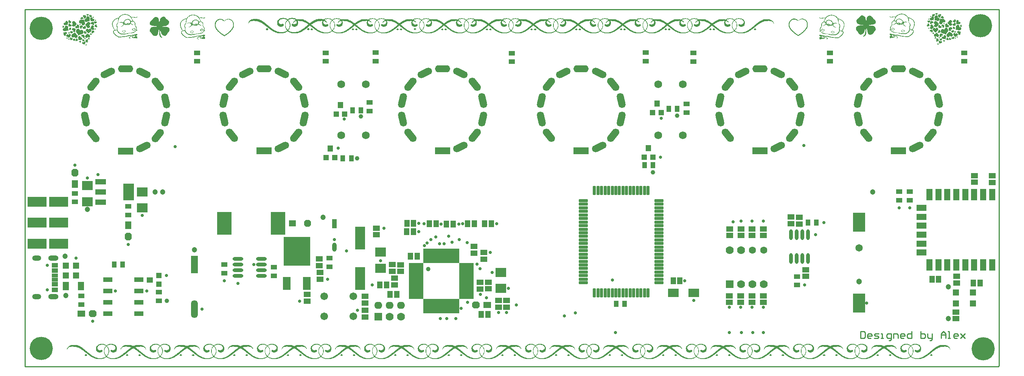
<source format=gts>
G04 Layer_Color=8388736*
%FSLAX24Y24*%
%MOIN*%
G70*
G01*
G75*
%ADD10C,0.0100*%
%ADD91R,0.0592X0.1576*%
%ADD92O,0.0592X0.1576*%
%ADD93R,0.0430X0.0580*%
%ADD94R,0.0580X0.0430*%
%ADD95R,0.0480X0.0580*%
%ADD96R,0.0480X0.0480*%
%ADD97R,0.0867X0.0552*%
%ADD98R,0.0552X0.1025*%
%ADD99R,0.0513X0.0631*%
%ADD100R,0.0631X0.0513*%
%ADD101R,0.0552X0.0552*%
%ADD102O,0.0316X0.0946*%
%ADD103R,0.0946X0.0769*%
%ADD104R,0.0198X0.1261*%
%ADD105R,0.1261X0.0198*%
%ADD106R,0.0980X0.0830*%
G04:AMPARAMS|DCode=107|XSize=68mil|YSize=58mil|CornerRadius=0mil|HoleSize=0mil|Usage=FLASHONLY|Rotation=180.000|XOffset=0mil|YOffset=0mil|HoleType=Round|Shape=Octagon|*
%AMOCTAGOND107*
4,1,8,-0.0340,0.0145,-0.0340,-0.0145,-0.0195,-0.0290,0.0195,-0.0290,0.0340,-0.0145,0.0340,0.0145,0.0195,0.0290,-0.0195,0.0290,-0.0340,0.0145,0.0*
%
%ADD107OCTAGOND107*%

%ADD108R,0.0680X0.0580*%
%ADD109R,0.0867X0.2049*%
%ADD110O,0.0395X0.0789*%
%ADD111R,0.0395X0.0789*%
%ADD112O,0.0946X0.0316*%
%ADD113R,0.0789X0.0395*%
%ADD114R,0.0580X0.0680*%
G04:AMPARAMS|DCode=115|XSize=68mil|YSize=58mil|CornerRadius=0mil|HoleSize=0mil|Usage=FLASHONLY|Rotation=270.000|XOffset=0mil|YOffset=0mil|HoleType=Round|Shape=Octagon|*
%AMOCTAGOND115*
4,1,8,-0.0145,-0.0340,0.0145,-0.0340,0.0290,-0.0195,0.0290,0.0195,0.0145,0.0340,-0.0145,0.0340,-0.0290,0.0195,-0.0290,-0.0195,-0.0145,-0.0340,0.0*
%
%ADD115OCTAGOND115*%

%ADD116R,0.0946X0.1458*%
%ADD117R,0.0946X0.0513*%
%ADD118R,0.0946X0.0513*%
%ADD119R,0.0580X0.0730*%
%ADD120R,0.0580X0.0580*%
%ADD121R,0.0552X0.0434*%
%ADD122R,0.0552X0.0395*%
%ADD123R,0.0552X0.0356*%
G04:AMPARAMS|DCode=124|XSize=29.7mil|YSize=82mil|CornerRadius=6.7mil|HoleSize=0mil|Usage=FLASHONLY|Rotation=270.000|XOffset=0mil|YOffset=0mil|HoleType=Round|Shape=RoundedRectangle|*
%AMROUNDEDRECTD124*
21,1,0.0297,0.0686,0,0,270.0*
21,1,0.0162,0.0820,0,0,270.0*
1,1,0.0134,-0.0343,-0.0081*
1,1,0.0134,-0.0343,0.0081*
1,1,0.0134,0.0343,0.0081*
1,1,0.0134,0.0343,-0.0081*
%
%ADD124ROUNDEDRECTD124*%
G04:AMPARAMS|DCode=125|XSize=29.7mil|YSize=82mil|CornerRadius=6.7mil|HoleSize=0mil|Usage=FLASHONLY|Rotation=0.000|XOffset=0mil|YOffset=0mil|HoleType=Round|Shape=RoundedRectangle|*
%AMROUNDEDRECTD125*
21,1,0.0297,0.0686,0,0,0.0*
21,1,0.0162,0.0820,0,0,0.0*
1,1,0.0134,0.0081,-0.0343*
1,1,0.0134,-0.0081,-0.0343*
1,1,0.0134,-0.0081,0.0343*
1,1,0.0134,0.0081,0.0343*
%
%ADD125ROUNDEDRECTD125*%
%ADD126R,0.0580X0.0480*%
%ADD127R,0.0480X0.0480*%
%ADD128R,0.1064X0.1655*%
%ADD129R,0.0680X0.1180*%
%ADD130R,0.2380X0.2530*%
%ADD131R,0.1261X0.2049*%
%ADD132R,0.0630X0.0580*%
G04:AMPARAMS|DCode=133|XSize=63mil|YSize=58mil|CornerRadius=0mil|HoleSize=0mil|Usage=FLASHONLY|Rotation=0.000|XOffset=0mil|YOffset=0mil|HoleType=Round|Shape=Octagon|*
%AMOCTAGOND133*
4,1,8,0.0315,-0.0145,0.0315,0.0145,0.0170,0.0290,-0.0170,0.0290,-0.0315,0.0145,-0.0315,-0.0145,-0.0170,-0.0290,0.0170,-0.0290,0.0315,-0.0145,0.0*
%
%ADD133OCTAGOND133*%

G04:AMPARAMS|DCode=134|XSize=134mil|YSize=63.1mil|CornerRadius=0mil|HoleSize=0mil|Usage=FLASHONLY|Rotation=25.714|XOffset=0mil|YOffset=0mil|HoleType=Round|Shape=Round|*
%AMOVALD134*
21,1,0.0709,0.0631,0.0000,0.0000,25.7*
1,1,0.0631,-0.0319,-0.0154*
1,1,0.0631,0.0319,0.0154*
%
%ADD134OVALD134*%

G04:AMPARAMS|DCode=135|XSize=134mil|YSize=63.1mil|CornerRadius=0mil|HoleSize=0mil|Usage=FLASHONLY|Rotation=51.429|XOffset=0mil|YOffset=0mil|HoleType=Round|Shape=Round|*
%AMOVALD135*
21,1,0.0709,0.0631,0.0000,0.0000,51.4*
1,1,0.0631,-0.0221,-0.0277*
1,1,0.0631,0.0221,0.0277*
%
%ADD135OVALD135*%

G04:AMPARAMS|DCode=136|XSize=134mil|YSize=63.1mil|CornerRadius=0mil|HoleSize=0mil|Usage=FLASHONLY|Rotation=77.143|XOffset=0mil|YOffset=0mil|HoleType=Round|Shape=Round|*
%AMOVALD136*
21,1,0.0709,0.0631,0.0000,0.0000,77.1*
1,1,0.0631,-0.0079,-0.0345*
1,1,0.0631,0.0079,0.0345*
%
%ADD136OVALD136*%

G04:AMPARAMS|DCode=137|XSize=134mil|YSize=63.1mil|CornerRadius=0mil|HoleSize=0mil|Usage=FLASHONLY|Rotation=102.857|XOffset=0mil|YOffset=0mil|HoleType=Round|Shape=Round|*
%AMOVALD137*
21,1,0.0709,0.0631,0.0000,0.0000,102.9*
1,1,0.0631,0.0079,-0.0345*
1,1,0.0631,-0.0079,0.0345*
%
%ADD137OVALD137*%

G04:AMPARAMS|DCode=138|XSize=134mil|YSize=63.1mil|CornerRadius=0mil|HoleSize=0mil|Usage=FLASHONLY|Rotation=128.571|XOffset=0mil|YOffset=0mil|HoleType=Round|Shape=Round|*
%AMOVALD138*
21,1,0.0709,0.0631,0.0000,0.0000,128.6*
1,1,0.0631,0.0221,-0.0277*
1,1,0.0631,-0.0221,0.0277*
%
%ADD138OVALD138*%

G04:AMPARAMS|DCode=139|XSize=134mil|YSize=63.1mil|CornerRadius=0mil|HoleSize=0mil|Usage=FLASHONLY|Rotation=154.286|XOffset=0mil|YOffset=0mil|HoleType=Round|Shape=Round|*
%AMOVALD139*
21,1,0.0709,0.0631,0.0000,0.0000,154.3*
1,1,0.0631,0.0319,-0.0154*
1,1,0.0631,-0.0319,0.0154*
%
%ADD139OVALD139*%

%ADD140O,0.1340X0.0631*%
%ADD141R,0.1340X0.0631*%
%ADD142C,0.0680*%
%ADD143C,0.0700*%
%ADD144C,0.0631*%
%ADD145R,0.0700X0.0700*%
%ADD146O,0.0700X0.0631*%
%ADD147R,0.0700X0.0700*%
%ADD148C,0.0474*%
%ADD149O,0.0907X0.0474*%
%ADD150O,0.0789X0.0474*%
%ADD151C,0.0651*%
%ADD152C,0.0513*%
%ADD153R,0.1655X0.0867*%
%ADD154C,0.0671*%
%ADD155C,0.0277*%
%ADD156C,0.0395*%
%ADD157C,0.2049*%
G36*
X80136Y-394D02*
X80154Y-409D01*
X80169Y-420D01*
X80176Y-435D01*
X80187Y-456D01*
Y-464D01*
Y-467D01*
Y-478D01*
X80165Y-518D01*
X80147Y-551D01*
X80136Y-573D01*
X80125Y-591D01*
X80121Y-602D01*
X80118Y-610D01*
Y-613D01*
X80111D01*
X80081Y-606D01*
X80052Y-602D01*
X80008Y-588D01*
X79979Y-569D01*
X79957Y-555D01*
X79943Y-540D01*
X79939Y-529D01*
X79936Y-522D01*
Y-518D01*
Y-493D01*
X79939Y-475D01*
X79943Y-460D01*
X79954Y-453D01*
X79961Y-446D01*
X79983Y-438D01*
X79998D01*
X80016Y-442D01*
X80030Y-449D01*
X80041Y-456D01*
X80045Y-460D01*
X80052D01*
X80060Y-435D01*
X80067Y-416D01*
X80074Y-402D01*
X80085Y-394D01*
X80103Y-384D01*
X80111D01*
X80136Y-394D01*
D02*
G37*
G36*
X80391Y-318D02*
X80402Y-325D01*
X80417Y-347D01*
X80424Y-365D01*
Y-369D01*
Y-373D01*
Y-391D01*
X80395Y-416D01*
X80377Y-438D01*
X80362Y-453D01*
X80351Y-464D01*
X80344Y-471D01*
X80340Y-475D01*
Y-478D01*
X80304Y-460D01*
X80275Y-442D01*
X80256Y-427D01*
X80242Y-413D01*
X80234Y-402D01*
X80227Y-391D01*
Y-387D01*
Y-384D01*
X80231Y-365D01*
X80234Y-351D01*
X80245Y-340D01*
X80253Y-333D01*
X80267Y-325D01*
X80275D01*
X80293Y-329D01*
X80311Y-340D01*
X80326Y-354D01*
X80329Y-358D01*
X80333Y-347D01*
X80337Y-340D01*
X80351Y-322D01*
X80369Y-314D01*
X80373Y-311D01*
X80377D01*
X80391Y-318D01*
D02*
G37*
G36*
X6275Y-1313D02*
X6297Y-1324D01*
X6315Y-1342D01*
X6323Y-1357D01*
X6326Y-1375D01*
Y-1378D01*
X6323Y-1389D01*
X6315Y-1408D01*
X6297Y-1437D01*
X6301D01*
X6312Y-1440D01*
X6323Y-1444D01*
X6341Y-1448D01*
X6355Y-1459D01*
X6366Y-1470D01*
X6377Y-1488D01*
X6381Y-1506D01*
Y-1510D01*
Y-1517D01*
X6377Y-1528D01*
X6370Y-1539D01*
X6355Y-1553D01*
X6337Y-1564D01*
X6312Y-1579D01*
X6279Y-1586D01*
X6129Y-1506D01*
Y-1502D01*
X6133Y-1499D01*
X6137Y-1477D01*
X6148Y-1448D01*
X6159Y-1415D01*
X6173Y-1382D01*
X6184Y-1353D01*
X6199Y-1331D01*
X6202Y-1327D01*
X6210Y-1324D01*
X6217Y-1320D01*
X6232Y-1316D01*
X6250Y-1313D01*
X6264Y-1309D01*
X6268D01*
X6275Y-1313D01*
D02*
G37*
G36*
X80019Y-617D02*
X80041Y-631D01*
X80063Y-650D01*
X80078Y-671D01*
X80089Y-693D01*
X80096Y-712D01*
X80100Y-726D01*
Y-730D01*
Y-748D01*
X80085Y-803D01*
X80078Y-846D01*
X80070Y-879D01*
X80063Y-901D01*
Y-916D01*
X80060Y-923D01*
Y-930D01*
X80063Y-945D01*
Y-952D01*
Y-959D01*
X80005Y-952D01*
X79961D01*
X79903Y-956D01*
X79877D01*
X79855Y-959D01*
X79834D01*
X79808Y-956D01*
X79790Y-941D01*
X79772Y-923D01*
X79757Y-905D01*
X79750Y-883D01*
X79742Y-868D01*
X79735Y-854D01*
Y-850D01*
Y-817D01*
X79739Y-795D01*
X79750Y-777D01*
X79764Y-766D01*
X79783Y-755D01*
X79801Y-752D01*
X79815Y-748D01*
X79826Y-744D01*
X79848D01*
X79866Y-748D01*
X79877Y-752D01*
X79881Y-755D01*
X79888D01*
X79881Y-715D01*
X79888Y-682D01*
X79903Y-657D01*
X79914Y-639D01*
X79928Y-624D01*
X79943Y-617D01*
X79954Y-613D01*
X79990D01*
X80019Y-617D01*
D02*
G37*
G36*
X80676Y-416D02*
X80701Y-427D01*
X80719Y-446D01*
X80730Y-464D01*
X80737Y-478D01*
X80745Y-493D01*
Y-504D01*
Y-507D01*
X80741Y-533D01*
X80730Y-551D01*
X80716Y-562D01*
X80701Y-569D01*
X80686Y-577D01*
X80672Y-580D01*
X80646D01*
X80654Y-599D01*
X80657Y-613D01*
X80661Y-631D01*
X80665Y-639D01*
Y-642D01*
Y-657D01*
X80661Y-675D01*
X80654Y-693D01*
X80643Y-704D01*
X80632Y-712D01*
X80610Y-719D01*
X80603Y-723D01*
X80577D01*
X80555Y-719D01*
X80537Y-712D01*
X80508Y-690D01*
X80490Y-671D01*
X80482Y-664D01*
Y-661D01*
X80479Y-591D01*
X80471Y-558D01*
X80464Y-533D01*
X80460Y-511D01*
X80453Y-493D01*
X80450Y-482D01*
Y-478D01*
X80464Y-475D01*
X80486Y-467D01*
X80519Y-456D01*
X80552Y-442D01*
X80584Y-427D01*
X80614Y-416D01*
X80632Y-409D01*
X80635Y-405D01*
X80639D01*
X80676Y-416D01*
D02*
G37*
G36*
X79819Y-566D02*
X79826Y-577D01*
X79830Y-591D01*
Y-595D01*
X79863Y-588D01*
X79870D01*
X79877Y-591D01*
X79881Y-595D01*
Y-599D01*
Y-602D01*
Y-628D01*
X79877Y-635D01*
X79866Y-642D01*
X79852Y-650D01*
X79837Y-653D01*
X79823Y-657D01*
X79808Y-661D01*
X79793D01*
X79790Y-642D01*
X79783Y-628D01*
X79779Y-617D01*
X79775Y-613D01*
Y-588D01*
X79786Y-573D01*
X79793Y-566D01*
X79797Y-562D01*
X79808D01*
X79819Y-566D01*
D02*
G37*
G36*
X3385Y-1437D02*
X3396Y-1444D01*
X3410Y-1455D01*
X3429Y-1477D01*
X3447Y-1502D01*
X3465Y-1539D01*
X3461Y-1542D01*
X3454Y-1550D01*
X3439Y-1564D01*
X3421Y-1579D01*
X3403Y-1593D01*
X3388Y-1608D01*
X3370Y-1615D01*
X3356Y-1619D01*
X3341D01*
X3326Y-1612D01*
X3308Y-1597D01*
X3297Y-1586D01*
X3290Y-1572D01*
Y-1568D01*
X3294Y-1564D01*
X3301Y-1546D01*
X3312Y-1532D01*
X3323Y-1528D01*
X3334Y-1524D01*
Y-1517D01*
X3330Y-1513D01*
X3323Y-1499D01*
X3312Y-1484D01*
X3308Y-1470D01*
Y-1466D01*
X3312Y-1462D01*
X3319Y-1448D01*
X3337Y-1437D01*
X3348Y-1429D01*
X3377D01*
X3385Y-1437D01*
D02*
G37*
G36*
X77369Y-1791D02*
X77373Y-1793D01*
X77376D01*
X77397Y-1813D01*
X77413Y-1824D01*
X77421Y-1830D01*
X77424Y-1833D01*
X77472D01*
X77489Y-1839D01*
X77500Y-1848D01*
X77509Y-1857D01*
X77516Y-1865D01*
X77520Y-1874D01*
X77522Y-1881D01*
Y-1885D01*
Y-1887D01*
Y-1889D01*
X77518Y-1905D01*
X77513Y-1916D01*
Y-1922D01*
Y-1924D01*
X77498Y-1944D01*
X77485Y-1959D01*
X77474Y-1970D01*
X77463Y-1977D01*
X77454Y-1981D01*
X77448Y-1986D01*
X77443D01*
X77426Y-1994D01*
X77408Y-1999D01*
X77380Y-2008D01*
X77367D01*
X77358Y-2010D01*
X77349D01*
X77341Y-2008D01*
X77327Y-2005D01*
X77319Y-2003D01*
X77314D01*
X77301Y-1992D01*
X77292Y-1988D01*
X77288Y-1986D01*
X77286D01*
X77279Y-1983D01*
X77271Y-1975D01*
X77262Y-1968D01*
X77257Y-1966D01*
X77244Y-1951D01*
X77236Y-1935D01*
X77227Y-1920D01*
X77222Y-1907D01*
X77218Y-1896D01*
Y-1887D01*
X77216Y-1881D01*
Y-1879D01*
X77218Y-1865D01*
X77222Y-1857D01*
X77227Y-1850D01*
X77229Y-1848D01*
X77231Y-1844D01*
X77233Y-1839D01*
X77244Y-1833D01*
X77257Y-1828D01*
X77262D01*
X77277Y-1830D01*
X77286Y-1833D01*
X77292D01*
X77297Y-1817D01*
X77306Y-1806D01*
X77314Y-1800D01*
X77323Y-1793D01*
X77332Y-1791D01*
X77341Y-1789D01*
X77360D01*
X77369Y-1791D01*
D02*
G37*
G36*
X76499Y-1623D02*
X76512Y-1627D01*
X76520Y-1631D01*
X76525Y-1636D01*
X76529Y-1638D01*
X76531Y-1640D01*
Y-1642D01*
X76536Y-1651D01*
X76542Y-1658D01*
X76551Y-1664D01*
X76555Y-1669D01*
X76593D01*
X76614Y-1682D01*
X76630Y-1695D01*
X76639Y-1706D01*
X76643Y-1708D01*
Y-1710D01*
Y-1712D01*
Y-1723D01*
Y-1732D01*
X76641Y-1736D01*
Y-1741D01*
X76639Y-1745D01*
X76634Y-1758D01*
X76630Y-1767D01*
X76625Y-1774D01*
X76623Y-1780D01*
X76621Y-1784D01*
X76619Y-1787D01*
X76604Y-1802D01*
X76593Y-1813D01*
X76584Y-1819D01*
X76575Y-1824D01*
X76566Y-1830D01*
X76558D01*
X76549Y-1833D01*
X76527Y-1837D01*
X76518Y-1839D01*
X76509Y-1841D01*
X76505Y-1844D01*
X76503D01*
X76483Y-1841D01*
X76470Y-1839D01*
X76461Y-1837D01*
X76459D01*
X76450Y-1839D01*
X76444Y-1837D01*
X76440Y-1835D01*
X76435Y-1833D01*
X76433Y-1830D01*
X76426Y-1819D01*
X76418Y-1811D01*
X76409Y-1809D01*
X76407Y-1806D01*
X76389Y-1789D01*
X76378Y-1771D01*
X76370Y-1758D01*
X76363Y-1745D01*
X76359Y-1736D01*
X76356Y-1730D01*
Y-1725D01*
Y-1723D01*
Y-1699D01*
X76359Y-1690D01*
X76361Y-1686D01*
X76363Y-1677D01*
X76365Y-1675D01*
X76367D01*
X76372Y-1666D01*
X76378Y-1660D01*
X76394Y-1651D01*
X76409Y-1649D01*
X76415D01*
X76426Y-1651D01*
X76431Y-1658D01*
X76433Y-1662D01*
Y-1664D01*
X76429Y-1673D01*
X76424Y-1675D01*
Y-1677D01*
X76418D01*
X76411Y-1682D01*
X76402Y-1690D01*
X76398Y-1699D01*
X76396Y-1701D01*
Y-1704D01*
X76398Y-1719D01*
X76402Y-1730D01*
X76405Y-1739D01*
X76409Y-1743D01*
X76415Y-1749D01*
X76418D01*
X76424Y-1763D01*
X76431Y-1774D01*
X76435Y-1780D01*
X76440Y-1787D01*
X76446Y-1791D01*
X76448D01*
X76477Y-1800D01*
X76496Y-1804D01*
X76509Y-1806D01*
X76538D01*
X76544Y-1804D01*
X76547Y-1802D01*
X76549Y-1800D01*
X76560Y-1798D01*
X76569Y-1791D01*
X76577Y-1780D01*
X76586Y-1769D01*
X76590Y-1760D01*
X76595Y-1749D01*
X76599Y-1743D01*
Y-1741D01*
X76595Y-1728D01*
X76586Y-1719D01*
X76575Y-1712D01*
X76564Y-1708D01*
X76555Y-1706D01*
X76547Y-1704D01*
X76538D01*
X76527Y-1688D01*
X76518Y-1677D01*
X76509Y-1671D01*
X76503Y-1664D01*
X76492Y-1660D01*
X76483D01*
X76472Y-1662D01*
X76464Y-1669D01*
X76457Y-1677D01*
X76455Y-1679D01*
X76450D01*
X76435Y-1677D01*
Y-1669D01*
Y-1664D01*
Y-1660D01*
X76437D01*
X76440Y-1651D01*
X76442Y-1645D01*
X76453Y-1631D01*
X76464Y-1623D01*
X76466Y-1618D01*
X76483D01*
X76499Y-1623D01*
D02*
G37*
G36*
X5040Y-1419D02*
X5065Y-1437D01*
X5087Y-1466D01*
X5094Y-1480D01*
X5098Y-1499D01*
Y-1502D01*
X5094Y-1510D01*
X5083Y-1532D01*
X5058Y-1553D01*
X5043Y-1561D01*
X5021Y-1564D01*
X4996D01*
Y-1572D01*
X4999Y-1575D01*
X5003Y-1586D01*
X5007Y-1597D01*
X5010Y-1612D01*
Y-1626D01*
Y-1630D01*
X5007Y-1637D01*
X4996Y-1659D01*
X4974Y-1681D01*
X4959Y-1688D01*
X4941Y-1692D01*
X4927D01*
X4912Y-1685D01*
X4897Y-1677D01*
X4879Y-1666D01*
X4865Y-1648D01*
X4854Y-1623D01*
X4846Y-1586D01*
Y-1583D01*
Y-1579D01*
Y-1568D01*
Y-1553D01*
X4843Y-1535D01*
Y-1513D01*
X4835Y-1459D01*
X4839D01*
X4850Y-1455D01*
X4861Y-1451D01*
X4883Y-1448D01*
X4912Y-1437D01*
X4948Y-1426D01*
X4996Y-1411D01*
X5032D01*
X5040Y-1419D01*
D02*
G37*
G36*
X76380Y-1389D02*
X76387Y-1395D01*
X76391Y-1404D01*
Y-1406D01*
Y-1408D01*
X76378Y-1430D01*
X76367Y-1448D01*
X76359Y-1463D01*
X76352Y-1474D01*
X76350Y-1480D01*
X76348Y-1485D01*
X76345Y-1489D01*
X76328Y-1522D01*
X76315Y-1555D01*
X76306Y-1585D01*
X76300Y-1612D01*
X76295Y-1636D01*
X76293Y-1653D01*
Y-1664D01*
Y-1669D01*
X76297Y-1682D01*
X76300Y-1697D01*
X76302Y-1708D01*
Y-1710D01*
Y-1712D01*
X76313Y-1754D01*
X76319Y-1771D01*
X76326Y-1789D01*
X76332Y-1804D01*
X76337Y-1815D01*
X76339Y-1824D01*
X76341Y-1826D01*
X76374Y-1876D01*
X76394Y-1894D01*
X76413Y-1909D01*
X76431Y-1920D01*
X76444Y-1929D01*
X76457Y-1935D01*
X76466Y-1940D01*
X76472Y-1942D01*
X76474D01*
X76485Y-1948D01*
X76501Y-1957D01*
X76518Y-1964D01*
X76538Y-1973D01*
X76558Y-1979D01*
X76575Y-1986D01*
X76586Y-1988D01*
X76588Y-1990D01*
X76590D01*
X76604Y-1994D01*
X76617Y-1997D01*
X76625Y-2001D01*
X76632Y-2003D01*
X76639Y-2005D01*
X76641Y-2008D01*
X76654Y-2010D01*
X76665D01*
X76671Y-2012D01*
X76678Y-2014D01*
X76682Y-2016D01*
X76713Y-2023D01*
X76746Y-2032D01*
X76759Y-2034D01*
X76770Y-2038D01*
X76776Y-2040D01*
X76778D01*
X76800Y-2043D01*
X76816Y-2047D01*
X76827Y-2051D01*
X76833Y-2058D01*
X76838Y-2062D01*
X76842Y-2064D01*
Y-2069D01*
X76840Y-2071D01*
X76838D01*
X76827Y-2075D01*
X76818Y-2078D01*
X76813D01*
X76776Y-2075D01*
X76744Y-2073D01*
X76717Y-2069D01*
X76698Y-2067D01*
X76680Y-2062D01*
X76669Y-2060D01*
X76663Y-2058D01*
X76660D01*
X76656Y-2060D01*
X76608Y-2051D01*
X76590Y-2047D01*
X76577Y-2043D01*
X76569Y-2040D01*
X76560Y-2038D01*
X76555Y-2036D01*
X76540D01*
X76523Y-2027D01*
X76505Y-2018D01*
X76479Y-2008D01*
X76461Y-1999D01*
X76448Y-1992D01*
X76440Y-1988D01*
X76435Y-1986D01*
X76433D01*
X76420Y-1975D01*
X76411Y-1966D01*
X76402Y-1962D01*
X76398Y-1957D01*
X76391Y-1953D01*
X76389D01*
X76380Y-1946D01*
X76370Y-1938D01*
X76359Y-1931D01*
X76356Y-1929D01*
X76354D01*
X76343Y-1913D01*
X76332Y-1900D01*
X76324Y-1894D01*
X76321Y-1892D01*
X76315Y-1883D01*
X76310Y-1876D01*
X76304Y-1868D01*
X76300Y-1865D01*
X76293Y-1854D01*
X76286Y-1846D01*
X76282Y-1839D01*
X76278Y-1835D01*
X76273Y-1830D01*
X76271D01*
X76249Y-1833D01*
X76227Y-1837D01*
X76219Y-1841D01*
X76210Y-1844D01*
X76206Y-1846D01*
X76203D01*
X76201Y-1844D01*
Y-1841D01*
Y-1793D01*
X76203Y-1789D01*
X76208Y-1787D01*
X76216Y-1784D01*
X76227Y-1782D01*
X76232D01*
X76241Y-1780D01*
X76247Y-1778D01*
X76256Y-1769D01*
X76260Y-1760D01*
Y-1756D01*
X76256Y-1745D01*
X76254Y-1741D01*
X76251Y-1739D01*
X76247Y-1712D01*
X76243Y-1693D01*
X76241Y-1684D01*
X76238Y-1677D01*
Y-1675D01*
Y-1673D01*
Y-1653D01*
X76241Y-1640D01*
X76243Y-1634D01*
X76245Y-1631D01*
X76243Y-1623D01*
X76241Y-1620D01*
Y-1618D01*
X76245Y-1594D01*
X76251Y-1575D01*
X76256Y-1561D01*
X76258Y-1553D01*
X76260Y-1548D01*
X76262Y-1544D01*
X76265D01*
X76269Y-1529D01*
X76271Y-1515D01*
X76275Y-1507D01*
X76280Y-1498D01*
X76286Y-1487D01*
X76289Y-1485D01*
X76304Y-1456D01*
X76317Y-1432D01*
X76332Y-1415D01*
X76343Y-1402D01*
X76354Y-1393D01*
X76363Y-1389D01*
X76367Y-1384D01*
X76376D01*
X76380Y-1389D01*
D02*
G37*
G36*
X5623Y-1105D02*
X5652Y-1116D01*
X5681Y-1127D01*
X5710Y-1145D01*
X5739Y-1167D01*
X5758Y-1193D01*
X5765Y-1211D01*
Y-1229D01*
Y-1255D01*
Y-1258D01*
Y-1265D01*
X5758Y-1276D01*
X5750Y-1295D01*
X5736Y-1313D01*
X5718Y-1335D01*
X5688Y-1357D01*
X5652Y-1382D01*
X5656Y-1386D01*
X5667Y-1393D01*
X5681Y-1404D01*
X5696Y-1419D01*
X5710Y-1437D01*
X5725Y-1459D01*
X5736Y-1484D01*
X5739Y-1510D01*
Y-1513D01*
X5736Y-1528D01*
X5732Y-1546D01*
X5718Y-1568D01*
X5699Y-1590D01*
X5670Y-1612D01*
X5630Y-1630D01*
X5605Y-1637D01*
X5575Y-1641D01*
X5572D01*
X5557Y-1637D01*
X5532Y-1630D01*
X5506Y-1612D01*
X5473Y-1583D01*
X5455Y-1564D01*
X5437Y-1542D01*
X5419Y-1513D01*
X5397Y-1480D01*
X5379Y-1444D01*
X5360Y-1404D01*
X5357D01*
X5349Y-1397D01*
X5342Y-1389D01*
X5331Y-1378D01*
X5317Y-1364D01*
X5298Y-1342D01*
Y-1327D01*
X5302D01*
X5309Y-1324D01*
X5324Y-1316D01*
X5346Y-1302D01*
X5375Y-1276D01*
X5411Y-1244D01*
X5430Y-1222D01*
X5451Y-1196D01*
X5477Y-1167D01*
X5503Y-1134D01*
X5506D01*
X5513Y-1131D01*
X5524Y-1123D01*
X5539Y-1116D01*
X5572Y-1105D01*
X5597Y-1101D01*
X5605D01*
X5623Y-1105D01*
D02*
G37*
G36*
X3662Y-1429D02*
X3691Y-1440D01*
X3724Y-1455D01*
X3757Y-1473D01*
X3786Y-1502D01*
X3808Y-1535D01*
X3811Y-1557D01*
X3815Y-1579D01*
Y-1747D01*
Y-1750D01*
Y-1758D01*
Y-1768D01*
X3819Y-1783D01*
X3822Y-1819D01*
X3833Y-1863D01*
X3822Y-1871D01*
X3771D01*
X3757Y-1874D01*
X3731Y-1878D01*
X3695Y-1885D01*
X3651Y-1896D01*
X3622Y-1903D01*
X3589Y-1911D01*
X3556Y-1918D01*
X3516Y-1929D01*
X3512D01*
X3505Y-1925D01*
X3487Y-1918D01*
X3458Y-1907D01*
X3429Y-1889D01*
X3396Y-1867D01*
X3367Y-1838D01*
X3348Y-1801D01*
X3345Y-1783D01*
X3341Y-1761D01*
Y-1754D01*
Y-1750D01*
X3345Y-1736D01*
X3352Y-1717D01*
X3363Y-1696D01*
X3377Y-1677D01*
X3396Y-1659D01*
X3421Y-1645D01*
X3450Y-1641D01*
X3505D01*
X3538Y-1645D01*
Y-1641D01*
Y-1637D01*
X3534Y-1634D01*
X3527Y-1612D01*
X3516Y-1586D01*
X3512Y-1557D01*
Y-1546D01*
Y-1542D01*
X3516Y-1528D01*
X3523Y-1506D01*
X3534Y-1484D01*
X3552Y-1462D01*
X3571Y-1440D01*
X3600Y-1426D01*
X3633Y-1422D01*
X3640D01*
X3662Y-1429D01*
D02*
G37*
G36*
X82210Y-938D02*
X82236Y-952D01*
X82257Y-970D01*
X82272Y-989D01*
X82279Y-1007D01*
X82283Y-1025D01*
X82287Y-1036D01*
Y-1040D01*
Y-1043D01*
X82283Y-1051D01*
X82279Y-1069D01*
X82276Y-1087D01*
X82272Y-1091D01*
Y-1094D01*
X82290Y-1091D01*
X82305Y-1087D01*
X82323Y-1080D01*
X82334D01*
X82367Y-1087D01*
X82392Y-1098D01*
X82407Y-1113D01*
X82421Y-1123D01*
X82429Y-1138D01*
X82432Y-1149D01*
Y-1156D01*
Y-1160D01*
Y-1196D01*
X82418Y-1233D01*
X82400Y-1262D01*
X82381Y-1280D01*
X82367Y-1295D01*
X82352Y-1302D01*
X82338Y-1306D01*
X82330Y-1309D01*
X82305D01*
X82254Y-1302D01*
X82217Y-1298D01*
X82188Y-1295D01*
X82170D01*
X82155Y-1291D01*
X82115D01*
X82083Y-1295D01*
X82079Y-1291D01*
X82075D01*
X82083Y-1255D01*
Y-1247D01*
Y-1240D01*
X82079Y-1215D01*
X82075Y-1182D01*
X82068Y-1145D01*
X82064Y-1113D01*
X82061Y-1083D01*
X82057Y-1062D01*
Y-1058D01*
Y-1054D01*
Y-1047D01*
X82061Y-1018D01*
X82075Y-996D01*
X82093Y-974D01*
X82112Y-959D01*
X82134Y-945D01*
X82152Y-938D01*
X82166Y-930D01*
X82170D01*
X82210Y-938D01*
D02*
G37*
G36*
X80993Y-1196D02*
X81000Y-1207D01*
X81004Y-1222D01*
Y-1226D01*
Y-1229D01*
X81015Y-1222D01*
X81036D01*
X81058Y-1236D01*
X81055Y-1255D01*
X81044Y-1269D01*
X81033Y-1277D01*
X81015Y-1284D01*
X81000Y-1287D01*
X80989Y-1291D01*
X80974D01*
X80971Y-1287D01*
X80967Y-1284D01*
X80956Y-1262D01*
X80945Y-1244D01*
X80942Y-1240D01*
Y-1236D01*
X80945Y-1215D01*
X80956Y-1200D01*
X80971Y-1193D01*
X80974Y-1189D01*
X80985D01*
X80993Y-1196D01*
D02*
G37*
G36*
X81959Y-1167D02*
X81984Y-1182D01*
X82002Y-1196D01*
X82013Y-1211D01*
X82021Y-1226D01*
X82028Y-1236D01*
Y-1244D01*
Y-1247D01*
Y-1262D01*
X82017Y-1306D01*
X82010Y-1339D01*
X82002Y-1368D01*
X81999Y-1393D01*
X81995Y-1408D01*
Y-1422D01*
Y-1426D01*
Y-1430D01*
Y-1437D01*
X81915Y-1430D01*
X81820D01*
X81798Y-1426D01*
X81784Y-1415D01*
X81769Y-1400D01*
X81758Y-1382D01*
X81751Y-1368D01*
X81744Y-1353D01*
X81740Y-1342D01*
Y-1339D01*
Y-1324D01*
X81744Y-1306D01*
X81751Y-1291D01*
X81773Y-1269D01*
X81795Y-1258D01*
X81802Y-1255D01*
X81805D01*
X81824Y-1258D01*
X81842Y-1262D01*
X81860Y-1266D01*
X81864Y-1269D01*
X81867D01*
X81864Y-1255D01*
X81860Y-1251D01*
Y-1247D01*
X81864Y-1218D01*
X81871Y-1196D01*
X81882Y-1178D01*
X81893Y-1167D01*
X81904Y-1160D01*
X81915Y-1156D01*
X81926D01*
X81959Y-1167D01*
D02*
G37*
G36*
X82513Y-1357D02*
X82531Y-1368D01*
X82538Y-1382D01*
X82542Y-1386D01*
Y-1390D01*
X82538Y-1404D01*
X82527Y-1419D01*
X82520Y-1433D01*
X82516Y-1437D01*
Y-1444D01*
X82527Y-1448D01*
X82538Y-1452D01*
X82549Y-1466D01*
X82556Y-1484D01*
X82560Y-1488D01*
Y-1492D01*
X82553Y-1506D01*
X82542Y-1517D01*
X82524Y-1532D01*
X82509Y-1539D01*
X82494D01*
X82480Y-1535D01*
X82462Y-1528D01*
X82447Y-1513D01*
X82429Y-1499D01*
X82411Y-1484D01*
X82396Y-1470D01*
X82389Y-1462D01*
X82385Y-1459D01*
X82403Y-1422D01*
X82421Y-1397D01*
X82440Y-1375D01*
X82454Y-1364D01*
X82465Y-1357D01*
X82473Y-1349D01*
X82502D01*
X82513Y-1357D01*
D02*
G37*
G36*
X79600Y-1233D02*
X79618Y-1236D01*
X79633Y-1240D01*
X79640Y-1244D01*
X79648Y-1247D01*
X79651Y-1251D01*
X79666Y-1273D01*
X79677Y-1302D01*
X79691Y-1335D01*
X79702Y-1368D01*
X79713Y-1397D01*
X79717Y-1419D01*
X79721Y-1422D01*
Y-1426D01*
X79571Y-1506D01*
X79538Y-1499D01*
X79513Y-1484D01*
X79495Y-1473D01*
X79480Y-1459D01*
X79473Y-1448D01*
X79469Y-1437D01*
Y-1430D01*
Y-1426D01*
X79473Y-1408D01*
X79484Y-1390D01*
X79495Y-1379D01*
X79509Y-1368D01*
X79527Y-1364D01*
X79538Y-1360D01*
X79549Y-1357D01*
X79553D01*
X79535Y-1328D01*
X79527Y-1309D01*
X79524Y-1298D01*
Y-1295D01*
X79527Y-1277D01*
X79535Y-1262D01*
X79553Y-1244D01*
X79575Y-1233D01*
X79582Y-1229D01*
X79586D01*
X79600Y-1233D01*
D02*
G37*
G36*
X81565Y-941D02*
X81587Y-949D01*
X81627Y-963D01*
X81656Y-985D01*
X81674Y-1003D01*
X81689Y-1021D01*
X81692Y-1040D01*
X81696Y-1051D01*
Y-1054D01*
X81692Y-1087D01*
X81682Y-1113D01*
X81667Y-1134D01*
X81652Y-1153D01*
X81638Y-1164D01*
X81623Y-1175D01*
X81612Y-1178D01*
X81609Y-1182D01*
X81641Y-1204D01*
X81663Y-1229D01*
X81682Y-1251D01*
X81692Y-1269D01*
X81700Y-1284D01*
X81703Y-1298D01*
Y-1306D01*
Y-1309D01*
Y-1324D01*
X81692Y-1360D01*
X81671Y-1386D01*
X81649Y-1404D01*
X81623Y-1415D01*
X81598Y-1422D01*
X81576Y-1430D01*
X81543D01*
X81518Y-1426D01*
X81492Y-1415D01*
X81470Y-1408D01*
X81467Y-1404D01*
X81463D01*
X81426Y-1357D01*
X81394Y-1313D01*
X81364Y-1277D01*
X81335Y-1244D01*
X81313Y-1222D01*
X81295Y-1204D01*
X81284Y-1193D01*
X81281Y-1189D01*
X81284Y-1182D01*
X81288Y-1175D01*
X81310Y-1156D01*
X81328Y-1142D01*
X81335Y-1134D01*
X81339D01*
X81361Y-1098D01*
X81379Y-1069D01*
X81397Y-1043D01*
X81415Y-1021D01*
X81452Y-985D01*
X81481Y-963D01*
X81503Y-949D01*
X81521Y-941D01*
X81532Y-938D01*
X81536D01*
X81565Y-941D01*
D02*
G37*
G36*
X79855Y-1025D02*
X79888D01*
X79921Y-1029D01*
X79947Y-1036D01*
X79968Y-1040D01*
X80005Y-1058D01*
X80027Y-1076D01*
X80041Y-1094D01*
X80049Y-1113D01*
X80052Y-1123D01*
Y-1127D01*
Y-1149D01*
X80049Y-1164D01*
X80041Y-1178D01*
X80016Y-1200D01*
X79994Y-1211D01*
X79987Y-1215D01*
X79983D01*
X79961Y-1211D01*
X79939Y-1200D01*
X79925Y-1193D01*
X79917Y-1189D01*
X79914Y-1222D01*
X79906Y-1247D01*
X79892Y-1266D01*
X79877Y-1277D01*
X79866Y-1284D01*
X79852Y-1291D01*
X79834D01*
X79815Y-1287D01*
X79801Y-1277D01*
X79786Y-1266D01*
X79772Y-1247D01*
X79761Y-1233D01*
X79753Y-1222D01*
X79746Y-1211D01*
Y-1207D01*
X79750Y-1189D01*
X79757Y-1167D01*
X79768Y-1134D01*
X79779Y-1102D01*
X79793Y-1072D01*
X79804Y-1047D01*
X79812Y-1029D01*
X79815Y-1021D01*
X79852D01*
X79855Y-1025D01*
D02*
G37*
G36*
X81955Y-868D02*
X81977Y-876D01*
X81991Y-890D01*
X82006Y-905D01*
X82013Y-919D01*
X82021Y-934D01*
X82028Y-941D01*
Y-945D01*
X81995Y-1120D01*
X81977D01*
X81951Y-1116D01*
X81933Y-1113D01*
X81922D01*
X81853Y-1120D01*
X81827Y-1116D01*
X81809Y-1105D01*
X81795Y-1087D01*
X81780Y-1069D01*
X81773Y-1054D01*
X81769Y-1036D01*
X81765Y-1025D01*
Y-1021D01*
X81769Y-1003D01*
X81776Y-989D01*
X81795Y-970D01*
X81816Y-963D01*
X81824Y-959D01*
X81838D01*
X81853Y-963D01*
X81864Y-967D01*
X81875Y-970D01*
X81878Y-974D01*
X81882Y-938D01*
X81886Y-912D01*
X81897Y-890D01*
X81904Y-879D01*
X81915Y-872D01*
X81926Y-865D01*
X81933D01*
X81955Y-868D01*
D02*
G37*
G36*
X79695Y-839D02*
X79688Y-865D01*
X79684Y-883D01*
X79680Y-894D01*
X79673Y-901D01*
X79670Y-912D01*
X79611D01*
X79597Y-901D01*
X79589Y-890D01*
X79586Y-887D01*
Y-883D01*
Y-865D01*
X79589Y-857D01*
X79593Y-854D01*
X79597Y-850D01*
X79633D01*
Y-836D01*
X79637Y-828D01*
X79640Y-814D01*
X79648Y-810D01*
X79659D01*
X79695Y-839D01*
D02*
G37*
G36*
X80898Y-613D02*
X80920Y-646D01*
X80934Y-671D01*
X80945Y-693D01*
X80953Y-708D01*
X80956Y-715D01*
Y-723D01*
Y-730D01*
X80949Y-755D01*
X80938Y-774D01*
X80927Y-784D01*
X80916Y-792D01*
X80894Y-803D01*
X80887D01*
X80869Y-799D01*
X80854Y-792D01*
X80836Y-770D01*
X80825Y-748D01*
X80821Y-741D01*
Y-737D01*
X80814D01*
X80792Y-752D01*
X80774Y-759D01*
X80763Y-763D01*
X80759D01*
X80741Y-759D01*
X80727Y-752D01*
X80708Y-730D01*
X80701Y-712D01*
X80697Y-704D01*
Y-701D01*
Y-697D01*
X80701Y-671D01*
X80708Y-653D01*
X80716Y-639D01*
X80719Y-635D01*
X80869Y-573D01*
X80898Y-613D01*
D02*
G37*
G36*
X80661Y-810D02*
X80686Y-817D01*
X80712Y-825D01*
X80737Y-828D01*
X80763Y-832D01*
X80785Y-836D01*
X80799Y-839D01*
X80807D01*
X80840Y-836D01*
X80865Y-832D01*
X80909D01*
X80942Y-836D01*
X80971Y-846D01*
X80996Y-857D01*
X81018Y-868D01*
X81051Y-897D01*
X81073Y-927D01*
X81087Y-956D01*
X81095Y-981D01*
X81098Y-1000D01*
Y-1007D01*
Y-1021D01*
X81091Y-1058D01*
X81076Y-1087D01*
X81058Y-1109D01*
X81033Y-1123D01*
X81011Y-1138D01*
X80989Y-1145D01*
X80974Y-1149D01*
X80971D01*
X80931Y-1145D01*
X80898Y-1134D01*
X80876Y-1123D01*
X80872Y-1120D01*
X80861D01*
Y-1175D01*
X80850Y-1222D01*
X80832Y-1258D01*
X80814Y-1280D01*
X80792Y-1298D01*
X80770Y-1309D01*
X80752Y-1313D01*
X80737Y-1317D01*
X80734D01*
X80705Y-1309D01*
X80676Y-1298D01*
X80632Y-1273D01*
X80603Y-1247D01*
X80581Y-1218D01*
X80566Y-1193D01*
X80563Y-1171D01*
X80559Y-1153D01*
Y-1149D01*
Y-1113D01*
X80588Y-1032D01*
X80610Y-967D01*
X80625Y-912D01*
X80635Y-872D01*
X80643Y-839D01*
X80646Y-817D01*
Y-806D01*
Y-803D01*
X80661Y-810D01*
D02*
G37*
G36*
X80362Y-522D02*
X80388Y-537D01*
X80406Y-555D01*
X80420Y-577D01*
X80431Y-599D01*
X80439Y-617D01*
X80442Y-631D01*
Y-635D01*
Y-661D01*
X80439Y-686D01*
X80431Y-708D01*
X80428Y-723D01*
X80424Y-730D01*
Y-737D01*
X80471Y-730D01*
X80519Y-741D01*
X80552Y-755D01*
X80577Y-777D01*
X80592Y-795D01*
X80603Y-817D01*
X80606Y-836D01*
X80610Y-846D01*
Y-850D01*
X80603Y-879D01*
X80592Y-905D01*
X80566Y-949D01*
X80541Y-978D01*
X80515Y-1000D01*
X80493Y-1010D01*
X80475Y-1018D01*
X80460Y-1021D01*
X80435D01*
X80362Y-1000D01*
X80304Y-981D01*
X80253Y-970D01*
X80213Y-959D01*
X80183Y-956D01*
X80162Y-952D01*
X80140D01*
X80147Y-923D01*
X80151Y-901D01*
X80154Y-879D01*
Y-865D01*
X80158Y-854D01*
Y-846D01*
Y-839D01*
Y-810D01*
X80154Y-784D01*
Y-744D01*
X80151Y-715D01*
Y-697D01*
Y-686D01*
Y-679D01*
Y-675D01*
Y-653D01*
X80158Y-631D01*
X80176Y-599D01*
X80202Y-569D01*
X80231Y-551D01*
X80264Y-537D01*
X80289Y-526D01*
X80307Y-518D01*
X80329D01*
X80362Y-522D01*
D02*
G37*
G36*
X79731Y-967D02*
X79746Y-978D01*
X79753Y-989D01*
X79761Y-1000D01*
X79768Y-1018D01*
Y-1021D01*
Y-1025D01*
Y-1062D01*
X79753Y-1080D01*
X79721Y-1109D01*
X79699Y-1131D01*
X79680Y-1145D01*
X79670Y-1160D01*
X79662Y-1167D01*
X79659Y-1171D01*
Y-1175D01*
X79651Y-1171D01*
Y-1167D01*
X79608Y-1142D01*
X79578Y-1120D01*
X79557Y-1102D01*
X79538Y-1083D01*
X79531Y-1072D01*
X79527Y-1062D01*
X79524Y-1058D01*
Y-1054D01*
Y-1040D01*
X79531Y-1018D01*
X79538Y-1003D01*
X79549Y-989D01*
X79560Y-981D01*
X79578Y-974D01*
X79586D01*
X79604Y-978D01*
X79618Y-985D01*
X79626Y-992D01*
X79633Y-1000D01*
X79640Y-1010D01*
Y-1014D01*
X79655Y-996D01*
X79670Y-981D01*
X79680Y-974D01*
X79691Y-967D01*
X79706Y-959D01*
X79713D01*
X79731Y-967D01*
D02*
G37*
G36*
X5225Y-2224D02*
X5229Y-2235D01*
Y-2250D01*
X5233Y-2268D01*
X5240Y-2297D01*
X5247Y-2337D01*
X5258Y-2388D01*
Y-2417D01*
Y-2421D01*
Y-2428D01*
X5255Y-2439D01*
X5247Y-2454D01*
X5233Y-2468D01*
X5215Y-2487D01*
X5189Y-2497D01*
X5156Y-2508D01*
X5145D01*
X5134Y-2505D01*
X5123Y-2497D01*
X5113Y-2487D01*
X5098Y-2472D01*
X5091Y-2450D01*
X5083Y-2421D01*
X5091Y-2388D01*
X5058Y-2395D01*
X5025D01*
X5018Y-2392D01*
X4996Y-2384D01*
X4985Y-2374D01*
X4974Y-2363D01*
X4967Y-2348D01*
X4963Y-2326D01*
Y-2315D01*
Y-2312D01*
Y-2304D01*
X4967Y-2293D01*
X4974Y-2279D01*
X4981Y-2264D01*
X4992Y-2250D01*
X5010Y-2235D01*
X5036Y-2220D01*
X5094D01*
X5120Y-2224D01*
X5149D01*
X5185Y-2228D01*
X5225Y-2220D01*
Y-2224D01*
D02*
G37*
G36*
X3953Y-2155D02*
X3968Y-2158D01*
X3983Y-2166D01*
X4001Y-2184D01*
X4019Y-2206D01*
X4034Y-2239D01*
X4045Y-2282D01*
Y-2286D01*
Y-2293D01*
X4037Y-2308D01*
X4030Y-2326D01*
X4015Y-2352D01*
X3993Y-2381D01*
X3964Y-2417D01*
X3924Y-2457D01*
X3921Y-2465D01*
X3910Y-2476D01*
X3899Y-2494D01*
X3895Y-2508D01*
X3880D01*
X3873Y-2501D01*
X3862Y-2494D01*
X3844Y-2479D01*
X3819Y-2465D01*
X3782Y-2443D01*
X3738Y-2417D01*
X3680Y-2388D01*
Y-2384D01*
X3676Y-2381D01*
X3665Y-2363D01*
X3651Y-2333D01*
X3647Y-2301D01*
Y-2286D01*
Y-2282D01*
X3651Y-2271D01*
X3654Y-2253D01*
X3662Y-2235D01*
X3673Y-2220D01*
X3687Y-2202D01*
X3706Y-2191D01*
X3727Y-2188D01*
X3753D01*
X3771Y-2195D01*
X3786Y-2202D01*
X3800Y-2213D01*
X3819Y-2228D01*
X3840Y-2246D01*
Y-2242D01*
Y-2231D01*
X3848Y-2220D01*
X3855Y-2202D01*
X3866Y-2188D01*
X3884Y-2173D01*
X3910Y-2158D01*
X3942Y-2151D01*
X3946D01*
X3953Y-2155D01*
D02*
G37*
G36*
X4708Y-1696D02*
X4730Y-1703D01*
X4755Y-1714D01*
X4781Y-1736D01*
X4806Y-1768D01*
X4817Y-1790D01*
X4828Y-1812D01*
X4835Y-1841D01*
X4839Y-1874D01*
X4846D01*
X4850Y-1871D01*
X4861Y-1863D01*
X4876Y-1852D01*
X4894Y-1841D01*
X4916Y-1830D01*
X4945Y-1819D01*
X4974Y-1812D01*
X5003Y-1809D01*
X5010D01*
X5025Y-1812D01*
X5043Y-1816D01*
X5069Y-1830D01*
X5094Y-1849D01*
X5120Y-1878D01*
X5142Y-1922D01*
X5149Y-1947D01*
X5153Y-1976D01*
Y-1984D01*
Y-1998D01*
X5145Y-2024D01*
X5138Y-2056D01*
X5123Y-2089D01*
X5102Y-2122D01*
X5069Y-2151D01*
X5029Y-2173D01*
X5025D01*
X5018Y-2177D01*
X5007D01*
X4992Y-2184D01*
X4952Y-2195D01*
X4905Y-2210D01*
X4850Y-2228D01*
X4795Y-2246D01*
X4744Y-2268D01*
X4697Y-2293D01*
X4693D01*
Y-2290D01*
X4690Y-2279D01*
X4686Y-2257D01*
X4671Y-2228D01*
X4653Y-2188D01*
X4620Y-2140D01*
X4580Y-2078D01*
X4551Y-2042D01*
X4522Y-2005D01*
Y-2002D01*
X4518Y-1998D01*
X4511Y-1976D01*
X4500Y-1951D01*
X4496Y-1922D01*
Y-1881D01*
Y-1878D01*
X4500Y-1874D01*
X4507Y-1852D01*
X4518Y-1823D01*
X4537Y-1787D01*
X4562Y-1750D01*
X4595Y-1721D01*
X4635Y-1699D01*
X4661Y-1696D01*
X4686Y-1692D01*
X4693D01*
X4708Y-1696D01*
D02*
G37*
G36*
X71179Y-1891D02*
X71183Y-1893D01*
X71186D01*
X71207Y-1913D01*
X71223Y-1924D01*
X71231Y-1930D01*
X71234Y-1933D01*
X71282D01*
X71299Y-1939D01*
X71310Y-1948D01*
X71319Y-1957D01*
X71326Y-1965D01*
X71330Y-1974D01*
X71332Y-1981D01*
Y-1985D01*
Y-1987D01*
Y-1989D01*
X71328Y-2005D01*
X71323Y-2016D01*
Y-2022D01*
Y-2024D01*
X71308Y-2044D01*
X71295Y-2059D01*
X71284Y-2070D01*
X71273Y-2077D01*
X71264Y-2081D01*
X71258Y-2086D01*
X71253D01*
X71236Y-2094D01*
X71218Y-2099D01*
X71190Y-2108D01*
X71177D01*
X71168Y-2110D01*
X71159D01*
X71151Y-2108D01*
X71137Y-2105D01*
X71129Y-2103D01*
X71124D01*
X71111Y-2092D01*
X71102Y-2088D01*
X71098Y-2086D01*
X71096D01*
X71089Y-2083D01*
X71081Y-2075D01*
X71072Y-2068D01*
X71067Y-2066D01*
X71054Y-2051D01*
X71046Y-2035D01*
X71037Y-2020D01*
X71032Y-2007D01*
X71028Y-1996D01*
Y-1987D01*
X71026Y-1981D01*
Y-1979D01*
X71028Y-1965D01*
X71032Y-1957D01*
X71037Y-1950D01*
X71039Y-1948D01*
X71041Y-1944D01*
X71043Y-1939D01*
X71054Y-1933D01*
X71067Y-1928D01*
X71072D01*
X71087Y-1930D01*
X71096Y-1933D01*
X71102D01*
X71107Y-1917D01*
X71116Y-1906D01*
X71124Y-1900D01*
X71133Y-1893D01*
X71142Y-1891D01*
X71151Y-1889D01*
X71170D01*
X71179Y-1891D01*
D02*
G37*
G36*
X70309Y-1723D02*
X70322Y-1727D01*
X70330Y-1731D01*
X70335Y-1736D01*
X70339Y-1738D01*
X70341Y-1740D01*
Y-1742D01*
X70346Y-1751D01*
X70352Y-1758D01*
X70361Y-1764D01*
X70365Y-1769D01*
X70403D01*
X70424Y-1782D01*
X70440Y-1795D01*
X70449Y-1806D01*
X70453Y-1808D01*
Y-1810D01*
Y-1812D01*
Y-1823D01*
Y-1832D01*
X70451Y-1836D01*
Y-1841D01*
X70449Y-1845D01*
X70444Y-1858D01*
X70440Y-1867D01*
X70435Y-1874D01*
X70433Y-1880D01*
X70431Y-1884D01*
X70429Y-1887D01*
X70414Y-1902D01*
X70403Y-1913D01*
X70394Y-1919D01*
X70385Y-1924D01*
X70376Y-1930D01*
X70368D01*
X70359Y-1933D01*
X70337Y-1937D01*
X70328Y-1939D01*
X70319Y-1941D01*
X70315Y-1944D01*
X70313D01*
X70293Y-1941D01*
X70280Y-1939D01*
X70271Y-1937D01*
X70269D01*
X70260Y-1939D01*
X70254Y-1937D01*
X70250Y-1935D01*
X70245Y-1933D01*
X70243Y-1930D01*
X70236Y-1919D01*
X70228Y-1911D01*
X70219Y-1909D01*
X70217Y-1906D01*
X70199Y-1889D01*
X70188Y-1871D01*
X70180Y-1858D01*
X70173Y-1845D01*
X70169Y-1836D01*
X70166Y-1830D01*
Y-1825D01*
Y-1823D01*
Y-1799D01*
X70169Y-1790D01*
X70171Y-1786D01*
X70173Y-1777D01*
X70175Y-1775D01*
X70177D01*
X70182Y-1766D01*
X70188Y-1760D01*
X70204Y-1751D01*
X70219Y-1749D01*
X70225D01*
X70236Y-1751D01*
X70241Y-1758D01*
X70243Y-1762D01*
Y-1764D01*
X70239Y-1773D01*
X70234Y-1775D01*
Y-1777D01*
X70228D01*
X70221Y-1782D01*
X70212Y-1790D01*
X70208Y-1799D01*
X70206Y-1801D01*
Y-1804D01*
X70208Y-1819D01*
X70212Y-1830D01*
X70215Y-1839D01*
X70219Y-1843D01*
X70225Y-1849D01*
X70228D01*
X70234Y-1863D01*
X70241Y-1874D01*
X70245Y-1880D01*
X70250Y-1887D01*
X70256Y-1891D01*
X70258D01*
X70287Y-1900D01*
X70306Y-1904D01*
X70319Y-1906D01*
X70348D01*
X70354Y-1904D01*
X70357Y-1902D01*
X70359Y-1900D01*
X70370Y-1898D01*
X70379Y-1891D01*
X70387Y-1880D01*
X70396Y-1869D01*
X70400Y-1860D01*
X70405Y-1849D01*
X70409Y-1843D01*
Y-1841D01*
X70405Y-1828D01*
X70396Y-1819D01*
X70385Y-1812D01*
X70374Y-1808D01*
X70365Y-1806D01*
X70357Y-1804D01*
X70348D01*
X70337Y-1788D01*
X70328Y-1777D01*
X70319Y-1771D01*
X70313Y-1764D01*
X70302Y-1760D01*
X70293D01*
X70282Y-1762D01*
X70274Y-1769D01*
X70267Y-1777D01*
X70265Y-1779D01*
X70260D01*
X70245Y-1777D01*
Y-1769D01*
Y-1764D01*
Y-1760D01*
X70247D01*
X70250Y-1751D01*
X70252Y-1744D01*
X70263Y-1731D01*
X70274Y-1723D01*
X70276Y-1718D01*
X70293D01*
X70309Y-1723D01*
D02*
G37*
G36*
X5801Y-2104D02*
X5809Y-2107D01*
X5820Y-2115D01*
X5834Y-2122D01*
X5852Y-2137D01*
X5882Y-2151D01*
Y-2155D01*
X5885Y-2158D01*
Y-2180D01*
Y-2199D01*
Y-2202D01*
X5882Y-2206D01*
X5874Y-2217D01*
X5860Y-2228D01*
X5856D01*
X5845Y-2224D01*
X5831Y-2217D01*
X5812Y-2206D01*
X5805D01*
Y-2210D01*
X5801Y-2220D01*
X5798Y-2235D01*
X5787Y-2239D01*
X5758D01*
X5750Y-2235D01*
X5743Y-2228D01*
X5732Y-2213D01*
Y-2173D01*
X5736Y-2169D01*
X5743Y-2162D01*
X5761Y-2137D01*
X5783Y-2111D01*
X5794Y-2104D01*
X5798Y-2100D01*
X5801Y-2104D01*
D02*
G37*
G36*
X3622Y-1991D02*
X3640Y-1998D01*
X3658Y-2009D01*
X3673Y-2024D01*
X3691Y-2042D01*
X3702Y-2064D01*
X3706Y-2093D01*
Y-2100D01*
Y-2104D01*
Y-2111D01*
X3698Y-2122D01*
X3691Y-2137D01*
X3676Y-2151D01*
X3658Y-2162D01*
X3629Y-2169D01*
X3593Y-2173D01*
Y-2180D01*
X3596Y-2188D01*
X3603Y-2202D01*
X3607Y-2220D01*
X3611Y-2239D01*
Y-2242D01*
X3607Y-2253D01*
X3603Y-2264D01*
X3593Y-2279D01*
X3582Y-2297D01*
X3571Y-2308D01*
X3552Y-2319D01*
X3531Y-2322D01*
X3520D01*
X3505Y-2319D01*
X3487Y-2315D01*
X3465Y-2301D01*
X3439Y-2282D01*
X3421Y-2253D01*
X3407Y-2213D01*
X3403Y-2188D01*
Y-2158D01*
Y-2155D01*
Y-2148D01*
X3399Y-2137D01*
Y-2122D01*
X3396Y-2104D01*
X3388Y-2078D01*
X3381Y-2045D01*
X3388D01*
X3399Y-2042D01*
X3414Y-2038D01*
X3439Y-2031D01*
X3476Y-2020D01*
X3523Y-2005D01*
X3552Y-1994D01*
X3585Y-1984D01*
X3611D01*
X3622Y-1991D01*
D02*
G37*
G36*
X71179Y-494D02*
X71218D01*
X71223Y-498D01*
Y-494D01*
X71227D01*
X71234Y-496D01*
X71240Y-500D01*
X71245Y-504D01*
X71247Y-507D01*
X71260Y-504D01*
X71269D01*
X71277Y-511D01*
X71284Y-515D01*
X71288Y-518D01*
X71308D01*
X71317Y-524D01*
X71321Y-529D01*
X71323Y-531D01*
Y-529D01*
X71330Y-531D01*
X71336Y-535D01*
X71341Y-539D01*
X71343Y-542D01*
X71361D01*
X71371Y-546D01*
X71380Y-553D01*
X71385Y-559D01*
X71387Y-564D01*
X71396Y-566D01*
X71400Y-568D01*
X71409Y-570D01*
X71411Y-572D01*
Y-574D01*
X71424Y-577D01*
X71430Y-581D01*
X71435Y-585D01*
X71437Y-588D01*
X71444D01*
X71450Y-592D01*
X71461Y-599D01*
X71470Y-607D01*
X71472Y-609D01*
Y-612D01*
X71485Y-614D01*
X71494Y-620D01*
X71500Y-627D01*
X71503Y-629D01*
X71522Y-649D01*
X71538Y-664D01*
X71549Y-675D01*
X71555Y-684D01*
X71560Y-688D01*
X71564Y-690D01*
Y-693D01*
X71573Y-699D01*
X71579Y-706D01*
X71586Y-714D01*
X71590Y-721D01*
Y-723D01*
Y-728D01*
X71595Y-732D01*
X71601Y-738D01*
X71610Y-747D01*
X71612Y-749D01*
X71614D01*
X71616Y-763D01*
X71621Y-771D01*
X71625Y-778D01*
X71627Y-780D01*
Y-795D01*
X71638Y-798D01*
X71654D01*
X71671Y-811D01*
X71704D01*
X71717Y-819D01*
X71741D01*
X71748Y-826D01*
X71754Y-828D01*
X71761Y-830D01*
X71763D01*
X71772Y-837D01*
X71780Y-841D01*
X71783Y-843D01*
X71800D01*
X71809Y-850D01*
X71815Y-854D01*
X71820Y-857D01*
X71822D01*
X71837Y-854D01*
X71850Y-870D01*
X71857Y-868D01*
X71859D01*
X71868Y-874D01*
X71877Y-878D01*
X71881Y-881D01*
X71883D01*
X71894Y-887D01*
X71903Y-892D01*
X71909Y-894D01*
X71912D01*
X71920Y-900D01*
X71927Y-903D01*
X71936Y-905D01*
X71938D01*
X71944Y-913D01*
X71949Y-918D01*
X71960Y-927D01*
X71968Y-929D01*
X71971D01*
X71977Y-938D01*
X71984Y-942D01*
X71993Y-951D01*
X71997Y-953D01*
X71999D01*
X72008Y-955D01*
X72014Y-957D01*
X72019Y-962D01*
X72021Y-964D01*
X72028Y-972D01*
X72034Y-977D01*
X72043Y-986D01*
X72047Y-988D01*
X72049D01*
X72054Y-990D01*
X72060Y-994D01*
X72076Y-1007D01*
X72091Y-1023D01*
X72095Y-1027D01*
X72098Y-1029D01*
X72100Y-1042D01*
X72106Y-1051D01*
X72113Y-1058D01*
X72115Y-1060D01*
X72124Y-1069D01*
X72130Y-1075D01*
X72139Y-1082D01*
X72141Y-1086D01*
X72143D01*
Y-1095D01*
X72146Y-1099D01*
X72150Y-1108D01*
X72152Y-1110D01*
X72154D01*
X72157Y-1121D01*
X72161Y-1128D01*
X72165Y-1137D01*
X72170Y-1141D01*
X72172D01*
X72170Y-1150D01*
X72178Y-1158D01*
X72183Y-1165D01*
X72185Y-1167D01*
X72183Y-1174D01*
Y-1178D01*
Y-1180D01*
Y-1185D01*
X72187Y-1189D01*
X72194Y-1198D01*
X72203Y-1207D01*
X72205Y-1209D01*
X72207D01*
Y-1213D01*
X72205Y-1217D01*
X72200Y-1220D01*
X72198Y-1222D01*
X72196D01*
Y-1226D01*
X72203Y-1233D01*
X72207Y-1237D01*
X72209Y-1241D01*
Y-1244D01*
Y-1255D01*
X72207Y-1270D01*
X72213Y-1281D01*
X72218Y-1287D01*
X72220Y-1292D01*
X72218Y-1296D01*
Y-1298D01*
Y-1301D01*
Y-1408D01*
X72220Y-1430D01*
X72211Y-1438D01*
X72209Y-1443D01*
X72207Y-1447D01*
X72209Y-1458D01*
Y-1469D01*
X72207Y-1476D01*
X72203Y-1482D01*
X72198Y-1489D01*
X72196Y-1491D01*
Y-1528D01*
X72187Y-1535D01*
X72185Y-1539D01*
X72183Y-1541D01*
X72185Y-1556D01*
X72183Y-1563D01*
X72176Y-1570D01*
X72172Y-1574D01*
X72170Y-1576D01*
X72172Y-1591D01*
Y-1598D01*
X72163Y-1607D01*
X72159Y-1611D01*
X72157Y-1615D01*
Y-1618D01*
X72159Y-1620D01*
X72150Y-1629D01*
X72148Y-1633D01*
X72146Y-1635D01*
Y-1659D01*
X72133Y-1675D01*
X72135D01*
X72133Y-1685D01*
X72128Y-1690D01*
X72124Y-1699D01*
Y-1705D01*
Y-1707D01*
X72115Y-1714D01*
X72113Y-1723D01*
X72111Y-1729D01*
Y-1731D01*
X72102Y-1742D01*
X72100Y-1751D01*
X72098Y-1755D01*
Y-1758D01*
X72091Y-1764D01*
X72089Y-1771D01*
X72087Y-1779D01*
Y-1782D01*
X72078Y-1788D01*
X72076Y-1797D01*
X72073Y-1804D01*
Y-1806D01*
X72065Y-1812D01*
X72063Y-1817D01*
X72060Y-1821D01*
X72063Y-1836D01*
X72060Y-1841D01*
Y-1843D01*
X72052Y-1849D01*
X72047Y-1856D01*
X72038Y-1865D01*
X72036Y-1869D01*
Y-1871D01*
Y-1893D01*
X72038Y-1902D01*
X72045Y-1909D01*
X72052Y-1917D01*
X72054Y-1919D01*
X72058Y-1917D01*
X72065D01*
X72080Y-1930D01*
X72087Y-1933D01*
X72093Y-1935D01*
X72108Y-1946D01*
X72119Y-1957D01*
X72122Y-1959D01*
X72124Y-1961D01*
Y-1981D01*
X72133Y-2007D01*
X72130Y-2011D01*
X72133D01*
Y-2014D01*
Y-2020D01*
X72128Y-2049D01*
X72124Y-2070D01*
X72119Y-2088D01*
X72117Y-2101D01*
X72115Y-2110D01*
X72113Y-2114D01*
X72111Y-2118D01*
X72102Y-2140D01*
X72093Y-2160D01*
X72082Y-2178D01*
X72069Y-2195D01*
X72060Y-2208D01*
X72052Y-2217D01*
X72045Y-2223D01*
X72043Y-2226D01*
X72017Y-2256D01*
X71997Y-2278D01*
X71982Y-2296D01*
X71973Y-2307D01*
X71966Y-2315D01*
X71964Y-2320D01*
X71962Y-2322D01*
X71944Y-2335D01*
X71931Y-2346D01*
X71920Y-2355D01*
X71914Y-2359D01*
X71909Y-2363D01*
X71907Y-2366D01*
X71905Y-2368D01*
X71861Y-2394D01*
X71839Y-2409D01*
X71822Y-2422D01*
X71807Y-2436D01*
X71794Y-2444D01*
X71785Y-2451D01*
X71783Y-2453D01*
X71778Y-2455D01*
X71769Y-2460D01*
X71750Y-2473D01*
X71739Y-2482D01*
X71732Y-2488D01*
X71726Y-2492D01*
X71724Y-2495D01*
X71704Y-2508D01*
X71686Y-2519D01*
X71671Y-2525D01*
X71658Y-2532D01*
X71649Y-2534D01*
X71640Y-2536D01*
X71634D01*
X71625Y-2534D01*
X71621Y-2532D01*
X71616D01*
X71603Y-2534D01*
X71592D01*
X71575Y-2536D01*
X71553D01*
X71540Y-2534D01*
X71529Y-2532D01*
X71507D01*
X71498Y-2534D01*
X71496D01*
X71459Y-2532D01*
X71424D01*
X71413Y-2530D01*
X71406Y-2527D01*
X71404Y-2525D01*
X71396Y-2523D01*
X71382Y-2521D01*
X71365Y-2519D01*
X71347Y-2514D01*
X71330Y-2512D01*
X71315Y-2510D01*
X71306Y-2508D01*
X71291D01*
X71280Y-2510D01*
X71271Y-2512D01*
X71269Y-2514D01*
X71249Y-2512D01*
X71231Y-2510D01*
X71203Y-2506D01*
X71183Y-2503D01*
X71168D01*
X71157Y-2501D01*
X71126D01*
X71046Y-2484D01*
X71037Y-2486D01*
X71028D01*
X70993Y-2477D01*
X70962Y-2471D01*
X70938Y-2464D01*
X70919Y-2457D01*
X70903Y-2453D01*
X70895Y-2451D01*
X70888Y-2449D01*
X70868D01*
X70862Y-2447D01*
X70855Y-2442D01*
X70853Y-2440D01*
X70851Y-2438D01*
X70838D01*
X70827Y-2436D01*
X70820Y-2433D01*
X70816D01*
X70809Y-2429D01*
X70772Y-2416D01*
X70757Y-2409D01*
X70742Y-2403D01*
X70728Y-2398D01*
X70720Y-2394D01*
X70713Y-2390D01*
X70711D01*
X70693Y-2392D01*
X70619D01*
X70604Y-2390D01*
X70591Y-2387D01*
X70571D01*
X70569Y-2390D01*
X70545D01*
X70529Y-2387D01*
X70519Y-2385D01*
X70512D01*
X70505Y-2383D01*
X70503Y-2381D01*
X70473Y-2379D01*
X70446Y-2377D01*
X70427Y-2374D01*
X70414Y-2372D01*
X70403Y-2370D01*
X70396Y-2368D01*
X70389D01*
Y-2372D01*
X70394Y-2381D01*
X70398Y-2385D01*
X70405Y-2394D01*
X70409Y-2396D01*
X70414Y-2401D01*
X70420Y-2403D01*
X70438Y-2409D01*
X70449Y-2412D01*
X70455Y-2414D01*
X70462Y-2416D01*
X70464D01*
X70586Y-2438D01*
X70606Y-2447D01*
X70619Y-2453D01*
X70632Y-2457D01*
X70639Y-2462D01*
X70645Y-2464D01*
X70648Y-2466D01*
X70650Y-2468D01*
X70676Y-2482D01*
X70696Y-2492D01*
X70711Y-2503D01*
X70720Y-2514D01*
X70726Y-2521D01*
X70728Y-2527D01*
X70731Y-2532D01*
Y-2534D01*
Y-2541D01*
X70728Y-2547D01*
X70726Y-2551D01*
Y-2554D01*
X70728Y-2580D01*
X70709Y-2604D01*
X70689Y-2624D01*
X70680Y-2630D01*
X70674Y-2637D01*
X70669Y-2639D01*
X70667Y-2641D01*
X70567D01*
X70562Y-2639D01*
X70564Y-2635D01*
X70569Y-2632D01*
X70580Y-2626D01*
X70593Y-2624D01*
X70597Y-2621D01*
X70599D01*
X70626Y-2611D01*
X70645Y-2600D01*
X70658Y-2589D01*
X70667Y-2580D01*
X70674Y-2573D01*
X70676Y-2567D01*
X70678Y-2565D01*
Y-2562D01*
Y-2556D01*
X70676Y-2547D01*
X70672Y-2538D01*
X70667Y-2530D01*
X70665Y-2527D01*
X70652Y-2521D01*
X70641Y-2514D01*
X70628Y-2503D01*
X70619Y-2497D01*
X70617Y-2495D01*
X70591Y-2484D01*
X70562Y-2475D01*
X70534Y-2468D01*
X70508Y-2462D01*
X70486Y-2455D01*
X70466Y-2451D01*
X70455Y-2449D01*
X70451D01*
X70444Y-2451D01*
X70440Y-2455D01*
X70438Y-2462D01*
Y-2464D01*
X70431D01*
X70427Y-2468D01*
X70420Y-2475D01*
X70418Y-2484D01*
Y-2486D01*
Y-2488D01*
X70420Y-2490D01*
X70424Y-2492D01*
X70433Y-2497D01*
X70444Y-2501D01*
X70446Y-2503D01*
X70449D01*
X70459Y-2512D01*
X70466Y-2521D01*
X70468Y-2527D01*
Y-2532D01*
Y-2534D01*
X70466Y-2538D01*
X70459Y-2547D01*
X70455Y-2558D01*
X70453Y-2560D01*
Y-2562D01*
X70435Y-2573D01*
X70420Y-2580D01*
X70396Y-2589D01*
X70387Y-2591D01*
X70381Y-2593D01*
X70374D01*
X70354Y-2597D01*
X70333Y-2602D01*
X70324Y-2604D01*
X70317D01*
X70313Y-2606D01*
X70293D01*
X70282Y-2613D01*
X70278Y-2615D01*
X70276D01*
X70271Y-2613D01*
X70254D01*
X70239Y-2615D01*
X70201D01*
X70180Y-2613D01*
X70166Y-2617D01*
X70153Y-2619D01*
X70145Y-2621D01*
X70131D01*
X70125Y-2619D01*
X70118Y-2617D01*
X70116D01*
X70110Y-2619D01*
X70099D01*
X70079Y-2621D01*
X70070Y-2624D01*
X70057D01*
X70046Y-2619D01*
X70037D01*
X70026Y-2621D01*
X70020Y-2624D01*
X70016Y-2626D01*
X70013D01*
X70011Y-2624D01*
Y-2621D01*
Y-2597D01*
Y-2593D01*
X70031D01*
X70035Y-2595D01*
X70037D01*
X70042Y-2591D01*
X70044Y-2589D01*
X70046Y-2587D01*
X70042Y-2580D01*
X70031Y-2578D01*
X70024Y-2573D01*
X70016Y-2571D01*
X70011Y-2569D01*
Y-2471D01*
X70022Y-2457D01*
X70037Y-2453D01*
X70048Y-2447D01*
X70057Y-2444D01*
X70064Y-2440D01*
X70070Y-2438D01*
X70072Y-2436D01*
X70079Y-2433D01*
X70088Y-2431D01*
X70107Y-2422D01*
X70116Y-2420D01*
X70123Y-2416D01*
X70127Y-2414D01*
X70129D01*
X70127Y-2398D01*
X70094Y-2383D01*
X70068Y-2372D01*
X70048Y-2361D01*
X70033Y-2352D01*
X70022Y-2348D01*
X70016Y-2344D01*
X70011Y-2339D01*
Y-2243D01*
X70013Y-2239D01*
X70031Y-2243D01*
X70046Y-2248D01*
X70057Y-2250D01*
X70066Y-2252D01*
X70072D01*
X70077Y-2254D01*
X70081D01*
X70092Y-2252D01*
X70110D01*
X70114Y-2254D01*
Y-2252D01*
X70131D01*
X70149Y-2254D01*
X70160Y-2256D01*
X70162Y-2258D01*
X70164D01*
Y-2256D01*
X70195Y-2263D01*
X70221Y-2272D01*
X70230Y-2276D01*
X70239Y-2280D01*
X70243Y-2282D01*
X70245D01*
X70291Y-2293D01*
X70330Y-2302D01*
X70365Y-2307D01*
X70394Y-2311D01*
X70416Y-2313D01*
X70431Y-2315D01*
X70444D01*
X70453Y-2317D01*
X70466Y-2322D01*
X70492Y-2324D01*
X70505Y-2326D01*
X70516Y-2328D01*
X70527D01*
X70534Y-2326D01*
X70536D01*
X70547Y-2328D01*
X70556D01*
X70562Y-2331D01*
X70567D01*
X70571Y-2333D01*
X70593Y-2335D01*
X70613Y-2337D01*
X70630Y-2339D01*
X70643Y-2342D01*
X70654Y-2344D01*
X70661D01*
X70665Y-2346D01*
X70667D01*
X70674Y-2342D01*
X70680Y-2337D01*
X70685Y-2333D01*
X70687Y-2331D01*
X70713D01*
X70720Y-2333D01*
X70737Y-2339D01*
X70746Y-2342D01*
X70755Y-2346D01*
X70759Y-2348D01*
X70761D01*
X70838Y-2372D01*
X70860Y-2377D01*
X70875Y-2381D01*
X70888Y-2385D01*
X70897Y-2390D01*
X70901Y-2392D01*
X70906D01*
X70908Y-2394D01*
X70927Y-2396D01*
X70941Y-2398D01*
X70952Y-2401D01*
X70958Y-2403D01*
X70962Y-2405D01*
X70965D01*
Y-2407D01*
X70978D01*
X70989Y-2409D01*
X70997Y-2412D01*
X71004D01*
X71013Y-2414D01*
X71015Y-2416D01*
X71028Y-2418D01*
X71046Y-2422D01*
X71081Y-2429D01*
X71096Y-2431D01*
X71109Y-2433D01*
X71118Y-2436D01*
X71122D01*
X71146Y-2438D01*
X71168Y-2440D01*
X71188Y-2442D01*
X71205Y-2444D01*
X71218D01*
X71231Y-2447D01*
X71249Y-2449D01*
X71260Y-2451D01*
X71266Y-2453D01*
X71271D01*
X71310Y-2455D01*
X71354Y-2457D01*
X71398Y-2462D01*
X71439Y-2466D01*
X71476Y-2468D01*
X71492Y-2471D01*
X71507Y-2473D01*
X71518D01*
X71527Y-2475D01*
X71544D01*
X71557Y-2473D01*
X71564Y-2475D01*
X71595D01*
X71605Y-2473D01*
X71630Y-2464D01*
X71640Y-2462D01*
X71651Y-2457D01*
X71658Y-2455D01*
X71660D01*
X71689Y-2442D01*
X71713Y-2431D01*
X71730Y-2422D01*
X71743Y-2414D01*
X71752Y-2407D01*
X71756Y-2403D01*
X71761Y-2398D01*
X71778Y-2387D01*
X71791Y-2377D01*
X71802Y-2368D01*
X71811Y-2361D01*
X71818Y-2357D01*
X71822Y-2352D01*
X71826Y-2350D01*
X71837Y-2344D01*
X71846Y-2339D01*
X71850Y-2335D01*
X71855Y-2331D01*
X71859Y-2326D01*
Y-2324D01*
X71881Y-2307D01*
X71899Y-2293D01*
X71907Y-2285D01*
X71912Y-2280D01*
X71918Y-2278D01*
X71923Y-2276D01*
X71931Y-2265D01*
X71938Y-2254D01*
X71940Y-2252D01*
Y-2250D01*
X71947Y-2248D01*
X71953Y-2243D01*
X71968Y-2228D01*
X71982Y-2213D01*
X71984Y-2208D01*
X71986Y-2206D01*
X71999Y-2186D01*
X72010Y-2171D01*
X72017Y-2158D01*
X72023Y-2149D01*
X72025Y-2143D01*
X72028Y-2136D01*
Y-2134D01*
X72036Y-2116D01*
X72043Y-2101D01*
X72049Y-2088D01*
X72052Y-2079D01*
X72054Y-2070D01*
X72056Y-2066D01*
Y-2062D01*
X72063Y-2053D01*
X72067Y-2042D01*
X72073Y-2020D01*
Y-2009D01*
X72076Y-2003D01*
Y-1996D01*
Y-1994D01*
X72073Y-1985D01*
X72069Y-1979D01*
X72056Y-1965D01*
X72043Y-1957D01*
X72038Y-1954D01*
X72036D01*
X72014Y-1948D01*
X71995Y-1944D01*
X71979Y-1939D01*
X71968Y-1935D01*
X71960Y-1933D01*
X71955Y-1930D01*
X71951Y-1928D01*
X71927Y-1926D01*
X71907Y-1922D01*
X71892Y-1919D01*
X71883Y-1917D01*
X71874D01*
X71870Y-1915D01*
X71868D01*
X71800Y-1913D01*
X71796D01*
X71791Y-1917D01*
X71787Y-1924D01*
X71783Y-1933D01*
Y-1935D01*
Y-1937D01*
X71772Y-1972D01*
X71765Y-1987D01*
X71759Y-2000D01*
X71752Y-2011D01*
X71748Y-2020D01*
X71743Y-2024D01*
Y-2027D01*
X71715Y-2066D01*
X71689Y-2099D01*
X71662Y-2125D01*
X71640Y-2145D01*
X71621Y-2160D01*
X71608Y-2169D01*
X71597Y-2175D01*
X71595Y-2178D01*
X71560Y-2204D01*
X71531Y-2221D01*
X71507Y-2234D01*
X71490Y-2245D01*
X71474Y-2250D01*
X71465Y-2252D01*
X71461Y-2254D01*
X71459D01*
X71452Y-2256D01*
X71441Y-2258D01*
X71428Y-2263D01*
X71415Y-2265D01*
X71382Y-2269D01*
X71350Y-2274D01*
X71317Y-2276D01*
X71288Y-2278D01*
X71277D01*
X71269Y-2280D01*
X71262D01*
X71260Y-2278D01*
X71238D01*
X71231Y-2280D01*
X71225D01*
X71218Y-2278D01*
X71203Y-2276D01*
X71192Y-2274D01*
X71164D01*
X71151Y-2272D01*
X71137Y-2269D01*
X71133D01*
X71120Y-2272D01*
X71111Y-2267D01*
X71096Y-2265D01*
X71078Y-2261D01*
X71059Y-2258D01*
X71039Y-2256D01*
X71024D01*
X71013Y-2254D01*
X71008D01*
X70984Y-2250D01*
X70962Y-2248D01*
X70945Y-2243D01*
X70930Y-2241D01*
X70914Y-2239D01*
X70903Y-2234D01*
X70888Y-2232D01*
X70877Y-2228D01*
X70873D01*
X70871Y-2226D01*
X70853Y-2223D01*
X70842Y-2221D01*
X70833Y-2219D01*
X70827D01*
X70823Y-2217D01*
X70820D01*
X70801Y-2208D01*
X70783Y-2202D01*
X70772Y-2195D01*
X70761Y-2188D01*
X70757Y-2184D01*
X70753Y-2180D01*
X70750Y-2178D01*
X70744Y-2180D01*
X70735Y-2182D01*
X70726Y-2184D01*
X70722Y-2186D01*
X70693Y-2184D01*
X70674Y-2175D01*
X70663Y-2169D01*
X70658Y-2167D01*
X70661Y-2158D01*
Y-2153D01*
X70665Y-2145D01*
X70669Y-2143D01*
X70672D01*
X70698Y-2145D01*
X70724Y-2151D01*
X70735Y-2153D01*
X70744Y-2158D01*
X70748Y-2160D01*
X70753D01*
X70759Y-2158D01*
X70768Y-2156D01*
X70770D01*
X70783Y-2158D01*
X70794Y-2160D01*
X70798Y-2162D01*
X70801D01*
X70838Y-2169D01*
X70868Y-2175D01*
X70890Y-2180D01*
X70908Y-2184D01*
X70921Y-2186D01*
X70927Y-2188D01*
X70932Y-2191D01*
X70954D01*
X70971Y-2193D01*
X70980D01*
X70989Y-2195D01*
X70995D01*
X71030Y-2199D01*
X71070Y-2202D01*
X71111Y-2206D01*
X71151D01*
X71186Y-2208D01*
X71242D01*
X71253Y-2206D01*
X71269D01*
X71282Y-2208D01*
X71288D01*
X71326Y-2204D01*
X71358Y-2199D01*
X71382Y-2195D01*
X71402Y-2193D01*
X71417Y-2191D01*
X71428Y-2188D01*
X71433Y-2186D01*
X71435D01*
X71463Y-2180D01*
X71487Y-2171D01*
X71509Y-2162D01*
X71525Y-2153D01*
X71538Y-2147D01*
X71549Y-2140D01*
X71553Y-2138D01*
X71555Y-2136D01*
X71568Y-2121D01*
X71579Y-2110D01*
X71586Y-2103D01*
X71592Y-2097D01*
X71597Y-2092D01*
X71599D01*
X71612Y-2077D01*
X71623Y-2066D01*
X71632Y-2059D01*
X71638Y-2053D01*
X71647Y-2049D01*
X71649D01*
X71665Y-2031D01*
X71675Y-2014D01*
X71686Y-1998D01*
X71693Y-1985D01*
X71699Y-1974D01*
X71704Y-1965D01*
X71706Y-1961D01*
Y-1959D01*
X71717Y-1944D01*
X71724Y-1926D01*
X71726Y-1913D01*
Y-1911D01*
Y-1909D01*
X71732Y-1893D01*
X71734Y-1884D01*
X71737Y-1880D01*
Y-1878D01*
X71743Y-1849D01*
X71748Y-1823D01*
X71750Y-1812D01*
Y-1804D01*
Y-1799D01*
Y-1797D01*
X71745Y-1738D01*
X71750Y-1707D01*
X71748Y-1696D01*
X71745Y-1690D01*
Y-1685D01*
X71748Y-1666D01*
X71728Y-1648D01*
X71732Y-1629D01*
X71737Y-1613D01*
X71741Y-1600D01*
X71743Y-1591D01*
X71748Y-1585D01*
X71750Y-1580D01*
X71752Y-1578D01*
X71759Y-1572D01*
X71767Y-1559D01*
X71772Y-1545D01*
X71776Y-1530D01*
X71780Y-1517D01*
X71783Y-1504D01*
X71785Y-1495D01*
Y-1493D01*
X71783Y-1471D01*
X71785Y-1460D01*
Y-1451D01*
Y-1447D01*
Y-1445D01*
X71778Y-1414D01*
X71774Y-1392D01*
X71767Y-1375D01*
X71763Y-1364D01*
X71761Y-1357D01*
X71759Y-1355D01*
X71756Y-1353D01*
X71750Y-1336D01*
X71741Y-1320D01*
X71732Y-1311D01*
X71730Y-1309D01*
X71728Y-1307D01*
X71724Y-1301D01*
X71708Y-1285D01*
X71702Y-1276D01*
X71695Y-1268D01*
X71691Y-1263D01*
X71689Y-1261D01*
Y-1241D01*
X71693Y-1235D01*
X71697Y-1233D01*
X71699Y-1231D01*
X71704D01*
X71724Y-1239D01*
X71743Y-1255D01*
X71761Y-1272D01*
X71778Y-1292D01*
X71791Y-1309D01*
X71802Y-1325D01*
X71809Y-1336D01*
X71811Y-1338D01*
Y-1340D01*
X71824Y-1377D01*
X71829Y-1397D01*
X71833Y-1414D01*
X71837Y-1430D01*
X71839Y-1443D01*
X71842Y-1451D01*
Y-1454D01*
Y-1469D01*
X71839Y-1489D01*
X71837Y-1508D01*
Y-1521D01*
X71835Y-1535D01*
X71833Y-1543D01*
X71831Y-1552D01*
Y-1554D01*
Y-1556D01*
X71820Y-1580D01*
X71809Y-1600D01*
X71800Y-1613D01*
X71798Y-1615D01*
Y-1618D01*
X71796Y-1620D01*
X71791Y-1624D01*
X71780Y-1633D01*
X71767Y-1644D01*
X71765Y-1646D01*
X71763Y-1648D01*
Y-1650D01*
X71765Y-1653D01*
X71769Y-1657D01*
X71776Y-1659D01*
X71778D01*
X71787Y-1672D01*
X71791Y-1690D01*
X71796Y-1712D01*
X71800Y-1734D01*
Y-1755D01*
X71802Y-1773D01*
Y-1786D01*
Y-1788D01*
Y-1790D01*
Y-1808D01*
X71800Y-1823D01*
Y-1834D01*
Y-1843D01*
Y-1849D01*
Y-1854D01*
Y-1856D01*
X71802Y-1860D01*
X71804Y-1863D01*
X71846D01*
X71892Y-1865D01*
X71916Y-1869D01*
X71936Y-1871D01*
X71953Y-1876D01*
X71966Y-1880D01*
X71975Y-1882D01*
X71979D01*
X71982Y-1880D01*
X71984D01*
X71986Y-1878D01*
X71988D01*
X71993Y-1867D01*
X71997Y-1858D01*
X71999Y-1852D01*
X72001Y-1847D01*
X72006Y-1843D01*
X72019Y-1812D01*
X72028Y-1788D01*
X72030Y-1779D01*
X72032Y-1773D01*
X72034Y-1769D01*
Y-1766D01*
X72045Y-1744D01*
X72052Y-1731D01*
X72054Y-1723D01*
Y-1720D01*
X72065Y-1705D01*
X72071Y-1694D01*
X72073Y-1685D01*
Y-1683D01*
X72084Y-1670D01*
X72093Y-1655D01*
X72098Y-1642D01*
X72100Y-1637D01*
Y-1635D01*
X72108Y-1611D01*
X72115Y-1591D01*
X72122Y-1576D01*
X72126Y-1565D01*
X72128Y-1559D01*
X72130Y-1554D01*
X72133Y-1552D01*
Y-1530D01*
X72135Y-1526D01*
X72139Y-1519D01*
X72143Y-1502D01*
X72146Y-1489D01*
X72148Y-1484D01*
Y-1482D01*
X72154Y-1454D01*
X72159Y-1427D01*
X72161Y-1419D01*
X72163Y-1410D01*
Y-1406D01*
Y-1403D01*
Y-1395D01*
X72161Y-1392D01*
X72159Y-1390D01*
Y-1379D01*
X72161Y-1371D01*
X72163Y-1362D01*
X72165Y-1360D01*
X72163Y-1349D01*
Y-1342D01*
Y-1338D01*
Y-1336D01*
Y-1303D01*
X72161Y-1296D01*
X72159Y-1292D01*
X72157Y-1290D01*
X72143Y-1209D01*
X72133Y-1187D01*
X72124Y-1172D01*
X72117Y-1158D01*
X72113Y-1150D01*
X72111Y-1143D01*
X72108Y-1139D01*
Y-1137D01*
X72093Y-1119D01*
X72078Y-1099D01*
X72071Y-1088D01*
X72065Y-1082D01*
X72063Y-1077D01*
X72060Y-1075D01*
X72047Y-1062D01*
X72038Y-1049D01*
X72034Y-1040D01*
X72032Y-1038D01*
X72019Y-1036D01*
X72012Y-1029D01*
X72010Y-1023D01*
Y-1021D01*
X71999Y-1016D01*
X71990Y-1012D01*
X71986Y-1007D01*
X71982Y-1003D01*
X71977Y-994D01*
Y-992D01*
X71958Y-983D01*
X71942Y-975D01*
X71931Y-966D01*
X71927Y-964D01*
X71923Y-959D01*
X71916Y-955D01*
X71905Y-948D01*
X71894Y-942D01*
X71883Y-938D01*
X71872Y-931D01*
X71866Y-929D01*
X71864Y-927D01*
X71844Y-922D01*
X71829Y-916D01*
X71820Y-909D01*
X71818Y-905D01*
X71800D01*
X71772Y-889D01*
X71752Y-881D01*
X71741Y-876D01*
X71737Y-874D01*
X71719Y-870D01*
X71704Y-868D01*
X71691Y-863D01*
X71684Y-859D01*
X71678Y-857D01*
X71673Y-854D01*
X71671Y-852D01*
X71667D01*
X71665Y-854D01*
Y-859D01*
X71678Y-889D01*
X71686Y-918D01*
X71691Y-931D01*
X71693Y-940D01*
X71695Y-946D01*
Y-948D01*
X71697Y-962D01*
X71699Y-979D01*
X71704Y-1016D01*
X71706Y-1034D01*
Y-1047D01*
X71708Y-1056D01*
Y-1060D01*
X71706Y-1077D01*
Y-1093D01*
Y-1104D01*
Y-1106D01*
Y-1108D01*
Y-1110D01*
X71704Y-1121D01*
X71699Y-1130D01*
X71695Y-1137D01*
X71693Y-1141D01*
X71686Y-1145D01*
X71684D01*
X71675Y-1141D01*
X71669Y-1137D01*
X71660Y-1121D01*
X71658Y-1106D01*
Y-1102D01*
Y-1099D01*
X71660Y-1093D01*
X71662Y-1088D01*
X71658Y-1060D01*
X71654Y-1038D01*
X71651Y-1021D01*
X71649Y-1007D01*
X71647Y-1001D01*
X71645Y-994D01*
Y-992D01*
X71643Y-977D01*
X71640Y-966D01*
X71638Y-957D01*
X71636Y-951D01*
X71634Y-946D01*
Y-944D01*
X71625Y-916D01*
X71616Y-892D01*
X71612Y-881D01*
X71608Y-872D01*
X71605Y-868D01*
Y-865D01*
X71597Y-841D01*
X71586Y-819D01*
X71577Y-802D01*
X71566Y-784D01*
X71557Y-771D01*
X71551Y-763D01*
X71546Y-756D01*
X71544Y-754D01*
X71542Y-749D01*
X71538Y-741D01*
X71522Y-723D01*
X71514Y-714D01*
X71507Y-706D01*
X71503Y-701D01*
X71500Y-699D01*
X71490Y-690D01*
X71481Y-682D01*
X71476Y-677D01*
X71472Y-671D01*
X71468Y-666D01*
Y-664D01*
X71450Y-653D01*
X71428Y-640D01*
X71382Y-614D01*
X71361Y-603D01*
X71343Y-594D01*
X71332Y-588D01*
X71328Y-585D01*
X71308Y-581D01*
X71297Y-574D01*
X71291Y-572D01*
X71288Y-570D01*
X71256Y-559D01*
X71229Y-550D01*
X71218Y-548D01*
X71212Y-546D01*
X71207Y-544D01*
X71205D01*
X71201Y-546D01*
X71188Y-542D01*
X71179Y-537D01*
X71175D01*
X71161Y-542D01*
X71148Y-537D01*
X71144Y-533D01*
X71118D01*
X71096Y-531D01*
X71070D01*
X71061Y-533D01*
X71048Y-535D01*
X71035D01*
X71022Y-537D01*
X71008Y-539D01*
X71000Y-542D01*
X70995D01*
X70993Y-539D01*
X70989D01*
X70973Y-542D01*
X70949D01*
X70932Y-548D01*
X70917Y-555D01*
X70906Y-559D01*
X70897Y-561D01*
X70892D01*
X70888Y-564D01*
X70886D01*
X70868Y-570D01*
X70853Y-577D01*
X70842Y-581D01*
X70833Y-583D01*
X70829D01*
X70825Y-585D01*
X70823D01*
X70805Y-596D01*
X70794Y-601D01*
X70788Y-603D01*
X70785D01*
X70770Y-612D01*
X70759Y-618D01*
X70748Y-623D01*
X70744Y-625D01*
X70737Y-629D01*
X70735D01*
X70722Y-638D01*
X70711Y-644D01*
X70702Y-649D01*
X70696Y-651D01*
X70689Y-655D01*
X70687D01*
X70674Y-671D01*
X70663Y-682D01*
X70656Y-690D01*
X70650Y-695D01*
X70641Y-701D01*
X70639D01*
X70621Y-717D01*
X70608Y-732D01*
X70597Y-745D01*
X70588Y-756D01*
X70582Y-765D01*
X70578Y-771D01*
X70575Y-773D01*
Y-776D01*
X70569Y-791D01*
X70562Y-802D01*
X70556Y-811D01*
X70554Y-815D01*
X70549Y-822D01*
X70547Y-824D01*
X70540Y-839D01*
X70532Y-857D01*
X70514Y-887D01*
X70505Y-900D01*
X70497Y-911D01*
X70492Y-918D01*
X70490Y-920D01*
X70486Y-935D01*
X70481Y-946D01*
X70479Y-953D01*
X70477Y-957D01*
X70473Y-964D01*
X70470D01*
X70455Y-988D01*
X70444Y-1007D01*
X70435Y-1025D01*
X70429Y-1040D01*
X70424Y-1051D01*
X70422Y-1060D01*
Y-1064D01*
Y-1067D01*
Y-1071D01*
X70446Y-1073D01*
X70470Y-1080D01*
X70494Y-1086D01*
X70514Y-1095D01*
X70534Y-1106D01*
X70547Y-1112D01*
X70556Y-1119D01*
X70560Y-1121D01*
X70569Y-1119D01*
Y-1112D01*
X70571Y-1104D01*
X70578Y-1084D01*
X70580Y-1073D01*
X70584Y-1064D01*
X70586Y-1058D01*
Y-1056D01*
X70588Y-1045D01*
X70595Y-1034D01*
X70606Y-1021D01*
X70617Y-1007D01*
X70628Y-994D01*
X70639Y-986D01*
X70645Y-979D01*
X70648Y-977D01*
X70672Y-962D01*
X70700Y-948D01*
X70728Y-938D01*
X70755Y-929D01*
X70779Y-922D01*
X70798Y-918D01*
X70812Y-916D01*
X70816D01*
Y-918D01*
X70818D01*
Y-916D01*
X70866Y-918D01*
X70910Y-924D01*
X70949Y-935D01*
X70982Y-946D01*
X71011Y-957D01*
X71032Y-968D01*
X71046Y-975D01*
X71048Y-977D01*
X71050D01*
X71124Y-1036D01*
X71151Y-1071D01*
X71168Y-1104D01*
X71172Y-1119D01*
X71177Y-1130D01*
X71181Y-1139D01*
Y-1141D01*
X71183Y-1150D01*
X71190Y-1156D01*
X71196Y-1163D01*
X71205Y-1169D01*
X71216Y-1174D01*
X71223Y-1178D01*
X71229Y-1180D01*
X71231D01*
X71245Y-1193D01*
X71256Y-1204D01*
X71262Y-1211D01*
X71266Y-1217D01*
X71273Y-1222D01*
X71277Y-1220D01*
X71288Y-1213D01*
X71304Y-1207D01*
X71321Y-1200D01*
X71341Y-1193D01*
X71358Y-1189D01*
X71374Y-1185D01*
X71385Y-1182D01*
X71426D01*
X71439Y-1185D01*
X71450D01*
X71452Y-1187D01*
X71455D01*
X71479Y-1191D01*
X71498Y-1196D01*
X71516Y-1200D01*
X71531Y-1207D01*
X71542Y-1211D01*
X71553Y-1215D01*
X71568Y-1224D01*
X71579Y-1231D01*
X71584Y-1237D01*
X71586Y-1239D01*
Y-1241D01*
Y-1246D01*
X71584Y-1248D01*
X71581Y-1250D01*
X71579Y-1252D01*
X71566D01*
X71546Y-1244D01*
X71531Y-1239D01*
X71520Y-1235D01*
X71514Y-1231D01*
X71507D01*
X71505Y-1228D01*
X71494D01*
X71487Y-1231D01*
X71455D01*
X71428Y-1228D01*
X71396D01*
X71376Y-1231D01*
X71356Y-1235D01*
X71339Y-1241D01*
X71323Y-1248D01*
X71310Y-1257D01*
X71299Y-1261D01*
X71293Y-1266D01*
X71291Y-1268D01*
X71275Y-1285D01*
X71262Y-1303D01*
X71253Y-1318D01*
X71249Y-1331D01*
X71245Y-1342D01*
X71242Y-1351D01*
Y-1357D01*
Y-1360D01*
X71245Y-1377D01*
X71247Y-1395D01*
X71249Y-1408D01*
X71251Y-1410D01*
Y-1412D01*
X71256Y-1425D01*
X71262Y-1438D01*
X71282Y-1462D01*
X71304Y-1486D01*
X71328Y-1506D01*
X71350Y-1524D01*
X71369Y-1539D01*
X71385Y-1548D01*
X71387Y-1550D01*
X71389D01*
X71411Y-1556D01*
X71426Y-1561D01*
X71437Y-1565D01*
X71446Y-1567D01*
X71450Y-1572D01*
X71452D01*
X71455Y-1574D01*
Y-1583D01*
X71452Y-1585D01*
X71450Y-1587D01*
X71441Y-1589D01*
X71435Y-1591D01*
X71430D01*
X71411Y-1589D01*
X71389Y-1585D01*
X71371Y-1580D01*
X71354Y-1572D01*
X71341Y-1565D01*
X71328Y-1561D01*
X71321Y-1556D01*
X71319Y-1554D01*
X71293Y-1541D01*
X71273Y-1524D01*
X71260Y-1510D01*
X71258Y-1508D01*
X71256Y-1506D01*
X71245Y-1497D01*
X71236Y-1489D01*
X71231Y-1482D01*
X71227Y-1476D01*
X71223Y-1467D01*
Y-1465D01*
X71216Y-1456D01*
X71212Y-1447D01*
X71203Y-1425D01*
X71199Y-1414D01*
X71196Y-1408D01*
X71194Y-1401D01*
Y-1399D01*
X71183D01*
X71172Y-1401D01*
X71164Y-1403D01*
X71159D01*
X71144Y-1414D01*
X71135Y-1421D01*
X71131Y-1423D01*
X71129Y-1421D01*
X71116D01*
X71096Y-1423D01*
X71085D01*
X71078Y-1425D01*
X71070D01*
X71046Y-1423D01*
X70997D01*
X70982Y-1432D01*
X70969Y-1438D01*
X70960Y-1445D01*
X70952Y-1447D01*
X70943Y-1451D01*
X70912D01*
X70899Y-1454D01*
X70879D01*
X70873Y-1456D01*
X70849D01*
X70840Y-1454D01*
X70836D01*
X70829Y-1456D01*
X70803Y-1454D01*
X70783Y-1451D01*
X70770Y-1447D01*
X70759Y-1445D01*
X70755Y-1443D01*
X70753D01*
X70750Y-1441D01*
X70737Y-1436D01*
X70726Y-1432D01*
X70720Y-1430D01*
X70713Y-1425D01*
X70709Y-1421D01*
Y-1419D01*
X70696Y-1412D01*
X70683Y-1403D01*
X70674Y-1397D01*
X70672Y-1395D01*
X70656Y-1379D01*
X70645Y-1366D01*
X70639Y-1355D01*
X70632Y-1349D01*
X70630Y-1342D01*
X70628Y-1340D01*
Y-1338D01*
X70615Y-1325D01*
X70606Y-1311D01*
X70599Y-1298D01*
X70597Y-1296D01*
Y-1294D01*
X70593D01*
X70591Y-1296D01*
X70582Y-1316D01*
X70573Y-1333D01*
X70564Y-1344D01*
X70562Y-1346D01*
Y-1349D01*
X70543Y-1366D01*
X70523Y-1379D01*
X70516Y-1384D01*
X70510Y-1386D01*
X70505Y-1388D01*
X70503D01*
X70492Y-1397D01*
X70484Y-1403D01*
X70470Y-1410D01*
X70464Y-1414D01*
X70462D01*
X70449Y-1419D01*
X70433Y-1425D01*
X70414Y-1432D01*
X70394Y-1441D01*
X70374Y-1447D01*
X70359Y-1454D01*
X70348Y-1456D01*
X70344Y-1458D01*
X70341D01*
X70335Y-1456D01*
X70330Y-1454D01*
X70326Y-1451D01*
Y-1449D01*
X70330Y-1441D01*
X70339Y-1432D01*
X70352Y-1423D01*
X70365Y-1414D01*
X70381Y-1406D01*
X70394Y-1399D01*
X70403Y-1397D01*
X70407Y-1395D01*
X70420Y-1386D01*
X70429Y-1384D01*
X70433Y-1381D01*
X70435D01*
X70477Y-1349D01*
X70505Y-1327D01*
X70527Y-1309D01*
X70540Y-1294D01*
X70551Y-1281D01*
X70558Y-1272D01*
X70560Y-1266D01*
X70562Y-1261D01*
Y-1259D01*
Y-1248D01*
X70560Y-1244D01*
X70558Y-1235D01*
X70556Y-1228D01*
X70554Y-1224D01*
X70551Y-1213D01*
X70549Y-1202D01*
X70540Y-1185D01*
X70534Y-1174D01*
X70529Y-1169D01*
X70527Y-1165D01*
X70525Y-1161D01*
X70514Y-1154D01*
X70499Y-1145D01*
X70481Y-1139D01*
X70466Y-1132D01*
X70451Y-1128D01*
X70440Y-1126D01*
X70435Y-1123D01*
X70405Y-1126D01*
X70374Y-1130D01*
X70361Y-1134D01*
X70350Y-1137D01*
X70344Y-1139D01*
X70341D01*
X70317Y-1156D01*
X70300Y-1172D01*
X70285Y-1185D01*
X70274Y-1196D01*
X70267Y-1204D01*
X70263Y-1209D01*
X70260Y-1211D01*
Y-1213D01*
X70250Y-1226D01*
X70241Y-1244D01*
X70234Y-1263D01*
X70230Y-1283D01*
X70228Y-1303D01*
X70225Y-1320D01*
Y-1331D01*
Y-1333D01*
Y-1336D01*
Y-1340D01*
X70228Y-1366D01*
X70225D01*
Y-1368D01*
X70228D01*
Y-1371D01*
Y-1384D01*
Y-1395D01*
X70230Y-1406D01*
X70236Y-1436D01*
X70239Y-1449D01*
X70243Y-1460D01*
X70245Y-1469D01*
Y-1471D01*
X70241Y-1482D01*
X70234Y-1486D01*
X70228Y-1491D01*
X70223D01*
X70219Y-1486D01*
X70215Y-1484D01*
Y-1482D01*
X70208Y-1478D01*
X70201Y-1473D01*
X70190Y-1458D01*
X70184Y-1438D01*
X70177Y-1416D01*
X70175Y-1397D01*
X70173Y-1379D01*
Y-1366D01*
Y-1364D01*
Y-1362D01*
Y-1305D01*
Y-1287D01*
X70177Y-1270D01*
X70186Y-1241D01*
X70190Y-1228D01*
X70195Y-1220D01*
X70197Y-1213D01*
X70199Y-1211D01*
X70201Y-1207D01*
X70206Y-1200D01*
X70219Y-1185D01*
X70232Y-1169D01*
X70236Y-1165D01*
X70239Y-1163D01*
X70250Y-1154D01*
X70260Y-1150D01*
X70271Y-1139D01*
X70278Y-1134D01*
X70280Y-1132D01*
X70289Y-1130D01*
X70295Y-1128D01*
X70306Y-1117D01*
X70315Y-1106D01*
X70317Y-1104D01*
Y-1102D01*
X70326Y-1093D01*
X70337Y-1088D01*
X70352Y-1080D01*
X70363Y-1077D01*
X70368D01*
X70374Y-1075D01*
X70379Y-1067D01*
X70383Y-1056D01*
X70385Y-1045D01*
X70389Y-1032D01*
Y-1023D01*
X70392Y-1014D01*
Y-1012D01*
X70403Y-994D01*
X70407Y-983D01*
X70409Y-979D01*
Y-977D01*
X70411Y-970D01*
X70418Y-962D01*
X70429Y-951D01*
X70438Y-940D01*
X70449Y-929D01*
X70459Y-918D01*
X70466Y-911D01*
X70468Y-909D01*
Y-896D01*
X70470Y-883D01*
X70477Y-863D01*
X70481Y-846D01*
X70492Y-817D01*
X70501Y-795D01*
X70510Y-780D01*
X70514Y-769D01*
X70519Y-763D01*
X70523Y-758D01*
X70525Y-749D01*
X70527Y-743D01*
X70534Y-734D01*
X70536Y-732D01*
X70538D01*
X70543Y-719D01*
X70547Y-712D01*
X70551Y-710D01*
X70554D01*
X70564Y-695D01*
X70575Y-684D01*
X70584Y-675D01*
X70591Y-671D01*
X70599Y-664D01*
X70602D01*
X70604Y-662D01*
X70608Y-660D01*
X70619Y-651D01*
X70626Y-642D01*
X70630Y-638D01*
X70641Y-627D01*
X70650Y-618D01*
X70656Y-612D01*
X70663Y-607D01*
X70669Y-603D01*
X70672D01*
X70680Y-599D01*
X70689Y-592D01*
X70698Y-585D01*
X70700Y-581D01*
X70713Y-579D01*
X70720Y-574D01*
X70722Y-570D01*
Y-568D01*
X70733Y-566D01*
X70742Y-561D01*
X70748Y-557D01*
X70750Y-555D01*
X70774D01*
X70781Y-546D01*
X70790Y-544D01*
X70798Y-542D01*
X70801D01*
X70807Y-533D01*
X70812Y-531D01*
X70816Y-529D01*
X70836D01*
X70849Y-518D01*
X70873D01*
X70879Y-509D01*
X70884Y-507D01*
X70886Y-504D01*
X70899D01*
X70901Y-507D01*
Y-504D01*
X70908Y-502D01*
X70917Y-498D01*
X70923Y-494D01*
X70925Y-491D01*
X70936Y-494D01*
X70980D01*
X70987Y-487D01*
X70991Y-485D01*
X70995Y-483D01*
X71151D01*
X71179Y-494D01*
D02*
G37*
G36*
X73808Y-520D02*
X73826Y-524D01*
X73833Y-526D01*
X73839Y-528D01*
X73840Y-529D01*
X73842D01*
X73882Y-548D01*
X73917Y-568D01*
X73948Y-590D01*
X73972Y-610D01*
X73992Y-630D01*
X74006Y-644D01*
X74013Y-655D01*
X74017Y-657D01*
Y-659D01*
X74039Y-686D01*
X74054Y-713D01*
X74064Y-741D01*
X74074Y-764D01*
X74077Y-785D01*
X74079Y-801D01*
X74081Y-812D01*
Y-814D01*
Y-815D01*
X74083Y-845D01*
X74085Y-872D01*
X74088Y-921D01*
X74092Y-965D01*
X74094Y-1001D01*
X74097Y-1032D01*
X74099Y-1058D01*
X74103Y-1080D01*
X74105Y-1096D01*
X74106Y-1109D01*
X74108Y-1120D01*
X74110Y-1127D01*
X74112Y-1131D01*
Y-1134D01*
X74114Y-1136D01*
X74117Y-1134D01*
X74123Y-1136D01*
Y-1134D01*
X74125Y-1133D01*
X74126Y-1131D01*
X74128D01*
X74130Y-1116D01*
X74134Y-1098D01*
X74137Y-1078D01*
X74139Y-1052D01*
X74143Y-1027D01*
X74148Y-998D01*
X74156Y-941D01*
X74159Y-914D01*
X74163Y-888D01*
X74165Y-863D01*
X74168Y-843D01*
X74170Y-825D01*
X74172Y-810D01*
X74174Y-803D01*
Y-799D01*
X74176Y-770D01*
X74183Y-743D01*
X74192Y-715D01*
X74203Y-690D01*
X74216Y-668D01*
X74225Y-652D01*
X74232Y-641D01*
X74234Y-639D01*
Y-637D01*
X74254Y-621D01*
X74274Y-606D01*
X74292Y-593D01*
X74310Y-582D01*
X74343Y-566D01*
X74372Y-553D01*
X74396Y-548D01*
X74414Y-544D01*
X74422Y-542D01*
X74447D01*
X74463Y-546D01*
X74496Y-555D01*
X74527Y-570D01*
X74556Y-584D01*
X74580Y-600D01*
X74600Y-615D01*
X74607Y-621D01*
X74613Y-624D01*
X74615Y-626D01*
X74617Y-628D01*
X74638Y-653D01*
X74660Y-675D01*
X74678Y-697D01*
X74695Y-715D01*
X74708Y-733D01*
X74720Y-750D01*
X74740Y-777D01*
X74755Y-797D01*
X74764Y-812D01*
X74768Y-819D01*
X74770Y-823D01*
X74786Y-832D01*
X74802Y-843D01*
X74813Y-854D01*
X74817Y-856D01*
X74819Y-857D01*
X74846Y-877D01*
X74870Y-897D01*
X74890Y-919D01*
X74908Y-939D01*
X74923Y-959D01*
X74934Y-978D01*
X74944Y-998D01*
X74952Y-1014D01*
X74965Y-1045D01*
X74966Y-1058D01*
X74970Y-1069D01*
Y-1078D01*
X74972Y-1085D01*
Y-1089D01*
Y-1091D01*
Y-1112D01*
X74970Y-1131D01*
X74968Y-1149D01*
Y-1156D01*
X74966Y-1163D01*
Y-1167D01*
Y-1169D01*
X74959Y-1184D01*
X74952Y-1198D01*
X74930Y-1224D01*
X74906Y-1245D01*
X74881Y-1264D01*
X74857Y-1278D01*
X74837Y-1289D01*
X74830Y-1293D01*
X74824Y-1296D01*
X74821Y-1298D01*
X74819D01*
X74808Y-1304D01*
X74793Y-1309D01*
X74775Y-1315D01*
X74755Y-1320D01*
X74731Y-1326D01*
X74708Y-1331D01*
X74658Y-1338D01*
X74609Y-1346D01*
X74589Y-1349D01*
X74569Y-1351D01*
X74553Y-1353D01*
X74542Y-1355D01*
X74533Y-1357D01*
X74531D01*
X74500Y-1358D01*
X74473Y-1360D01*
X74449Y-1362D01*
X74429Y-1364D01*
X74411Y-1368D01*
X74398Y-1369D01*
X74385Y-1373D01*
X74376Y-1375D01*
X74369Y-1377D01*
X74363Y-1380D01*
X74356Y-1384D01*
X74354Y-1386D01*
Y-1388D01*
X74358Y-1393D01*
X74361Y-1397D01*
X74363Y-1399D01*
X74365Y-1402D01*
X74371Y-1406D01*
X74380Y-1409D01*
X74391Y-1411D01*
X74403Y-1415D01*
X74418Y-1417D01*
X74449Y-1420D01*
X74480Y-1422D01*
X74494Y-1424D01*
X74507D01*
X74518Y-1426D01*
X74578D01*
X74618Y-1428D01*
X74653Y-1429D01*
X74684Y-1433D01*
X74711Y-1437D01*
X74735Y-1440D01*
X74755Y-1446D01*
X74771Y-1450D01*
X74786Y-1453D01*
X74797Y-1459D01*
X74806Y-1462D01*
X74813Y-1466D01*
X74817Y-1470D01*
X74821Y-1471D01*
X74822Y-1473D01*
X74848Y-1490D01*
X74872Y-1508D01*
X74892Y-1530D01*
X74908Y-1553D01*
X74923Y-1579D01*
X74935Y-1604D01*
X74944Y-1630D01*
X74954Y-1655D01*
X74959Y-1681D01*
X74965Y-1705D01*
X74966Y-1726D01*
X74970Y-1745D01*
Y-1761D01*
X74972Y-1772D01*
Y-1781D01*
Y-1783D01*
Y-1785D01*
X74966Y-1799D01*
X74957Y-1814D01*
X74937Y-1845D01*
X74912Y-1876D01*
X74886Y-1905D01*
X74861Y-1931D01*
X74841Y-1951D01*
X74832Y-1958D01*
X74826Y-1963D01*
X74822Y-1967D01*
X74821Y-1969D01*
X74802Y-2005D01*
X74786Y-2038D01*
X74768Y-2065D01*
X74751Y-2089D01*
X74737Y-2109D01*
X74726Y-2122D01*
X74719Y-2129D01*
X74717Y-2133D01*
X74704Y-2149D01*
X74689Y-2164D01*
X74673Y-2178D01*
X74655Y-2189D01*
X74617Y-2206D01*
X74576Y-2217D01*
X74538Y-2224D01*
X74522Y-2226D01*
X74507Y-2228D01*
X74494Y-2229D01*
X74478D01*
X74453Y-2228D01*
X74427Y-2220D01*
X74403Y-2211D01*
X74383Y-2200D01*
X74365Y-2189D01*
X74351Y-2180D01*
X74341Y-2173D01*
X74338Y-2171D01*
X74316Y-2149D01*
X74300Y-2126D01*
X74285Y-2100D01*
X74272Y-2076D01*
X74263Y-2054D01*
X74258Y-2038D01*
X74254Y-2031D01*
Y-2025D01*
X74252Y-2023D01*
Y-2022D01*
X74245Y-1978D01*
X74238Y-1940D01*
X74232Y-1903D01*
X74227Y-1872D01*
X74221Y-1845D01*
X74216Y-1821D01*
X74212Y-1799D01*
X74208Y-1783D01*
X74207Y-1768D01*
X74203Y-1756D01*
X74201Y-1747D01*
X74199Y-1737D01*
Y-1732D01*
X74197Y-1728D01*
Y-1726D01*
X74196Y-1716D01*
X74188Y-1706D01*
X74179Y-1699D01*
X74168Y-1694D01*
X74157Y-1690D01*
X74148Y-1686D01*
X74141Y-1685D01*
X74139D01*
X74141Y-1725D01*
X74143Y-1761D01*
X74145Y-1796D01*
Y-1827D01*
X74146Y-1854D01*
X74148Y-1878D01*
Y-1900D01*
Y-1920D01*
Y-1936D01*
X74150Y-1949D01*
Y-1960D01*
Y-1969D01*
Y-1976D01*
Y-1982D01*
Y-1983D01*
Y-1985D01*
X74148Y-2027D01*
X74143Y-2067D01*
X74136Y-2104D01*
X74126Y-2138D01*
X74117Y-2166D01*
X74114Y-2178D01*
X74110Y-2187D01*
X74106Y-2197D01*
X74105Y-2202D01*
X74103Y-2206D01*
Y-2208D01*
X74090Y-2235D01*
X74074Y-2262D01*
X74054Y-2288D01*
X74035Y-2310D01*
X74017Y-2330D01*
X74003Y-2346D01*
X73992Y-2355D01*
X73990Y-2357D01*
X73988Y-2359D01*
X73970Y-2370D01*
X73952Y-2379D01*
X73933Y-2386D01*
X73917Y-2392D01*
X73904Y-2395D01*
X73893Y-2397D01*
X73886Y-2399D01*
X73884D01*
X73880Y-2388D01*
X73877Y-2373D01*
Y-2362D01*
Y-2361D01*
Y-2359D01*
Y-2353D01*
X73880Y-2344D01*
X73886Y-2331D01*
X73891Y-2320D01*
X73895Y-2319D01*
Y-2317D01*
X73924Y-2291D01*
X73950Y-2260D01*
X73973Y-2226D01*
X73992Y-2187D01*
X74008Y-2147D01*
X74023Y-2105D01*
X74033Y-2064D01*
X74041Y-2022D01*
X74048Y-1982D01*
X74054Y-1943D01*
X74057Y-1909D01*
X74061Y-1878D01*
Y-1854D01*
X74063Y-1834D01*
Y-1827D01*
Y-1821D01*
Y-1819D01*
Y-1818D01*
X74059Y-1779D01*
X74055Y-1759D01*
X74052Y-1743D01*
X74050Y-1728D01*
X74046Y-1717D01*
X74044Y-1708D01*
Y-1706D01*
X74041D01*
X74026Y-1750D01*
X74012Y-1798D01*
X73999Y-1843D01*
X73988Y-1885D01*
X73984Y-1905D01*
X73979Y-1923D01*
X73975Y-1940D01*
X73972Y-1952D01*
X73970Y-1963D01*
X73968Y-1972D01*
X73966Y-1978D01*
Y-1980D01*
X73939Y-2022D01*
X73911Y-2060D01*
X73882Y-2093D01*
X73857Y-2120D01*
X73829Y-2144D01*
X73806Y-2162D01*
X73780Y-2178D01*
X73758Y-2191D01*
X73738Y-2202D01*
X73718Y-2209D01*
X73702Y-2215D01*
X73689Y-2218D01*
X73676Y-2220D01*
X73669Y-2222D01*
X73644D01*
X73627Y-2220D01*
X73611Y-2217D01*
X73594Y-2211D01*
X73580Y-2204D01*
X73549Y-2184D01*
X73522Y-2162D01*
X73498Y-2142D01*
X73480Y-2122D01*
X73472Y-2115D01*
X73467Y-2109D01*
X73465Y-2105D01*
X73463Y-2104D01*
X73447Y-2069D01*
X73427Y-2033D01*
X73407Y-2000D01*
X73387Y-1969D01*
X73368Y-1943D01*
X73354Y-1923D01*
X73347Y-1916D01*
X73343Y-1911D01*
X73341Y-1907D01*
X73339Y-1905D01*
X73285Y-1865D01*
X73266Y-1834D01*
X73254Y-1801D01*
X73245Y-1767D01*
X73239Y-1732D01*
X73234Y-1703D01*
Y-1688D01*
X73232Y-1677D01*
Y-1668D01*
Y-1661D01*
Y-1657D01*
Y-1655D01*
Y-1630D01*
X73234Y-1617D01*
X73235Y-1604D01*
X73245Y-1581D01*
X73250Y-1570D01*
X73256Y-1563D01*
X73257Y-1557D01*
X73259Y-1555D01*
X73274Y-1530D01*
X73294Y-1510D01*
X73316Y-1490D01*
X73339Y-1473D01*
X73365Y-1460D01*
X73392Y-1450D01*
X73419Y-1440D01*
X73447Y-1433D01*
X73474Y-1426D01*
X73498Y-1422D01*
X73522Y-1419D01*
X73542Y-1417D01*
X73558Y-1415D01*
X73864D01*
X73873Y-1411D01*
X73879Y-1409D01*
X73884Y-1406D01*
X73888Y-1400D01*
Y-1397D01*
X73884Y-1395D01*
Y-1393D01*
X73880Y-1391D01*
X73873Y-1389D01*
X73860Y-1386D01*
X73844Y-1384D01*
X73826Y-1380D01*
X73804Y-1377D01*
X73757Y-1371D01*
X73711Y-1366D01*
X73689Y-1364D01*
X73671Y-1360D01*
X73655Y-1358D01*
X73642D01*
X73634Y-1357D01*
X73631D01*
X73583Y-1346D01*
X73542Y-1333D01*
X73505Y-1318D01*
X73474Y-1304D01*
X73449Y-1291D01*
X73430Y-1280D01*
X73425Y-1275D01*
X73419Y-1271D01*
X73418Y-1269D01*
X73416D01*
X73390Y-1253D01*
X73368Y-1235D01*
X73348Y-1213D01*
X73332Y-1191D01*
X73317Y-1167D01*
X73305Y-1143D01*
X73296Y-1120D01*
X73288Y-1096D01*
X73283Y-1074D01*
X73277Y-1052D01*
X73274Y-1034D01*
X73272Y-1016D01*
X73270Y-1003D01*
Y-992D01*
Y-985D01*
Y-983D01*
X73272Y-967D01*
X73274Y-950D01*
X73285Y-921D01*
X73301Y-894D01*
X73319Y-868D01*
X73337Y-848D01*
X73354Y-834D01*
X73365Y-825D01*
X73367Y-821D01*
X73368D01*
X73398Y-805D01*
X73425Y-786D01*
X73449Y-768D01*
X73470Y-750D01*
X73489Y-735D01*
X73501Y-723D01*
X73509Y-715D01*
X73512Y-712D01*
X73534Y-677D01*
X73556Y-648D01*
X73578Y-622D01*
X73600Y-600D01*
X73620Y-580D01*
X73640Y-566D01*
X73658Y-553D01*
X73676Y-542D01*
X73693Y-535D01*
X73707Y-529D01*
X73720Y-524D01*
X73731Y-522D01*
X73738Y-520D01*
X73746Y-518D01*
X73782D01*
X73808Y-520D01*
D02*
G37*
G36*
X67797Y-814D02*
X67859D01*
X67861Y-819D01*
Y-825D01*
X67907D01*
X67910Y-827D01*
X67912Y-830D01*
Y-837D01*
X67935D01*
X67940Y-840D01*
X67948Y-842D01*
X67956Y-850D01*
X67961Y-855D01*
X67986D01*
X67991Y-860D01*
X67999Y-868D01*
X68012Y-876D01*
X68024Y-881D01*
X68027Y-886D01*
X68035Y-891D01*
X68050Y-898D01*
Y-901D01*
X68053Y-904D01*
X68060Y-909D01*
X68073Y-911D01*
X68075Y-914D01*
X68083Y-921D01*
X68091Y-932D01*
X68104Y-944D01*
X68114Y-960D01*
X68121Y-972D01*
X68129Y-985D01*
X68132Y-995D01*
X68139D01*
X68142Y-990D01*
X68149Y-985D01*
X68162Y-975D01*
X68175Y-960D01*
X68193Y-944D01*
X68216Y-921D01*
X68241Y-896D01*
X68246D01*
X68259Y-891D01*
X68274Y-881D01*
X68290Y-865D01*
X68292D01*
X68297Y-863D01*
X68303Y-860D01*
X68310Y-855D01*
X68333D01*
Y-853D01*
X68336Y-850D01*
X68341Y-845D01*
X68351Y-837D01*
X68374D01*
Y-835D01*
Y-830D01*
X68377Y-827D01*
X68382Y-825D01*
X68445D01*
Y-822D01*
Y-819D01*
X68448Y-817D01*
X68453Y-814D01*
X68581D01*
X68583Y-819D01*
Y-825D01*
X68627D01*
X68629Y-827D01*
X68637Y-832D01*
X68644Y-837D01*
X68655Y-840D01*
X68667Y-845D01*
X68683Y-850D01*
X68688Y-855D01*
X68693Y-858D01*
X68700Y-860D01*
X68711Y-863D01*
X68726Y-868D01*
Y-870D01*
X68734Y-878D01*
X68739Y-883D01*
X68746Y-888D01*
X68759Y-893D01*
X68777Y-898D01*
X68782Y-904D01*
X68787Y-909D01*
X68797Y-914D01*
X68808Y-921D01*
X68823Y-932D01*
X68828Y-934D01*
X68838Y-947D01*
X68854Y-965D01*
X68874Y-993D01*
X68877D01*
X68882Y-998D01*
X68892Y-1011D01*
X68897Y-1018D01*
X68905Y-1031D01*
Y-1034D01*
X68910Y-1036D01*
X68915Y-1046D01*
X68920Y-1057D01*
X68930Y-1075D01*
X68940Y-1095D01*
X68953Y-1123D01*
X68966Y-1154D01*
Y-1177D01*
X68973D01*
X68976Y-1179D01*
X68979Y-1184D01*
Y-1235D01*
X68984Y-1248D01*
Y-1439D01*
X68979Y-1452D01*
Y-1490D01*
X68976Y-1493D01*
X68973Y-1495D01*
X68966Y-1498D01*
Y-1531D01*
Y-1534D01*
X68963Y-1536D01*
X68958Y-1554D01*
X68948Y-1575D01*
X68935Y-1597D01*
Y-1600D01*
X68930Y-1608D01*
X68925Y-1618D01*
X68920Y-1631D01*
X68910Y-1656D01*
X68907Y-1666D01*
X68905Y-1671D01*
X68902D01*
X68894Y-1677D01*
X68884Y-1687D01*
X68882Y-1694D01*
X68877Y-1707D01*
X68874D01*
X68871Y-1712D01*
X68864Y-1720D01*
X68859Y-1730D01*
X68854Y-1740D01*
X68851D01*
X68846Y-1745D01*
X68841Y-1751D01*
X68836Y-1756D01*
X68831Y-1766D01*
X68823Y-1779D01*
X68820D01*
X68815Y-1781D01*
X68810Y-1791D01*
X68808Y-1799D01*
X68805Y-1809D01*
X68803D01*
X68797Y-1812D01*
X68787Y-1822D01*
X68780Y-1830D01*
X68769Y-1840D01*
X68764Y-1845D01*
X68759Y-1850D01*
X68754Y-1858D01*
X68746Y-1868D01*
X68739Y-1881D01*
X68678Y-1944D01*
X68675Y-1947D01*
X68670Y-1952D01*
X68660Y-1960D01*
X68649Y-1970D01*
X68639Y-1980D01*
X68629Y-1990D01*
X68624Y-1998D01*
X68621Y-2003D01*
X68616D01*
X68611Y-2006D01*
X68604Y-2011D01*
X68591Y-2021D01*
X68576Y-2031D01*
X68558Y-2049D01*
X68537Y-2072D01*
X68535Y-2074D01*
X68524Y-2080D01*
X68512Y-2087D01*
X68499Y-2103D01*
X68496D01*
X68494Y-2105D01*
X68489Y-2110D01*
X68479Y-2118D01*
X68466Y-2128D01*
X68448Y-2141D01*
X68425Y-2161D01*
X68422D01*
X68417Y-2164D01*
X68405Y-2174D01*
X68397Y-2182D01*
X68387Y-2192D01*
X68384D01*
X68379Y-2194D01*
X68371Y-2199D01*
X68356Y-2212D01*
X68354D01*
X68346Y-2215D01*
X68336Y-2225D01*
X68328Y-2233D01*
X68318Y-2243D01*
X68315D01*
X68305Y-2245D01*
X68290Y-2256D01*
X68277Y-2263D01*
X68264Y-2273D01*
X68262D01*
X68257Y-2276D01*
X68249Y-2279D01*
X68239Y-2284D01*
X68226Y-2289D01*
X68211Y-2299D01*
X68190Y-2312D01*
X68185Y-2314D01*
X68178Y-2322D01*
X68167Y-2335D01*
X68160D01*
X68152Y-2337D01*
X68144Y-2342D01*
X68139D01*
X68134Y-2340D01*
X68124Y-2335D01*
X68111Y-2324D01*
X68098Y-2312D01*
X68096D01*
X68083Y-2307D01*
X68065Y-2299D01*
X68055Y-2291D01*
X68042Y-2281D01*
X68040D01*
X68035Y-2279D01*
X68019Y-2268D01*
X68007Y-2263D01*
X67994Y-2253D01*
X67991D01*
X67986Y-2251D01*
X67981Y-2243D01*
X67971Y-2230D01*
X67966D01*
X67951Y-2225D01*
X67943Y-2220D01*
X67930Y-2215D01*
X67920Y-2205D01*
X67907Y-2192D01*
X67905D01*
X67897Y-2187D01*
X67887Y-2179D01*
X67879Y-2171D01*
X67869Y-2161D01*
X67866D01*
X67856Y-2156D01*
X67848Y-2151D01*
X67841Y-2146D01*
X67831Y-2136D01*
X67818Y-2123D01*
X67815Y-2120D01*
X67810Y-2115D01*
X67800Y-2108D01*
X67782Y-2100D01*
Y-2097D01*
X67780Y-2092D01*
X67774Y-2087D01*
X67769Y-2080D01*
X67759Y-2072D01*
X67744Y-2064D01*
X67726Y-2054D01*
Y-2052D01*
X67721Y-2044D01*
X67713Y-2036D01*
X67706Y-2029D01*
X67693Y-2016D01*
X67675Y-2003D01*
X67672Y-2001D01*
X67667Y-1993D01*
X67662Y-1988D01*
X67655Y-1980D01*
X67642Y-1972D01*
X67629Y-1965D01*
X67627Y-1962D01*
X67616Y-1952D01*
X67601Y-1937D01*
X67583Y-1919D01*
X67568Y-1901D01*
X67553Y-1886D01*
X67542Y-1870D01*
X67537Y-1860D01*
X67476Y-1802D01*
X67473Y-1796D01*
X67468Y-1789D01*
X67463Y-1781D01*
X67461Y-1771D01*
X67458D01*
X67453Y-1766D01*
X67445Y-1758D01*
X67443Y-1751D01*
X67438Y-1740D01*
X67435Y-1738D01*
X67428Y-1733D01*
X67420Y-1720D01*
X67410Y-1702D01*
X67407D01*
X67402Y-1699D01*
X67397Y-1689D01*
Y-1684D01*
X67394Y-1674D01*
X67392D01*
X67387Y-1671D01*
X67382Y-1664D01*
X67374Y-1648D01*
X67341Y-1582D01*
Y-1559D01*
X67336D01*
X67331Y-1557D01*
X67328Y-1552D01*
Y-1529D01*
X67326D01*
X67320Y-1523D01*
X67318Y-1518D01*
X67315Y-1511D01*
X67313Y-1501D01*
Y-1485D01*
X67310Y-1483D01*
Y-1427D01*
X67305D01*
X67300Y-1424D01*
X67297Y-1421D01*
Y-1266D01*
Y-1263D01*
X67300Y-1261D01*
X67303Y-1258D01*
X67310D01*
Y-1228D01*
X67318Y-1215D01*
Y-1166D01*
Y-1164D01*
X67320Y-1161D01*
X67323Y-1159D01*
X67328Y-1156D01*
Y-1136D01*
Y-1133D01*
X67331Y-1131D01*
X67333Y-1128D01*
X67341Y-1126D01*
Y-1105D01*
X67343Y-1100D01*
X67351Y-1090D01*
X67359Y-1072D01*
X67371Y-1052D01*
X67384Y-1029D01*
X67399Y-1008D01*
X67412Y-990D01*
X67425Y-978D01*
X67428Y-972D01*
X67438Y-962D01*
X67453Y-949D01*
X67468Y-932D01*
X67486Y-916D01*
X67504Y-901D01*
X67517Y-891D01*
X67527Y-888D01*
X67530Y-886D01*
X67532Y-883D01*
X67540Y-878D01*
X67550Y-870D01*
X67576Y-853D01*
X67606Y-837D01*
X67629D01*
Y-835D01*
X67632Y-830D01*
X67634Y-827D01*
X67639Y-825D01*
X67660D01*
Y-822D01*
X67662Y-819D01*
X67665Y-817D01*
X67670Y-814D01*
X67726D01*
X67739Y-807D01*
X67785D01*
X67797Y-814D01*
D02*
G37*
G36*
X71704Y-1165D02*
X71713Y-1172D01*
X71717Y-1178D01*
X71719Y-1182D01*
X71717Y-1200D01*
X71710Y-1213D01*
X71706Y-1222D01*
X71704Y-1224D01*
X71695Y-1222D01*
X71686Y-1217D01*
X71680Y-1213D01*
X71675Y-1209D01*
Y-1207D01*
Y-1191D01*
X71678Y-1180D01*
X71682Y-1172D01*
X71684Y-1167D01*
X71693Y-1161D01*
X71695D01*
X71704Y-1165D01*
D02*
G37*
G36*
X5495Y-2122D02*
X5503Y-2126D01*
X5513Y-2137D01*
X5532Y-2151D01*
X5554Y-2169D01*
X5586Y-2188D01*
X5630Y-2210D01*
X5685Y-2235D01*
X5688Y-2239D01*
X5696Y-2242D01*
X5714Y-2264D01*
X5736Y-2301D01*
X5739Y-2319D01*
X5743Y-2341D01*
Y-2370D01*
Y-2374D01*
X5739Y-2384D01*
X5736Y-2403D01*
X5729Y-2421D01*
X5718Y-2443D01*
X5703Y-2457D01*
X5681Y-2472D01*
X5656Y-2476D01*
X5634D01*
X5619Y-2472D01*
X5605Y-2468D01*
X5586Y-2461D01*
X5572Y-2446D01*
X5557Y-2432D01*
X5543Y-2410D01*
X5528D01*
Y-2414D01*
X5524Y-2425D01*
X5517Y-2439D01*
X5510Y-2457D01*
X5499Y-2476D01*
X5481Y-2490D01*
X5462Y-2501D01*
X5441Y-2505D01*
X5404D01*
X5393Y-2497D01*
X5375Y-2490D01*
X5357Y-2476D01*
X5338Y-2457D01*
X5320Y-2432D01*
X5309Y-2395D01*
X5306Y-2355D01*
Y-2352D01*
X5309Y-2344D01*
X5313Y-2333D01*
X5324Y-2312D01*
X5346Y-2286D01*
X5371Y-2253D01*
X5411Y-2213D01*
X5433Y-2191D01*
X5462Y-2166D01*
Y-2162D01*
X5466Y-2158D01*
X5473Y-2140D01*
X5484Y-2126D01*
X5488Y-2122D01*
X5495Y-2118D01*
Y-2122D01*
D02*
G37*
G36*
X70035Y-719D02*
X70042Y-723D01*
X70046Y-725D01*
Y-723D01*
X70051D01*
X70057Y-730D01*
X70064Y-732D01*
X70068Y-734D01*
X70070D01*
X70075Y-736D01*
X70081Y-738D01*
X70094Y-752D01*
X70105Y-763D01*
X70107Y-767D01*
X70110Y-769D01*
X70120Y-771D01*
X70127Y-776D01*
X70131Y-780D01*
X70134Y-782D01*
X70136D01*
X70142Y-773D01*
X70149Y-769D01*
X70158Y-760D01*
X70162Y-758D01*
X70195D01*
X70204Y-749D01*
X70210Y-747D01*
X70215Y-745D01*
X70225Y-747D01*
X70285D01*
X70291Y-745D01*
X70298Y-741D01*
X70304Y-736D01*
X70306Y-734D01*
X70376D01*
X70385Y-728D01*
X70392Y-725D01*
X70396Y-723D01*
X70499D01*
X70503Y-728D01*
Y-730D01*
Y-732D01*
X70497Y-745D01*
X70492Y-754D01*
X70486Y-760D01*
X70479Y-765D01*
X70470Y-769D01*
X70457D01*
X70451Y-767D01*
X70444Y-765D01*
X70435Y-763D01*
X70433D01*
X70416Y-769D01*
X70398Y-773D01*
X70385Y-778D01*
X70381D01*
X70368Y-776D01*
X70357D01*
X70339Y-780D01*
X70326Y-784D01*
X70315Y-787D01*
X70311D01*
X70309Y-784D01*
X70304Y-787D01*
X70302D01*
Y-789D01*
X70263Y-793D01*
X70243Y-795D01*
X70225Y-800D01*
X70212Y-802D01*
X70201Y-804D01*
X70193Y-806D01*
X70175D01*
X70169Y-804D01*
X70162Y-802D01*
X70158Y-800D01*
X70140D01*
X70129Y-811D01*
X70123Y-815D01*
X70118Y-817D01*
X70116D01*
X70107Y-813D01*
X70099Y-806D01*
X70092Y-800D01*
X70090Y-798D01*
X70057Y-780D01*
X70042Y-773D01*
X70031Y-769D01*
X70022Y-765D01*
X70018Y-763D01*
X70011Y-758D01*
Y-717D01*
Y-712D01*
X70026D01*
X70035Y-719D01*
D02*
G37*
G36*
X4260Y-1645D02*
X4278Y-1648D01*
X4307Y-1655D01*
X4343Y-1666D01*
X4376Y-1677D01*
X4413Y-1685D01*
X4442Y-1688D01*
X4464Y-1692D01*
Y-1696D01*
X4460Y-1703D01*
Y-1717D01*
X4456Y-1736D01*
X4453Y-1768D01*
X4449Y-1787D01*
Y-1801D01*
Y-1889D01*
Y-1892D01*
Y-1900D01*
X4442Y-1914D01*
X4435Y-1932D01*
X4420Y-1947D01*
X4398Y-1965D01*
X4369Y-1980D01*
X4329Y-1991D01*
X4314D01*
X4292Y-1980D01*
X4278Y-1973D01*
X4267Y-1962D01*
X4256Y-1943D01*
X4245Y-1918D01*
Y-1911D01*
Y-1907D01*
X4249Y-1892D01*
X4256Y-1871D01*
X4267Y-1834D01*
X4260D01*
X4234Y-1841D01*
X4230D01*
X4219Y-1838D01*
X4205Y-1834D01*
X4190Y-1827D01*
X4176Y-1816D01*
X4161Y-1805D01*
X4150Y-1787D01*
X4147Y-1768D01*
Y-1739D01*
Y-1736D01*
Y-1728D01*
X4154Y-1717D01*
X4161Y-1699D01*
X4172Y-1685D01*
X4190Y-1670D01*
X4216Y-1652D01*
X4252Y-1641D01*
X4256D01*
X4260Y-1645D01*
D02*
G37*
G36*
X77894Y-1065D02*
X77903Y-1072D01*
X77907Y-1078D01*
X77909Y-1082D01*
X77907Y-1100D01*
X77900Y-1113D01*
X77896Y-1122D01*
X77894Y-1124D01*
X77885Y-1122D01*
X77876Y-1117D01*
X77870Y-1113D01*
X77865Y-1109D01*
Y-1107D01*
Y-1091D01*
X77868Y-1080D01*
X77872Y-1072D01*
X77874Y-1067D01*
X77883Y-1061D01*
X77885D01*
X77894Y-1065D01*
D02*
G37*
G36*
X5911Y-1860D02*
X5933Y-1863D01*
X5962Y-1867D01*
X5987Y-1871D01*
X6046D01*
X6057Y-1874D01*
X6071Y-1881D01*
X6082Y-1892D01*
X6097Y-1911D01*
X6108Y-1932D01*
X6115Y-1965D01*
Y-1969D01*
Y-1973D01*
X6104Y-1994D01*
X6086Y-2013D01*
X6075Y-2020D01*
X6057Y-2024D01*
X6053D01*
X6038Y-2020D01*
X6016Y-2016D01*
X5995D01*
X6002Y-2031D01*
Y-2035D01*
X5998Y-2042D01*
X5987Y-2064D01*
X5965Y-2089D01*
X5951Y-2096D01*
X5933Y-2100D01*
X5925D01*
X5903Y-2093D01*
X5893Y-2086D01*
X5878Y-2075D01*
X5867Y-2060D01*
X5852Y-2038D01*
Y-2009D01*
Y-2005D01*
X5856Y-1998D01*
X5860Y-1987D01*
X5863Y-1965D01*
X5874Y-1940D01*
X5885Y-1903D01*
X5900Y-1856D01*
X5903D01*
X5911Y-1860D01*
D02*
G37*
G36*
X6239Y-1685D02*
X6246Y-1692D01*
X6257Y-1706D01*
Y-1736D01*
X6253Y-1739D01*
X6250Y-1750D01*
X6242Y-1765D01*
X6239Y-1783D01*
X6235D01*
X6224Y-1779D01*
X6210D01*
X6195Y-1776D01*
X6180Y-1768D01*
X6166Y-1761D01*
X6155Y-1754D01*
X6151Y-1747D01*
Y-1721D01*
Y-1717D01*
X6155Y-1714D01*
X6159Y-1710D01*
X6170Y-1706D01*
X6202Y-1714D01*
Y-1710D01*
X6206Y-1696D01*
X6213Y-1685D01*
X6224Y-1681D01*
X6235D01*
X6239Y-1685D01*
D02*
G37*
G36*
X4015Y-1590D02*
X4037Y-1601D01*
X4059Y-1623D01*
X4066Y-1634D01*
X4070Y-1652D01*
Y-1692D01*
X4077Y-1776D01*
X4041D01*
X4030Y-1779D01*
X4019Y-1783D01*
X4001Y-1787D01*
X3979Y-1794D01*
X3950Y-1801D01*
X3946D01*
X3939Y-1798D01*
X3913Y-1783D01*
X3888Y-1761D01*
X3880Y-1747D01*
X3877Y-1728D01*
Y-1714D01*
X3880Y-1706D01*
X3891Y-1696D01*
X3910Y-1681D01*
X3957D01*
X3950Y-1645D01*
Y-1619D01*
X3953Y-1615D01*
X3964Y-1601D01*
X3979Y-1590D01*
X4004Y-1586D01*
X4008D01*
X4015Y-1590D01*
D02*
G37*
G36*
X5987Y-1415D02*
X6006Y-1419D01*
X6024Y-1426D01*
X6042Y-1437D01*
X6060Y-1451D01*
X6071Y-1470D01*
X6075Y-1491D01*
Y-1517D01*
Y-1524D01*
X6067Y-1542D01*
X6060Y-1557D01*
X6049Y-1572D01*
X6035Y-1586D01*
X6016Y-1604D01*
X6020D01*
X6031Y-1612D01*
X6046Y-1619D01*
X6060Y-1634D01*
X6075Y-1648D01*
X6089Y-1663D01*
X6100Y-1685D01*
X6104Y-1706D01*
Y-1710D01*
Y-1721D01*
X6097Y-1736D01*
X6089Y-1750D01*
X6075Y-1768D01*
X6057Y-1783D01*
X6027Y-1798D01*
X5987Y-1809D01*
X5958D01*
X5954Y-1805D01*
X5940Y-1801D01*
X5922Y-1787D01*
X5900Y-1768D01*
X5863Y-1739D01*
X5823Y-1699D01*
X5798Y-1674D01*
X5772Y-1645D01*
X5761D01*
X5754Y-1641D01*
X5750Y-1634D01*
X5754Y-1630D01*
X5761Y-1619D01*
X5772Y-1604D01*
X5787Y-1583D01*
X5805Y-1557D01*
X5827Y-1524D01*
X5849Y-1488D01*
X5874Y-1444D01*
X5882Y-1440D01*
X5896Y-1426D01*
X5918Y-1415D01*
X5940Y-1411D01*
X5976D01*
X5987Y-1415D01*
D02*
G37*
G36*
X76225Y-619D02*
X76232Y-623D01*
X76236Y-625D01*
Y-623D01*
X76241D01*
X76247Y-630D01*
X76254Y-632D01*
X76258Y-634D01*
X76260D01*
X76265Y-636D01*
X76271Y-638D01*
X76284Y-652D01*
X76295Y-663D01*
X76297Y-667D01*
X76300Y-669D01*
X76310Y-671D01*
X76317Y-676D01*
X76321Y-680D01*
X76324Y-682D01*
X76326D01*
X76332Y-673D01*
X76339Y-669D01*
X76348Y-660D01*
X76352Y-658D01*
X76385D01*
X76394Y-649D01*
X76400Y-647D01*
X76405Y-645D01*
X76415Y-647D01*
X76474D01*
X76481Y-645D01*
X76488Y-641D01*
X76494Y-636D01*
X76496Y-634D01*
X76566D01*
X76575Y-628D01*
X76582Y-625D01*
X76586Y-623D01*
X76689D01*
X76693Y-628D01*
Y-630D01*
Y-632D01*
X76687Y-645D01*
X76682Y-654D01*
X76676Y-660D01*
X76669Y-665D01*
X76660Y-669D01*
X76647D01*
X76641Y-667D01*
X76634Y-665D01*
X76625Y-663D01*
X76623D01*
X76606Y-669D01*
X76588Y-673D01*
X76575Y-678D01*
X76571D01*
X76558Y-676D01*
X76547D01*
X76529Y-680D01*
X76516Y-684D01*
X76505Y-687D01*
X76501D01*
X76499Y-684D01*
X76494Y-687D01*
X76492D01*
Y-689D01*
X76453Y-693D01*
X76433Y-695D01*
X76415Y-700D01*
X76402Y-702D01*
X76391Y-704D01*
X76383Y-706D01*
X76365D01*
X76359Y-704D01*
X76352Y-702D01*
X76348Y-700D01*
X76330D01*
X76319Y-711D01*
X76313Y-715D01*
X76308Y-717D01*
X76306D01*
X76297Y-713D01*
X76289Y-706D01*
X76282Y-700D01*
X76280Y-698D01*
X76247Y-680D01*
X76232Y-673D01*
X76221Y-669D01*
X76212Y-665D01*
X76208Y-663D01*
X76201Y-658D01*
Y-617D01*
Y-612D01*
X76216D01*
X76225Y-619D01*
D02*
G37*
G36*
X70190Y-1489D02*
X70197Y-1495D01*
X70201Y-1504D01*
Y-1506D01*
Y-1508D01*
X70188Y-1530D01*
X70177Y-1548D01*
X70169Y-1563D01*
X70162Y-1574D01*
X70160Y-1580D01*
X70158Y-1585D01*
X70155Y-1589D01*
X70138Y-1622D01*
X70125Y-1655D01*
X70116Y-1685D01*
X70110Y-1712D01*
X70105Y-1736D01*
X70103Y-1753D01*
Y-1764D01*
Y-1769D01*
X70107Y-1782D01*
X70110Y-1797D01*
X70112Y-1808D01*
Y-1810D01*
Y-1812D01*
X70123Y-1854D01*
X70129Y-1871D01*
X70136Y-1889D01*
X70142Y-1904D01*
X70147Y-1915D01*
X70149Y-1924D01*
X70151Y-1926D01*
X70184Y-1976D01*
X70204Y-1994D01*
X70223Y-2009D01*
X70241Y-2020D01*
X70254Y-2029D01*
X70267Y-2035D01*
X70276Y-2040D01*
X70282Y-2042D01*
X70285D01*
X70295Y-2049D01*
X70311Y-2057D01*
X70328Y-2064D01*
X70348Y-2073D01*
X70368Y-2079D01*
X70385Y-2086D01*
X70396Y-2088D01*
X70398Y-2090D01*
X70400D01*
X70414Y-2094D01*
X70427Y-2097D01*
X70435Y-2101D01*
X70442Y-2103D01*
X70449Y-2105D01*
X70451Y-2108D01*
X70464Y-2110D01*
X70475D01*
X70481Y-2112D01*
X70488Y-2114D01*
X70492Y-2116D01*
X70523Y-2123D01*
X70556Y-2132D01*
X70569Y-2134D01*
X70580Y-2138D01*
X70586Y-2140D01*
X70588D01*
X70610Y-2143D01*
X70626Y-2147D01*
X70637Y-2151D01*
X70643Y-2158D01*
X70648Y-2162D01*
X70652Y-2164D01*
Y-2169D01*
X70650Y-2171D01*
X70648D01*
X70637Y-2175D01*
X70628Y-2178D01*
X70623D01*
X70586Y-2175D01*
X70554Y-2173D01*
X70527Y-2169D01*
X70508Y-2167D01*
X70490Y-2162D01*
X70479Y-2160D01*
X70473Y-2158D01*
X70470D01*
X70466Y-2160D01*
X70418Y-2151D01*
X70400Y-2147D01*
X70387Y-2143D01*
X70379Y-2140D01*
X70370Y-2138D01*
X70365Y-2136D01*
X70350D01*
X70333Y-2127D01*
X70315Y-2118D01*
X70289Y-2108D01*
X70271Y-2099D01*
X70258Y-2092D01*
X70250Y-2088D01*
X70245Y-2086D01*
X70243D01*
X70230Y-2075D01*
X70221Y-2066D01*
X70212Y-2062D01*
X70208Y-2057D01*
X70201Y-2053D01*
X70199D01*
X70190Y-2046D01*
X70180Y-2038D01*
X70169Y-2031D01*
X70166Y-2029D01*
X70164D01*
X70153Y-2014D01*
X70142Y-2000D01*
X70134Y-1994D01*
X70131Y-1992D01*
X70125Y-1983D01*
X70120Y-1976D01*
X70114Y-1968D01*
X70110Y-1965D01*
X70103Y-1954D01*
X70096Y-1946D01*
X70092Y-1939D01*
X70088Y-1935D01*
X70083Y-1930D01*
X70081D01*
X70059Y-1933D01*
X70037Y-1937D01*
X70029Y-1941D01*
X70020Y-1944D01*
X70016Y-1946D01*
X70013D01*
X70011Y-1944D01*
Y-1941D01*
Y-1893D01*
X70013Y-1889D01*
X70018Y-1887D01*
X70026Y-1884D01*
X70037Y-1882D01*
X70042D01*
X70051Y-1880D01*
X70057Y-1878D01*
X70066Y-1869D01*
X70070Y-1860D01*
Y-1856D01*
X70066Y-1845D01*
X70064Y-1841D01*
X70061Y-1839D01*
X70057Y-1812D01*
X70053Y-1793D01*
X70051Y-1784D01*
X70048Y-1777D01*
Y-1775D01*
Y-1773D01*
Y-1753D01*
X70051Y-1740D01*
X70053Y-1734D01*
X70055Y-1731D01*
X70053Y-1723D01*
X70051Y-1720D01*
Y-1718D01*
X70055Y-1694D01*
X70061Y-1675D01*
X70066Y-1661D01*
X70068Y-1653D01*
X70070Y-1648D01*
X70072Y-1644D01*
X70075D01*
X70079Y-1629D01*
X70081Y-1615D01*
X70085Y-1607D01*
X70090Y-1598D01*
X70096Y-1587D01*
X70099Y-1585D01*
X70114Y-1556D01*
X70127Y-1532D01*
X70142Y-1515D01*
X70153Y-1502D01*
X70164Y-1493D01*
X70173Y-1489D01*
X70177Y-1484D01*
X70186D01*
X70190Y-1489D01*
D02*
G37*
G36*
X4066Y-1900D02*
X4085Y-1911D01*
X4103Y-1932D01*
X4106Y-1951D01*
X4110Y-1969D01*
X4114Y-1965D01*
X4128Y-1954D01*
X4147Y-1947D01*
X4165Y-1943D01*
X4179D01*
X4201Y-1951D01*
X4209Y-1958D01*
X4219Y-1969D01*
X4223Y-1984D01*
X4227Y-2005D01*
Y-2009D01*
X4223Y-2020D01*
X4219Y-2031D01*
X4209Y-2049D01*
X4190Y-2067D01*
X4165Y-2082D01*
X4128Y-2100D01*
X4077Y-2111D01*
Y-2115D01*
Y-2118D01*
X4070Y-2122D01*
X4063Y-2126D01*
X4059Y-2122D01*
X4052Y-2107D01*
X4037Y-2086D01*
X4023Y-2060D01*
X4008Y-2035D01*
X3993Y-2009D01*
X3986Y-1987D01*
X3983Y-1969D01*
Y-1965D01*
X3986Y-1958D01*
X4001Y-1932D01*
X4026Y-1907D01*
X4041Y-1900D01*
X4059Y-1896D01*
X4063D01*
X4066Y-1900D01*
D02*
G37*
G36*
X5317Y-1892D02*
X5328Y-1907D01*
X5335Y-1914D01*
X5346Y-1929D01*
Y-1958D01*
X5335Y-2005D01*
X5364D01*
X5371Y-2009D01*
X5393Y-2016D01*
X5415Y-2035D01*
X5422Y-2049D01*
X5426Y-2064D01*
Y-2067D01*
Y-2071D01*
X5419Y-2093D01*
X5411Y-2104D01*
X5400Y-2118D01*
X5386Y-2129D01*
X5368Y-2144D01*
X5328D01*
X5324Y-2140D01*
X5309Y-2137D01*
X5291Y-2129D01*
X5269Y-2122D01*
X5222Y-2111D01*
X5200Y-2104D01*
X5185D01*
Y-2100D01*
Y-2093D01*
Y-2086D01*
Y-2071D01*
X5189Y-2035D01*
X5196Y-1994D01*
X5204Y-1958D01*
X5218Y-1922D01*
X5229Y-1907D01*
X5240Y-1900D01*
X5251Y-1892D01*
X5266Y-1889D01*
X5309D01*
X5317Y-1892D01*
D02*
G37*
G36*
X77369Y-394D02*
X77408D01*
X77413Y-398D01*
Y-394D01*
X77417D01*
X77424Y-396D01*
X77430Y-400D01*
X77435Y-404D01*
X77437Y-407D01*
X77450Y-404D01*
X77459D01*
X77467Y-411D01*
X77474Y-415D01*
X77478Y-418D01*
X77498D01*
X77507Y-424D01*
X77511Y-429D01*
X77513Y-431D01*
Y-429D01*
X77520Y-431D01*
X77526Y-435D01*
X77531Y-439D01*
X77533Y-442D01*
X77551D01*
X77561Y-446D01*
X77570Y-453D01*
X77575Y-459D01*
X77577Y-464D01*
X77586Y-466D01*
X77590Y-468D01*
X77599Y-470D01*
X77601Y-472D01*
Y-474D01*
X77614Y-477D01*
X77620Y-481D01*
X77625Y-485D01*
X77627Y-488D01*
X77634D01*
X77640Y-492D01*
X77651Y-499D01*
X77660Y-507D01*
X77662Y-509D01*
Y-512D01*
X77675Y-514D01*
X77684Y-520D01*
X77690Y-527D01*
X77693Y-529D01*
X77712Y-549D01*
X77728Y-564D01*
X77739Y-575D01*
X77745Y-584D01*
X77750Y-588D01*
X77754Y-590D01*
Y-593D01*
X77763Y-599D01*
X77769Y-606D01*
X77776Y-614D01*
X77780Y-621D01*
Y-623D01*
Y-628D01*
X77785Y-632D01*
X77791Y-638D01*
X77800Y-647D01*
X77802Y-649D01*
X77804D01*
X77806Y-663D01*
X77811Y-671D01*
X77815Y-678D01*
X77817Y-680D01*
Y-695D01*
X77828Y-698D01*
X77844D01*
X77861Y-711D01*
X77894D01*
X77907Y-719D01*
X77931D01*
X77938Y-726D01*
X77944Y-728D01*
X77951Y-730D01*
X77953D01*
X77962Y-737D01*
X77970Y-741D01*
X77973Y-743D01*
X77990D01*
X77999Y-750D01*
X78005Y-754D01*
X78010Y-757D01*
X78012D01*
X78027Y-754D01*
X78040Y-770D01*
X78047Y-768D01*
X78049D01*
X78058Y-774D01*
X78067Y-778D01*
X78071Y-781D01*
X78073D01*
X78084Y-787D01*
X78093Y-792D01*
X78099Y-794D01*
X78102D01*
X78110Y-800D01*
X78117Y-803D01*
X78126Y-805D01*
X78128D01*
X78134Y-813D01*
X78139Y-818D01*
X78150Y-827D01*
X78158Y-829D01*
X78161D01*
X78167Y-838D01*
X78174Y-842D01*
X78183Y-851D01*
X78187Y-853D01*
X78189D01*
X78198Y-855D01*
X78204Y-857D01*
X78209Y-862D01*
X78211Y-864D01*
X78218Y-872D01*
X78224Y-877D01*
X78233Y-886D01*
X78237Y-888D01*
X78239D01*
X78244Y-890D01*
X78250Y-894D01*
X78266Y-907D01*
X78281Y-923D01*
X78285Y-927D01*
X78288Y-929D01*
X78290Y-942D01*
X78296Y-951D01*
X78303Y-958D01*
X78305Y-960D01*
X78314Y-969D01*
X78320Y-975D01*
X78329Y-982D01*
X78331Y-986D01*
X78333D01*
Y-995D01*
X78336Y-999D01*
X78340Y-1008D01*
X78342Y-1010D01*
X78344D01*
X78347Y-1021D01*
X78351Y-1028D01*
X78355Y-1037D01*
X78360Y-1041D01*
X78362D01*
X78360Y-1050D01*
X78368Y-1058D01*
X78373Y-1065D01*
X78375Y-1067D01*
X78373Y-1074D01*
Y-1078D01*
Y-1080D01*
Y-1085D01*
X78377Y-1089D01*
X78384Y-1098D01*
X78393Y-1107D01*
X78395Y-1109D01*
X78397D01*
Y-1113D01*
X78395Y-1117D01*
X78390Y-1120D01*
X78388Y-1122D01*
X78386D01*
Y-1126D01*
X78393Y-1133D01*
X78397Y-1137D01*
X78399Y-1141D01*
Y-1144D01*
Y-1155D01*
X78397Y-1170D01*
X78403Y-1181D01*
X78408Y-1187D01*
X78410Y-1192D01*
X78408Y-1196D01*
Y-1198D01*
Y-1201D01*
Y-1308D01*
X78410Y-1330D01*
X78401Y-1338D01*
X78399Y-1343D01*
X78397Y-1347D01*
X78399Y-1358D01*
Y-1369D01*
X78397Y-1375D01*
X78393Y-1382D01*
X78388Y-1389D01*
X78386Y-1391D01*
Y-1428D01*
X78377Y-1435D01*
X78375Y-1439D01*
X78373Y-1441D01*
X78375Y-1456D01*
X78373Y-1463D01*
X78366Y-1470D01*
X78362Y-1474D01*
X78360Y-1476D01*
X78362Y-1491D01*
Y-1498D01*
X78353Y-1507D01*
X78349Y-1511D01*
X78347Y-1515D01*
Y-1518D01*
X78349Y-1520D01*
X78340Y-1529D01*
X78338Y-1533D01*
X78336Y-1535D01*
Y-1559D01*
X78323Y-1575D01*
X78325D01*
X78323Y-1585D01*
X78318Y-1590D01*
X78314Y-1599D01*
Y-1605D01*
Y-1607D01*
X78305Y-1614D01*
X78303Y-1623D01*
X78301Y-1629D01*
Y-1631D01*
X78292Y-1642D01*
X78290Y-1651D01*
X78288Y-1655D01*
Y-1658D01*
X78281Y-1664D01*
X78279Y-1671D01*
X78277Y-1679D01*
Y-1682D01*
X78268Y-1688D01*
X78266Y-1697D01*
X78263Y-1704D01*
Y-1706D01*
X78255Y-1712D01*
X78253Y-1717D01*
X78250Y-1721D01*
X78253Y-1736D01*
X78250Y-1741D01*
Y-1743D01*
X78242Y-1749D01*
X78237Y-1756D01*
X78228Y-1765D01*
X78226Y-1769D01*
Y-1771D01*
Y-1793D01*
X78228Y-1802D01*
X78235Y-1809D01*
X78242Y-1817D01*
X78244Y-1819D01*
X78248Y-1817D01*
X78255D01*
X78270Y-1830D01*
X78277Y-1833D01*
X78283Y-1835D01*
X78298Y-1846D01*
X78309Y-1857D01*
X78312Y-1859D01*
X78314Y-1861D01*
Y-1881D01*
X78323Y-1907D01*
X78320Y-1911D01*
X78323D01*
Y-1913D01*
Y-1920D01*
X78318Y-1948D01*
X78314Y-1970D01*
X78309Y-1988D01*
X78307Y-2001D01*
X78305Y-2010D01*
X78303Y-2014D01*
X78301Y-2018D01*
X78292Y-2040D01*
X78283Y-2060D01*
X78272Y-2078D01*
X78259Y-2095D01*
X78250Y-2108D01*
X78242Y-2117D01*
X78235Y-2123D01*
X78233Y-2126D01*
X78207Y-2156D01*
X78187Y-2178D01*
X78172Y-2196D01*
X78163Y-2207D01*
X78156Y-2215D01*
X78154Y-2220D01*
X78152Y-2222D01*
X78134Y-2235D01*
X78121Y-2246D01*
X78110Y-2255D01*
X78104Y-2259D01*
X78099Y-2263D01*
X78097Y-2266D01*
X78095Y-2268D01*
X78051Y-2294D01*
X78029Y-2309D01*
X78012Y-2322D01*
X77997Y-2336D01*
X77984Y-2344D01*
X77975Y-2351D01*
X77973Y-2353D01*
X77968Y-2355D01*
X77959Y-2360D01*
X77940Y-2373D01*
X77929Y-2382D01*
X77922Y-2388D01*
X77916Y-2392D01*
X77914Y-2395D01*
X77894Y-2408D01*
X77876Y-2419D01*
X77861Y-2425D01*
X77848Y-2432D01*
X77839Y-2434D01*
X77830Y-2436D01*
X77824D01*
X77815Y-2434D01*
X77811Y-2432D01*
X77806D01*
X77793Y-2434D01*
X77782D01*
X77765Y-2436D01*
X77743D01*
X77730Y-2434D01*
X77719Y-2432D01*
X77697D01*
X77688Y-2434D01*
X77686D01*
X77649Y-2432D01*
X77614D01*
X77603Y-2430D01*
X77596Y-2427D01*
X77594Y-2425D01*
X77586Y-2423D01*
X77572Y-2421D01*
X77555Y-2419D01*
X77537Y-2414D01*
X77520Y-2412D01*
X77505Y-2410D01*
X77496Y-2408D01*
X77481D01*
X77470Y-2410D01*
X77461Y-2412D01*
X77459Y-2414D01*
X77439Y-2412D01*
X77421Y-2410D01*
X77393Y-2406D01*
X77373Y-2403D01*
X77358D01*
X77347Y-2401D01*
X77316D01*
X77236Y-2384D01*
X77227Y-2386D01*
X77218D01*
X77183Y-2377D01*
X77152Y-2371D01*
X77128Y-2364D01*
X77109Y-2357D01*
X77093Y-2353D01*
X77085Y-2351D01*
X77078Y-2349D01*
X77058D01*
X77052Y-2347D01*
X77045Y-2342D01*
X77043Y-2340D01*
X77041Y-2338D01*
X77028D01*
X77017Y-2336D01*
X77010Y-2333D01*
X77006D01*
X76999Y-2329D01*
X76962Y-2316D01*
X76947Y-2309D01*
X76932Y-2303D01*
X76918Y-2298D01*
X76910Y-2294D01*
X76903Y-2290D01*
X76901D01*
X76883Y-2292D01*
X76809D01*
X76794Y-2290D01*
X76781Y-2287D01*
X76761D01*
X76759Y-2290D01*
X76735D01*
X76719Y-2287D01*
X76709Y-2285D01*
X76702D01*
X76695Y-2283D01*
X76693Y-2281D01*
X76663Y-2279D01*
X76636Y-2277D01*
X76617Y-2274D01*
X76604Y-2272D01*
X76593Y-2270D01*
X76586Y-2268D01*
X76579D01*
Y-2272D01*
X76584Y-2281D01*
X76588Y-2285D01*
X76595Y-2294D01*
X76599Y-2296D01*
X76604Y-2301D01*
X76610Y-2303D01*
X76628Y-2309D01*
X76639Y-2312D01*
X76645Y-2314D01*
X76652Y-2316D01*
X76654D01*
X76776Y-2338D01*
X76796Y-2347D01*
X76809Y-2353D01*
X76822Y-2357D01*
X76829Y-2362D01*
X76835Y-2364D01*
X76838Y-2366D01*
X76840Y-2368D01*
X76866Y-2382D01*
X76886Y-2392D01*
X76901Y-2403D01*
X76910Y-2414D01*
X76916Y-2421D01*
X76918Y-2427D01*
X76921Y-2432D01*
Y-2434D01*
Y-2441D01*
X76918Y-2447D01*
X76916Y-2451D01*
Y-2454D01*
X76918Y-2480D01*
X76899Y-2504D01*
X76879Y-2524D01*
X76870Y-2530D01*
X76864Y-2537D01*
X76859Y-2539D01*
X76857Y-2541D01*
X76757D01*
X76752Y-2539D01*
X76754Y-2535D01*
X76759Y-2532D01*
X76770Y-2526D01*
X76783Y-2524D01*
X76787Y-2521D01*
X76789D01*
X76816Y-2511D01*
X76835Y-2500D01*
X76848Y-2489D01*
X76857Y-2480D01*
X76864Y-2473D01*
X76866Y-2467D01*
X76868Y-2465D01*
Y-2462D01*
Y-2456D01*
X76866Y-2447D01*
X76862Y-2438D01*
X76857Y-2430D01*
X76855Y-2427D01*
X76842Y-2421D01*
X76831Y-2414D01*
X76818Y-2403D01*
X76809Y-2397D01*
X76807Y-2395D01*
X76781Y-2384D01*
X76752Y-2375D01*
X76724Y-2368D01*
X76698Y-2362D01*
X76676Y-2355D01*
X76656Y-2351D01*
X76645Y-2349D01*
X76641D01*
X76634Y-2351D01*
X76630Y-2355D01*
X76628Y-2362D01*
Y-2364D01*
X76621D01*
X76617Y-2368D01*
X76610Y-2375D01*
X76608Y-2384D01*
Y-2386D01*
Y-2388D01*
X76610Y-2390D01*
X76614Y-2392D01*
X76623Y-2397D01*
X76634Y-2401D01*
X76636Y-2403D01*
X76639D01*
X76649Y-2412D01*
X76656Y-2421D01*
X76658Y-2427D01*
Y-2432D01*
Y-2434D01*
X76656Y-2438D01*
X76649Y-2447D01*
X76645Y-2458D01*
X76643Y-2460D01*
Y-2462D01*
X76625Y-2473D01*
X76610Y-2480D01*
X76586Y-2489D01*
X76577Y-2491D01*
X76571Y-2493D01*
X76564D01*
X76544Y-2497D01*
X76523Y-2502D01*
X76514Y-2504D01*
X76507D01*
X76503Y-2506D01*
X76483D01*
X76472Y-2513D01*
X76468Y-2515D01*
X76466D01*
X76461Y-2513D01*
X76444D01*
X76429Y-2515D01*
X76391D01*
X76370Y-2513D01*
X76356Y-2517D01*
X76343Y-2519D01*
X76335Y-2521D01*
X76321D01*
X76315Y-2519D01*
X76308Y-2517D01*
X76306D01*
X76300Y-2519D01*
X76289D01*
X76269Y-2521D01*
X76260Y-2524D01*
X76247D01*
X76236Y-2519D01*
X76227D01*
X76216Y-2521D01*
X76210Y-2524D01*
X76206Y-2526D01*
X76203D01*
X76201Y-2524D01*
Y-2521D01*
Y-2497D01*
Y-2493D01*
X76221D01*
X76225Y-2495D01*
X76227D01*
X76232Y-2491D01*
X76234Y-2489D01*
X76236Y-2486D01*
X76232Y-2480D01*
X76221Y-2478D01*
X76214Y-2473D01*
X76206Y-2471D01*
X76201Y-2469D01*
Y-2371D01*
X76212Y-2357D01*
X76227Y-2353D01*
X76238Y-2347D01*
X76247Y-2344D01*
X76254Y-2340D01*
X76260Y-2338D01*
X76262Y-2336D01*
X76269Y-2333D01*
X76278Y-2331D01*
X76297Y-2322D01*
X76306Y-2320D01*
X76313Y-2316D01*
X76317Y-2314D01*
X76319D01*
X76317Y-2298D01*
X76284Y-2283D01*
X76258Y-2272D01*
X76238Y-2261D01*
X76223Y-2252D01*
X76212Y-2248D01*
X76206Y-2244D01*
X76201Y-2239D01*
Y-2143D01*
X76203Y-2139D01*
X76221Y-2143D01*
X76236Y-2148D01*
X76247Y-2150D01*
X76256Y-2152D01*
X76262D01*
X76267Y-2154D01*
X76271D01*
X76282Y-2152D01*
X76300D01*
X76304Y-2154D01*
Y-2152D01*
X76321D01*
X76339Y-2154D01*
X76350Y-2156D01*
X76352Y-2158D01*
X76354D01*
Y-2156D01*
X76385Y-2163D01*
X76411Y-2172D01*
X76420Y-2176D01*
X76429Y-2180D01*
X76433Y-2183D01*
X76435D01*
X76481Y-2193D01*
X76520Y-2202D01*
X76555Y-2207D01*
X76584Y-2211D01*
X76606Y-2213D01*
X76621Y-2215D01*
X76634D01*
X76643Y-2218D01*
X76656Y-2222D01*
X76682Y-2224D01*
X76695Y-2226D01*
X76706Y-2228D01*
X76717D01*
X76724Y-2226D01*
X76726D01*
X76737Y-2228D01*
X76746D01*
X76752Y-2231D01*
X76757D01*
X76761Y-2233D01*
X76783Y-2235D01*
X76803Y-2237D01*
X76820Y-2239D01*
X76833Y-2242D01*
X76844Y-2244D01*
X76851D01*
X76855Y-2246D01*
X76857D01*
X76864Y-2242D01*
X76870Y-2237D01*
X76875Y-2233D01*
X76877Y-2231D01*
X76903D01*
X76910Y-2233D01*
X76927Y-2239D01*
X76936Y-2242D01*
X76945Y-2246D01*
X76949Y-2248D01*
X76951D01*
X77028Y-2272D01*
X77050Y-2277D01*
X77065Y-2281D01*
X77078Y-2285D01*
X77087Y-2290D01*
X77091Y-2292D01*
X77096D01*
X77098Y-2294D01*
X77117Y-2296D01*
X77131Y-2298D01*
X77142Y-2301D01*
X77148Y-2303D01*
X77152Y-2305D01*
X77155D01*
Y-2307D01*
X77168D01*
X77179Y-2309D01*
X77187Y-2312D01*
X77194D01*
X77203Y-2314D01*
X77205Y-2316D01*
X77218Y-2318D01*
X77236Y-2322D01*
X77271Y-2329D01*
X77286Y-2331D01*
X77299Y-2333D01*
X77308Y-2336D01*
X77312D01*
X77336Y-2338D01*
X77358Y-2340D01*
X77378Y-2342D01*
X77395Y-2344D01*
X77408D01*
X77421Y-2347D01*
X77439Y-2349D01*
X77450Y-2351D01*
X77456Y-2353D01*
X77461D01*
X77500Y-2355D01*
X77544Y-2357D01*
X77588Y-2362D01*
X77629Y-2366D01*
X77666Y-2368D01*
X77682Y-2371D01*
X77697Y-2373D01*
X77708D01*
X77717Y-2375D01*
X77734D01*
X77747Y-2373D01*
X77754Y-2375D01*
X77785D01*
X77795Y-2373D01*
X77820Y-2364D01*
X77830Y-2362D01*
X77841Y-2357D01*
X77848Y-2355D01*
X77850D01*
X77879Y-2342D01*
X77903Y-2331D01*
X77920Y-2322D01*
X77933Y-2314D01*
X77942Y-2307D01*
X77946Y-2303D01*
X77951Y-2298D01*
X77968Y-2287D01*
X77981Y-2277D01*
X77992Y-2268D01*
X78001Y-2261D01*
X78008Y-2257D01*
X78012Y-2252D01*
X78016Y-2250D01*
X78027Y-2244D01*
X78036Y-2239D01*
X78040Y-2235D01*
X78045Y-2231D01*
X78049Y-2226D01*
Y-2224D01*
X78071Y-2207D01*
X78089Y-2193D01*
X78097Y-2185D01*
X78102Y-2180D01*
X78108Y-2178D01*
X78113Y-2176D01*
X78121Y-2165D01*
X78128Y-2154D01*
X78130Y-2152D01*
Y-2150D01*
X78137Y-2148D01*
X78143Y-2143D01*
X78158Y-2128D01*
X78172Y-2113D01*
X78174Y-2108D01*
X78176Y-2106D01*
X78189Y-2086D01*
X78200Y-2071D01*
X78207Y-2058D01*
X78213Y-2049D01*
X78215Y-2043D01*
X78218Y-2036D01*
Y-2034D01*
X78226Y-2016D01*
X78233Y-2001D01*
X78239Y-1988D01*
X78242Y-1979D01*
X78244Y-1970D01*
X78246Y-1966D01*
Y-1962D01*
X78253Y-1953D01*
X78257Y-1942D01*
X78263Y-1920D01*
Y-1909D01*
X78266Y-1903D01*
Y-1896D01*
Y-1894D01*
X78263Y-1885D01*
X78259Y-1879D01*
X78246Y-1865D01*
X78233Y-1857D01*
X78228Y-1854D01*
X78226D01*
X78204Y-1848D01*
X78185Y-1844D01*
X78169Y-1839D01*
X78158Y-1835D01*
X78150Y-1833D01*
X78145Y-1830D01*
X78141Y-1828D01*
X78117Y-1826D01*
X78097Y-1822D01*
X78082Y-1819D01*
X78073Y-1817D01*
X78064D01*
X78060Y-1815D01*
X78058D01*
X77990Y-1813D01*
X77986D01*
X77981Y-1817D01*
X77977Y-1824D01*
X77973Y-1833D01*
Y-1835D01*
Y-1837D01*
X77962Y-1872D01*
X77955Y-1887D01*
X77949Y-1900D01*
X77942Y-1911D01*
X77938Y-1920D01*
X77933Y-1924D01*
Y-1927D01*
X77905Y-1966D01*
X77879Y-1999D01*
X77852Y-2025D01*
X77830Y-2045D01*
X77811Y-2060D01*
X77798Y-2069D01*
X77787Y-2075D01*
X77785Y-2078D01*
X77750Y-2104D01*
X77721Y-2121D01*
X77697Y-2134D01*
X77680Y-2145D01*
X77664Y-2150D01*
X77655Y-2152D01*
X77651Y-2154D01*
X77649D01*
X77642Y-2156D01*
X77631Y-2158D01*
X77618Y-2163D01*
X77605Y-2165D01*
X77572Y-2169D01*
X77540Y-2174D01*
X77507Y-2176D01*
X77478Y-2178D01*
X77467D01*
X77459Y-2180D01*
X77452D01*
X77450Y-2178D01*
X77428D01*
X77421Y-2180D01*
X77415D01*
X77408Y-2178D01*
X77393Y-2176D01*
X77382Y-2174D01*
X77354D01*
X77341Y-2172D01*
X77327Y-2169D01*
X77323D01*
X77310Y-2172D01*
X77301Y-2167D01*
X77286Y-2165D01*
X77268Y-2161D01*
X77249Y-2158D01*
X77229Y-2156D01*
X77214D01*
X77203Y-2154D01*
X77198D01*
X77174Y-2150D01*
X77152Y-2148D01*
X77135Y-2143D01*
X77120Y-2141D01*
X77104Y-2139D01*
X77093Y-2134D01*
X77078Y-2132D01*
X77067Y-2128D01*
X77063D01*
X77061Y-2126D01*
X77043Y-2123D01*
X77032Y-2121D01*
X77023Y-2119D01*
X77017D01*
X77013Y-2117D01*
X77010D01*
X76991Y-2108D01*
X76973Y-2102D01*
X76962Y-2095D01*
X76951Y-2088D01*
X76947Y-2084D01*
X76943Y-2080D01*
X76940Y-2078D01*
X76934Y-2080D01*
X76925Y-2082D01*
X76916Y-2084D01*
X76912Y-2086D01*
X76883Y-2084D01*
X76864Y-2075D01*
X76853Y-2069D01*
X76848Y-2067D01*
X76851Y-2058D01*
Y-2053D01*
X76855Y-2045D01*
X76859Y-2043D01*
X76862D01*
X76888Y-2045D01*
X76914Y-2051D01*
X76925Y-2053D01*
X76934Y-2058D01*
X76938Y-2060D01*
X76943D01*
X76949Y-2058D01*
X76958Y-2056D01*
X76960D01*
X76973Y-2058D01*
X76984Y-2060D01*
X76988Y-2062D01*
X76991D01*
X77028Y-2069D01*
X77058Y-2075D01*
X77080Y-2080D01*
X77098Y-2084D01*
X77111Y-2086D01*
X77117Y-2088D01*
X77122Y-2091D01*
X77144D01*
X77161Y-2093D01*
X77170D01*
X77179Y-2095D01*
X77185D01*
X77220Y-2099D01*
X77260Y-2102D01*
X77301Y-2106D01*
X77341D01*
X77376Y-2108D01*
X77432D01*
X77443Y-2106D01*
X77459D01*
X77472Y-2108D01*
X77478D01*
X77516Y-2104D01*
X77548Y-2099D01*
X77572Y-2095D01*
X77592Y-2093D01*
X77607Y-2091D01*
X77618Y-2088D01*
X77623Y-2086D01*
X77625D01*
X77653Y-2080D01*
X77677Y-2071D01*
X77699Y-2062D01*
X77715Y-2053D01*
X77728Y-2047D01*
X77739Y-2040D01*
X77743Y-2038D01*
X77745Y-2036D01*
X77758Y-2021D01*
X77769Y-2010D01*
X77776Y-2003D01*
X77782Y-1997D01*
X77787Y-1992D01*
X77789D01*
X77802Y-1977D01*
X77813Y-1966D01*
X77822Y-1959D01*
X77828Y-1953D01*
X77837Y-1948D01*
X77839D01*
X77854Y-1931D01*
X77865Y-1913D01*
X77876Y-1898D01*
X77883Y-1885D01*
X77889Y-1874D01*
X77894Y-1865D01*
X77896Y-1861D01*
Y-1859D01*
X77907Y-1844D01*
X77914Y-1826D01*
X77916Y-1813D01*
Y-1811D01*
Y-1809D01*
X77922Y-1793D01*
X77924Y-1784D01*
X77927Y-1780D01*
Y-1778D01*
X77933Y-1749D01*
X77938Y-1723D01*
X77940Y-1712D01*
Y-1704D01*
Y-1699D01*
Y-1697D01*
X77935Y-1638D01*
X77940Y-1607D01*
X77938Y-1596D01*
X77935Y-1590D01*
Y-1585D01*
X77938Y-1566D01*
X77918Y-1548D01*
X77922Y-1529D01*
X77927Y-1513D01*
X77931Y-1500D01*
X77933Y-1491D01*
X77938Y-1485D01*
X77940Y-1480D01*
X77942Y-1478D01*
X77949Y-1472D01*
X77957Y-1459D01*
X77962Y-1445D01*
X77966Y-1430D01*
X77970Y-1417D01*
X77973Y-1404D01*
X77975Y-1395D01*
Y-1393D01*
X77973Y-1371D01*
X77975Y-1360D01*
Y-1351D01*
Y-1347D01*
Y-1345D01*
X77968Y-1314D01*
X77964Y-1292D01*
X77957Y-1275D01*
X77953Y-1264D01*
X77951Y-1257D01*
X77949Y-1255D01*
X77946Y-1253D01*
X77940Y-1236D01*
X77931Y-1220D01*
X77922Y-1211D01*
X77920Y-1209D01*
X77918Y-1207D01*
X77914Y-1201D01*
X77898Y-1185D01*
X77892Y-1176D01*
X77885Y-1168D01*
X77881Y-1163D01*
X77879Y-1161D01*
Y-1141D01*
X77883Y-1135D01*
X77887Y-1133D01*
X77889Y-1131D01*
X77894D01*
X77914Y-1139D01*
X77933Y-1155D01*
X77951Y-1172D01*
X77968Y-1192D01*
X77981Y-1209D01*
X77992Y-1225D01*
X77999Y-1236D01*
X78001Y-1238D01*
Y-1240D01*
X78014Y-1277D01*
X78019Y-1297D01*
X78023Y-1314D01*
X78027Y-1330D01*
X78029Y-1343D01*
X78032Y-1351D01*
Y-1354D01*
Y-1369D01*
X78029Y-1389D01*
X78027Y-1408D01*
Y-1421D01*
X78025Y-1435D01*
X78023Y-1443D01*
X78021Y-1452D01*
Y-1454D01*
Y-1456D01*
X78010Y-1480D01*
X77999Y-1500D01*
X77990Y-1513D01*
X77988Y-1515D01*
Y-1518D01*
X77986Y-1520D01*
X77981Y-1524D01*
X77970Y-1533D01*
X77957Y-1544D01*
X77955Y-1546D01*
X77953Y-1548D01*
Y-1550D01*
X77955Y-1553D01*
X77959Y-1557D01*
X77966Y-1559D01*
X77968D01*
X77977Y-1572D01*
X77981Y-1590D01*
X77986Y-1612D01*
X77990Y-1634D01*
Y-1655D01*
X77992Y-1673D01*
Y-1686D01*
Y-1688D01*
Y-1690D01*
Y-1708D01*
X77990Y-1723D01*
Y-1734D01*
Y-1743D01*
Y-1749D01*
Y-1754D01*
Y-1756D01*
X77992Y-1760D01*
X77994Y-1763D01*
X78036D01*
X78082Y-1765D01*
X78106Y-1769D01*
X78126Y-1771D01*
X78143Y-1776D01*
X78156Y-1780D01*
X78165Y-1782D01*
X78169D01*
X78172Y-1780D01*
X78174D01*
X78176Y-1778D01*
X78178D01*
X78183Y-1767D01*
X78187Y-1758D01*
X78189Y-1752D01*
X78191Y-1747D01*
X78196Y-1743D01*
X78209Y-1712D01*
X78218Y-1688D01*
X78220Y-1679D01*
X78222Y-1673D01*
X78224Y-1669D01*
Y-1666D01*
X78235Y-1645D01*
X78242Y-1631D01*
X78244Y-1623D01*
Y-1620D01*
X78255Y-1605D01*
X78261Y-1594D01*
X78263Y-1585D01*
Y-1583D01*
X78274Y-1570D01*
X78283Y-1555D01*
X78288Y-1542D01*
X78290Y-1537D01*
Y-1535D01*
X78298Y-1511D01*
X78305Y-1491D01*
X78312Y-1476D01*
X78316Y-1465D01*
X78318Y-1459D01*
X78320Y-1454D01*
X78323Y-1452D01*
Y-1430D01*
X78325Y-1426D01*
X78329Y-1419D01*
X78333Y-1402D01*
X78336Y-1389D01*
X78338Y-1384D01*
Y-1382D01*
X78344Y-1354D01*
X78349Y-1327D01*
X78351Y-1319D01*
X78353Y-1310D01*
Y-1306D01*
Y-1303D01*
Y-1295D01*
X78351Y-1292D01*
X78349Y-1290D01*
Y-1279D01*
X78351Y-1271D01*
X78353Y-1262D01*
X78355Y-1260D01*
X78353Y-1249D01*
Y-1242D01*
Y-1238D01*
Y-1236D01*
Y-1203D01*
X78351Y-1196D01*
X78349Y-1192D01*
X78347Y-1190D01*
X78333Y-1109D01*
X78323Y-1087D01*
X78314Y-1072D01*
X78307Y-1058D01*
X78303Y-1050D01*
X78301Y-1043D01*
X78298Y-1039D01*
Y-1037D01*
X78283Y-1019D01*
X78268Y-999D01*
X78261Y-988D01*
X78255Y-982D01*
X78253Y-977D01*
X78250Y-975D01*
X78237Y-962D01*
X78228Y-949D01*
X78224Y-940D01*
X78222Y-938D01*
X78209Y-936D01*
X78202Y-929D01*
X78200Y-923D01*
Y-921D01*
X78189Y-916D01*
X78180Y-912D01*
X78176Y-907D01*
X78172Y-903D01*
X78167Y-894D01*
Y-892D01*
X78148Y-883D01*
X78132Y-875D01*
X78121Y-866D01*
X78117Y-864D01*
X78113Y-859D01*
X78106Y-855D01*
X78095Y-848D01*
X78084Y-842D01*
X78073Y-838D01*
X78062Y-831D01*
X78056Y-829D01*
X78054Y-827D01*
X78034Y-822D01*
X78019Y-816D01*
X78010Y-809D01*
X78008Y-805D01*
X77990D01*
X77962Y-789D01*
X77942Y-781D01*
X77931Y-776D01*
X77927Y-774D01*
X77909Y-770D01*
X77894Y-768D01*
X77881Y-763D01*
X77874Y-759D01*
X77868Y-757D01*
X77863Y-754D01*
X77861Y-752D01*
X77857D01*
X77854Y-754D01*
Y-759D01*
X77868Y-789D01*
X77876Y-818D01*
X77881Y-831D01*
X77883Y-840D01*
X77885Y-846D01*
Y-848D01*
X77887Y-862D01*
X77889Y-879D01*
X77894Y-916D01*
X77896Y-934D01*
Y-947D01*
X77898Y-956D01*
Y-960D01*
X77896Y-977D01*
Y-993D01*
Y-1004D01*
Y-1006D01*
Y-1008D01*
Y-1010D01*
X77894Y-1021D01*
X77889Y-1030D01*
X77885Y-1037D01*
X77883Y-1041D01*
X77876Y-1045D01*
X77874D01*
X77865Y-1041D01*
X77859Y-1037D01*
X77850Y-1021D01*
X77848Y-1006D01*
Y-1002D01*
Y-999D01*
X77850Y-993D01*
X77852Y-988D01*
X77848Y-960D01*
X77844Y-938D01*
X77841Y-921D01*
X77839Y-907D01*
X77837Y-901D01*
X77835Y-894D01*
Y-892D01*
X77833Y-877D01*
X77830Y-866D01*
X77828Y-857D01*
X77826Y-851D01*
X77824Y-846D01*
Y-844D01*
X77815Y-816D01*
X77806Y-792D01*
X77802Y-781D01*
X77798Y-772D01*
X77795Y-768D01*
Y-765D01*
X77787Y-741D01*
X77776Y-719D01*
X77767Y-702D01*
X77756Y-684D01*
X77747Y-671D01*
X77741Y-663D01*
X77736Y-656D01*
X77734Y-654D01*
X77732Y-649D01*
X77728Y-641D01*
X77712Y-623D01*
X77704Y-614D01*
X77697Y-606D01*
X77693Y-601D01*
X77690Y-599D01*
X77680Y-590D01*
X77671Y-582D01*
X77666Y-577D01*
X77662Y-571D01*
X77658Y-566D01*
Y-564D01*
X77640Y-553D01*
X77618Y-540D01*
X77572Y-514D01*
X77551Y-503D01*
X77533Y-494D01*
X77522Y-488D01*
X77518Y-485D01*
X77498Y-481D01*
X77487Y-474D01*
X77481Y-472D01*
X77478Y-470D01*
X77446Y-459D01*
X77419Y-450D01*
X77408Y-448D01*
X77402Y-446D01*
X77397Y-444D01*
X77395D01*
X77391Y-446D01*
X77378Y-442D01*
X77369Y-437D01*
X77365D01*
X77351Y-442D01*
X77338Y-437D01*
X77334Y-433D01*
X77308D01*
X77286Y-431D01*
X77260D01*
X77251Y-433D01*
X77238Y-435D01*
X77225D01*
X77212Y-437D01*
X77198Y-439D01*
X77190Y-442D01*
X77185D01*
X77183Y-439D01*
X77179D01*
X77163Y-442D01*
X77139D01*
X77122Y-448D01*
X77107Y-455D01*
X77096Y-459D01*
X77087Y-461D01*
X77082D01*
X77078Y-464D01*
X77076D01*
X77058Y-470D01*
X77043Y-477D01*
X77032Y-481D01*
X77023Y-483D01*
X77019D01*
X77015Y-485D01*
X77013D01*
X76995Y-496D01*
X76984Y-501D01*
X76978Y-503D01*
X76975D01*
X76960Y-512D01*
X76949Y-518D01*
X76938Y-523D01*
X76934Y-525D01*
X76927Y-529D01*
X76925D01*
X76912Y-538D01*
X76901Y-544D01*
X76892Y-549D01*
X76886Y-551D01*
X76879Y-555D01*
X76877D01*
X76864Y-571D01*
X76853Y-582D01*
X76846Y-590D01*
X76840Y-595D01*
X76831Y-601D01*
X76829D01*
X76811Y-617D01*
X76798Y-632D01*
X76787Y-645D01*
X76778Y-656D01*
X76772Y-665D01*
X76768Y-671D01*
X76765Y-673D01*
Y-676D01*
X76759Y-691D01*
X76752Y-702D01*
X76746Y-711D01*
X76744Y-715D01*
X76739Y-722D01*
X76737Y-724D01*
X76730Y-739D01*
X76722Y-757D01*
X76704Y-787D01*
X76695Y-800D01*
X76687Y-811D01*
X76682Y-818D01*
X76680Y-820D01*
X76676Y-835D01*
X76671Y-846D01*
X76669Y-853D01*
X76667Y-857D01*
X76663Y-864D01*
X76660D01*
X76645Y-888D01*
X76634Y-907D01*
X76625Y-925D01*
X76619Y-940D01*
X76614Y-951D01*
X76612Y-960D01*
Y-964D01*
Y-967D01*
Y-971D01*
X76636Y-973D01*
X76660Y-980D01*
X76684Y-986D01*
X76704Y-995D01*
X76724Y-1006D01*
X76737Y-1012D01*
X76746Y-1019D01*
X76750Y-1021D01*
X76759Y-1019D01*
Y-1012D01*
X76761Y-1004D01*
X76768Y-984D01*
X76770Y-973D01*
X76774Y-964D01*
X76776Y-958D01*
Y-956D01*
X76778Y-945D01*
X76785Y-934D01*
X76796Y-921D01*
X76807Y-907D01*
X76818Y-894D01*
X76829Y-886D01*
X76835Y-879D01*
X76838Y-877D01*
X76862Y-862D01*
X76890Y-848D01*
X76918Y-838D01*
X76945Y-829D01*
X76969Y-822D01*
X76988Y-818D01*
X77002Y-816D01*
X77006D01*
Y-818D01*
X77008D01*
Y-816D01*
X77056Y-818D01*
X77100Y-824D01*
X77139Y-835D01*
X77172Y-846D01*
X77201Y-857D01*
X77222Y-868D01*
X77236Y-875D01*
X77238Y-877D01*
X77240D01*
X77314Y-936D01*
X77341Y-971D01*
X77358Y-1004D01*
X77362Y-1019D01*
X77367Y-1030D01*
X77371Y-1039D01*
Y-1041D01*
X77373Y-1050D01*
X77380Y-1056D01*
X77386Y-1063D01*
X77395Y-1069D01*
X77406Y-1074D01*
X77413Y-1078D01*
X77419Y-1080D01*
X77421D01*
X77435Y-1093D01*
X77446Y-1104D01*
X77452Y-1111D01*
X77456Y-1117D01*
X77463Y-1122D01*
X77467Y-1120D01*
X77478Y-1113D01*
X77494Y-1107D01*
X77511Y-1100D01*
X77531Y-1093D01*
X77548Y-1089D01*
X77564Y-1085D01*
X77575Y-1082D01*
X77616D01*
X77629Y-1085D01*
X77640D01*
X77642Y-1087D01*
X77645D01*
X77669Y-1091D01*
X77688Y-1096D01*
X77706Y-1100D01*
X77721Y-1107D01*
X77732Y-1111D01*
X77743Y-1115D01*
X77758Y-1124D01*
X77769Y-1131D01*
X77774Y-1137D01*
X77776Y-1139D01*
Y-1141D01*
Y-1146D01*
X77774Y-1148D01*
X77771Y-1150D01*
X77769Y-1152D01*
X77756D01*
X77736Y-1144D01*
X77721Y-1139D01*
X77710Y-1135D01*
X77704Y-1131D01*
X77697D01*
X77695Y-1128D01*
X77684D01*
X77677Y-1131D01*
X77645D01*
X77618Y-1128D01*
X77586D01*
X77566Y-1131D01*
X77546Y-1135D01*
X77529Y-1141D01*
X77513Y-1148D01*
X77500Y-1157D01*
X77489Y-1161D01*
X77483Y-1166D01*
X77481Y-1168D01*
X77465Y-1185D01*
X77452Y-1203D01*
X77443Y-1218D01*
X77439Y-1231D01*
X77435Y-1242D01*
X77432Y-1251D01*
Y-1257D01*
Y-1260D01*
X77435Y-1277D01*
X77437Y-1295D01*
X77439Y-1308D01*
X77441Y-1310D01*
Y-1312D01*
X77446Y-1325D01*
X77452Y-1338D01*
X77472Y-1362D01*
X77494Y-1386D01*
X77518Y-1406D01*
X77540Y-1424D01*
X77559Y-1439D01*
X77575Y-1448D01*
X77577Y-1450D01*
X77579D01*
X77601Y-1456D01*
X77616Y-1461D01*
X77627Y-1465D01*
X77636Y-1467D01*
X77640Y-1472D01*
X77642D01*
X77645Y-1474D01*
Y-1483D01*
X77642Y-1485D01*
X77640Y-1487D01*
X77631Y-1489D01*
X77625Y-1491D01*
X77620D01*
X77601Y-1489D01*
X77579Y-1485D01*
X77561Y-1480D01*
X77544Y-1472D01*
X77531Y-1465D01*
X77518Y-1461D01*
X77511Y-1456D01*
X77509Y-1454D01*
X77483Y-1441D01*
X77463Y-1424D01*
X77450Y-1410D01*
X77448Y-1408D01*
X77446Y-1406D01*
X77435Y-1397D01*
X77426Y-1389D01*
X77421Y-1382D01*
X77417Y-1375D01*
X77413Y-1367D01*
Y-1365D01*
X77406Y-1356D01*
X77402Y-1347D01*
X77393Y-1325D01*
X77389Y-1314D01*
X77386Y-1308D01*
X77384Y-1301D01*
Y-1299D01*
X77373D01*
X77362Y-1301D01*
X77354Y-1303D01*
X77349D01*
X77334Y-1314D01*
X77325Y-1321D01*
X77321Y-1323D01*
X77319Y-1321D01*
X77306D01*
X77286Y-1323D01*
X77275D01*
X77268Y-1325D01*
X77260D01*
X77236Y-1323D01*
X77187D01*
X77172Y-1332D01*
X77159Y-1338D01*
X77150Y-1345D01*
X77142Y-1347D01*
X77133Y-1351D01*
X77102D01*
X77089Y-1354D01*
X77069D01*
X77063Y-1356D01*
X77039D01*
X77030Y-1354D01*
X77026D01*
X77019Y-1356D01*
X76993Y-1354D01*
X76973Y-1351D01*
X76960Y-1347D01*
X76949Y-1345D01*
X76945Y-1343D01*
X76943D01*
X76940Y-1341D01*
X76927Y-1336D01*
X76916Y-1332D01*
X76910Y-1330D01*
X76903Y-1325D01*
X76899Y-1321D01*
Y-1319D01*
X76886Y-1312D01*
X76873Y-1303D01*
X76864Y-1297D01*
X76862Y-1295D01*
X76846Y-1279D01*
X76835Y-1266D01*
X76829Y-1255D01*
X76822Y-1249D01*
X76820Y-1242D01*
X76818Y-1240D01*
Y-1238D01*
X76805Y-1225D01*
X76796Y-1211D01*
X76789Y-1198D01*
X76787Y-1196D01*
Y-1194D01*
X76783D01*
X76781Y-1196D01*
X76772Y-1216D01*
X76763Y-1233D01*
X76754Y-1244D01*
X76752Y-1246D01*
Y-1249D01*
X76733Y-1266D01*
X76713Y-1279D01*
X76706Y-1284D01*
X76700Y-1286D01*
X76695Y-1288D01*
X76693D01*
X76682Y-1297D01*
X76674Y-1303D01*
X76660Y-1310D01*
X76654Y-1314D01*
X76652D01*
X76639Y-1319D01*
X76623Y-1325D01*
X76604Y-1332D01*
X76584Y-1341D01*
X76564Y-1347D01*
X76549Y-1354D01*
X76538Y-1356D01*
X76534Y-1358D01*
X76531D01*
X76525Y-1356D01*
X76520Y-1354D01*
X76516Y-1351D01*
Y-1349D01*
X76520Y-1341D01*
X76529Y-1332D01*
X76542Y-1323D01*
X76555Y-1314D01*
X76571Y-1306D01*
X76584Y-1299D01*
X76593Y-1297D01*
X76597Y-1295D01*
X76610Y-1286D01*
X76619Y-1284D01*
X76623Y-1281D01*
X76625D01*
X76667Y-1249D01*
X76695Y-1227D01*
X76717Y-1209D01*
X76730Y-1194D01*
X76741Y-1181D01*
X76748Y-1172D01*
X76750Y-1166D01*
X76752Y-1161D01*
Y-1159D01*
Y-1148D01*
X76750Y-1144D01*
X76748Y-1135D01*
X76746Y-1128D01*
X76744Y-1124D01*
X76741Y-1113D01*
X76739Y-1102D01*
X76730Y-1085D01*
X76724Y-1074D01*
X76719Y-1069D01*
X76717Y-1065D01*
X76715Y-1061D01*
X76704Y-1054D01*
X76689Y-1045D01*
X76671Y-1039D01*
X76656Y-1032D01*
X76641Y-1028D01*
X76630Y-1026D01*
X76625Y-1023D01*
X76595Y-1026D01*
X76564Y-1030D01*
X76551Y-1034D01*
X76540Y-1037D01*
X76534Y-1039D01*
X76531D01*
X76507Y-1056D01*
X76490Y-1072D01*
X76474Y-1085D01*
X76464Y-1096D01*
X76457Y-1104D01*
X76453Y-1109D01*
X76450Y-1111D01*
Y-1113D01*
X76440Y-1126D01*
X76431Y-1144D01*
X76424Y-1163D01*
X76420Y-1183D01*
X76418Y-1203D01*
X76415Y-1220D01*
Y-1231D01*
Y-1233D01*
Y-1236D01*
Y-1240D01*
X76418Y-1266D01*
X76415D01*
Y-1268D01*
X76418D01*
Y-1271D01*
Y-1284D01*
Y-1295D01*
X76420Y-1306D01*
X76426Y-1336D01*
X76429Y-1349D01*
X76433Y-1360D01*
X76435Y-1369D01*
Y-1371D01*
X76431Y-1382D01*
X76424Y-1386D01*
X76418Y-1391D01*
X76413D01*
X76409Y-1386D01*
X76405Y-1384D01*
Y-1382D01*
X76398Y-1378D01*
X76391Y-1373D01*
X76380Y-1358D01*
X76374Y-1338D01*
X76367Y-1316D01*
X76365Y-1297D01*
X76363Y-1279D01*
Y-1266D01*
Y-1264D01*
Y-1262D01*
Y-1205D01*
Y-1187D01*
X76367Y-1170D01*
X76376Y-1141D01*
X76380Y-1128D01*
X76385Y-1120D01*
X76387Y-1113D01*
X76389Y-1111D01*
X76391Y-1107D01*
X76396Y-1100D01*
X76409Y-1085D01*
X76422Y-1069D01*
X76426Y-1065D01*
X76429Y-1063D01*
X76440Y-1054D01*
X76450Y-1050D01*
X76461Y-1039D01*
X76468Y-1034D01*
X76470Y-1032D01*
X76479Y-1030D01*
X76485Y-1028D01*
X76496Y-1017D01*
X76505Y-1006D01*
X76507Y-1004D01*
Y-1002D01*
X76516Y-993D01*
X76527Y-988D01*
X76542Y-980D01*
X76553Y-977D01*
X76558D01*
X76564Y-975D01*
X76569Y-967D01*
X76573Y-956D01*
X76575Y-945D01*
X76579Y-932D01*
Y-923D01*
X76582Y-914D01*
Y-912D01*
X76593Y-894D01*
X76597Y-883D01*
X76599Y-879D01*
Y-877D01*
X76601Y-870D01*
X76608Y-862D01*
X76619Y-851D01*
X76628Y-840D01*
X76639Y-829D01*
X76649Y-818D01*
X76656Y-811D01*
X76658Y-809D01*
Y-796D01*
X76660Y-783D01*
X76667Y-763D01*
X76671Y-746D01*
X76682Y-717D01*
X76691Y-695D01*
X76700Y-680D01*
X76704Y-669D01*
X76709Y-663D01*
X76713Y-658D01*
X76715Y-649D01*
X76717Y-643D01*
X76724Y-634D01*
X76726Y-632D01*
X76728D01*
X76733Y-619D01*
X76737Y-612D01*
X76741Y-610D01*
X76744D01*
X76754Y-595D01*
X76765Y-584D01*
X76774Y-575D01*
X76781Y-571D01*
X76789Y-564D01*
X76792D01*
X76794Y-562D01*
X76798Y-560D01*
X76809Y-551D01*
X76816Y-542D01*
X76820Y-538D01*
X76831Y-527D01*
X76840Y-518D01*
X76846Y-512D01*
X76853Y-507D01*
X76859Y-503D01*
X76862D01*
X76870Y-499D01*
X76879Y-492D01*
X76888Y-485D01*
X76890Y-481D01*
X76903Y-479D01*
X76910Y-474D01*
X76912Y-470D01*
Y-468D01*
X76923Y-466D01*
X76932Y-461D01*
X76938Y-457D01*
X76940Y-455D01*
X76964D01*
X76971Y-446D01*
X76980Y-444D01*
X76988Y-442D01*
X76991D01*
X76997Y-433D01*
X77002Y-431D01*
X77006Y-429D01*
X77026D01*
X77039Y-418D01*
X77063D01*
X77069Y-409D01*
X77074Y-407D01*
X77076Y-404D01*
X77089D01*
X77091Y-407D01*
Y-404D01*
X77098Y-402D01*
X77107Y-398D01*
X77113Y-394D01*
X77115Y-391D01*
X77126Y-394D01*
X77170D01*
X77177Y-387D01*
X77181Y-385D01*
X77185Y-383D01*
X77341D01*
X77369Y-394D01*
D02*
G37*
G36*
X5513Y-1696D02*
X5528Y-1703D01*
X5546Y-1714D01*
X5568Y-1732D01*
X5594Y-1754D01*
X5616Y-1787D01*
X5619Y-1783D01*
X5623Y-1772D01*
X5634Y-1758D01*
X5645Y-1743D01*
X5663Y-1728D01*
X5681Y-1714D01*
X5707Y-1703D01*
X5732Y-1699D01*
X5765D01*
X5776Y-1706D01*
X5794Y-1714D01*
X5812Y-1728D01*
X5827Y-1750D01*
X5842Y-1783D01*
X5852Y-1823D01*
Y-1871D01*
Y-1874D01*
X5849Y-1881D01*
X5845Y-1896D01*
X5834Y-1911D01*
X5816Y-1932D01*
X5790Y-1958D01*
X5754Y-1987D01*
X5703Y-2016D01*
X5608Y-2111D01*
X5605Y-2107D01*
X5597Y-2096D01*
X5583Y-2082D01*
X5564Y-2060D01*
X5539Y-2038D01*
X5510Y-2016D01*
X5477Y-1991D01*
X5441Y-1969D01*
X5437Y-1965D01*
X5430Y-1958D01*
X5419Y-1947D01*
X5404Y-1932D01*
X5379Y-1896D01*
X5371Y-1874D01*
X5368Y-1856D01*
Y-1852D01*
Y-1849D01*
X5371Y-1830D01*
X5379Y-1805D01*
X5390Y-1772D01*
X5408Y-1743D01*
X5426Y-1717D01*
X5455Y-1699D01*
X5470Y-1692D01*
X5499D01*
X5513Y-1696D01*
D02*
G37*
G36*
X3877Y-1987D02*
X3880Y-1991D01*
X3888Y-1994D01*
X3899Y-2002D01*
X3913Y-2013D01*
X3935Y-2024D01*
X3964Y-2038D01*
Y-2093D01*
Y-2096D01*
X3957Y-2100D01*
X3946Y-2107D01*
X3924Y-2111D01*
X3888Y-2093D01*
X3880D01*
Y-2096D01*
X3877Y-2107D01*
X3873Y-2122D01*
X3862Y-2126D01*
X3833D01*
X3829Y-2122D01*
X3822Y-2115D01*
X3811Y-2100D01*
X3808Y-2078D01*
Y-2056D01*
X3811Y-2053D01*
X3819Y-2045D01*
X3840Y-2020D01*
X3862Y-1994D01*
X3873Y-1987D01*
X3877Y-1984D01*
Y-1987D01*
D02*
G37*
G36*
X6057Y-646D02*
X6064Y-653D01*
X6075Y-668D01*
Y-693D01*
X6071Y-697D01*
X6067Y-708D01*
X6060Y-722D01*
X6057Y-741D01*
X6042D01*
X6027Y-737D01*
X6013Y-733D01*
X5998Y-730D01*
X5984Y-722D01*
X5973Y-715D01*
X5969Y-708D01*
Y-682D01*
Y-679D01*
Y-675D01*
X5973Y-671D01*
X5980Y-668D01*
X5987D01*
X6020Y-675D01*
Y-671D01*
X6024Y-657D01*
X6031Y-646D01*
X6042Y-642D01*
X6053D01*
X6057Y-646D01*
D02*
G37*
G36*
X5481Y-394D02*
X5499Y-402D01*
X5513Y-420D01*
X5517Y-427D01*
X5521Y-438D01*
X5524Y-434D01*
X5539Y-420D01*
X5557Y-409D01*
X5575Y-405D01*
X5583D01*
X5597Y-413D01*
X5605Y-420D01*
X5616Y-431D01*
X5619Y-445D01*
X5623Y-464D01*
Y-467D01*
Y-471D01*
X5616Y-482D01*
X5608Y-493D01*
X5594Y-507D01*
X5575Y-522D01*
X5546Y-540D01*
X5510Y-558D01*
Y-555D01*
X5506Y-551D01*
X5499Y-544D01*
X5488Y-533D01*
X5473Y-518D01*
X5455Y-496D01*
X5426Y-471D01*
Y-453D01*
Y-449D01*
Y-445D01*
X5433Y-427D01*
X5448Y-405D01*
X5459Y-398D01*
X5473Y-391D01*
X5477D01*
X5481Y-394D01*
D02*
G37*
G36*
X80439Y-3001D02*
X80453Y-3012D01*
X80468Y-3026D01*
X80471Y-3030D01*
X80490Y-3019D01*
X80504D01*
X80515Y-3026D01*
X80519Y-3030D01*
X80522Y-3033D01*
Y-3037D01*
Y-3066D01*
X80519Y-3074D01*
X80508Y-3081D01*
X80482Y-3095D01*
X80460Y-3106D01*
X80453Y-3110D01*
X80450D01*
X80442Y-3106D01*
X80435Y-3099D01*
X80417Y-3081D01*
X80402Y-3059D01*
X80395Y-3055D01*
Y-3052D01*
Y-3044D01*
X80399Y-3023D01*
X80409Y-3008D01*
X80424Y-3001D01*
X80428Y-2997D01*
X80439Y-3001D01*
D02*
G37*
G36*
X5561Y-606D02*
X5586Y-617D01*
X5619Y-631D01*
X5648Y-649D01*
X5674Y-679D01*
X5692Y-711D01*
X5699Y-733D01*
Y-755D01*
Y-759D01*
Y-766D01*
Y-777D01*
Y-795D01*
X5696Y-824D01*
Y-864D01*
X5692Y-890D01*
Y-919D01*
Y-926D01*
Y-934D01*
X5696Y-945D01*
Y-959D01*
X5699Y-981D01*
X5703Y-1003D01*
X5710Y-1032D01*
X5688D01*
X5667Y-1036D01*
X5637Y-1039D01*
X5597Y-1050D01*
X5546Y-1061D01*
X5488Y-1080D01*
X5415Y-1101D01*
X5390D01*
X5375Y-1098D01*
X5357Y-1090D01*
X5335Y-1080D01*
X5309Y-1058D01*
X5284Y-1029D01*
X5258Y-985D01*
X5247Y-959D01*
X5240Y-930D01*
Y-926D01*
X5244Y-916D01*
X5247Y-897D01*
X5258Y-875D01*
X5273Y-857D01*
X5298Y-835D01*
X5331Y-821D01*
X5379Y-810D01*
X5426Y-817D01*
Y-810D01*
X5422Y-803D01*
X5419Y-788D01*
X5411Y-766D01*
X5408Y-741D01*
Y-715D01*
Y-711D01*
X5411Y-697D01*
X5419Y-679D01*
X5430Y-657D01*
X5444Y-635D01*
X5462Y-617D01*
X5488Y-602D01*
X5521Y-598D01*
X5543D01*
X5561Y-606D01*
D02*
G37*
G36*
X5218Y-489D02*
X5236Y-496D01*
X5266Y-507D01*
X5298Y-522D01*
X5331Y-536D01*
X5364Y-547D01*
X5386Y-555D01*
X5400Y-558D01*
Y-562D01*
X5397Y-573D01*
X5390Y-591D01*
X5386Y-613D01*
X5379Y-639D01*
X5371Y-671D01*
X5368Y-741D01*
Y-744D01*
X5360Y-751D01*
X5342Y-770D01*
X5313Y-792D01*
X5295Y-799D01*
X5273Y-803D01*
X5247D01*
X5240Y-799D01*
X5218Y-792D01*
X5207Y-784D01*
X5196Y-773D01*
X5189Y-755D01*
X5185Y-737D01*
Y-722D01*
Y-719D01*
X5189Y-711D01*
X5193Y-693D01*
X5196Y-679D01*
X5204Y-660D01*
X5178D01*
X5164Y-657D01*
X5149Y-649D01*
X5134Y-642D01*
X5120Y-631D01*
X5109Y-613D01*
X5105Y-587D01*
Y-584D01*
Y-573D01*
X5113Y-558D01*
X5120Y-544D01*
X5131Y-525D01*
X5149Y-507D01*
X5174Y-496D01*
X5211Y-485D01*
X5215D01*
X5218Y-489D01*
D02*
G37*
G36*
X5765Y-474D02*
X5776Y-482D01*
X5783Y-496D01*
X5790Y-515D01*
X5798Y-540D01*
X5805D01*
X5809Y-536D01*
X5820Y-529D01*
X5834Y-522D01*
X5852Y-518D01*
X5867D01*
X5889Y-525D01*
X5896Y-533D01*
X5907Y-540D01*
X5911Y-555D01*
X5914Y-573D01*
Y-598D01*
Y-602D01*
X5911Y-609D01*
X5907Y-620D01*
X5893Y-635D01*
X5871Y-649D01*
X5842Y-668D01*
X5798Y-682D01*
X5769Y-686D01*
X5739Y-693D01*
X5732D01*
Y-690D01*
X5729Y-682D01*
X5725Y-671D01*
X5714Y-653D01*
X5703Y-631D01*
X5685Y-598D01*
X5663Y-558D01*
Y-547D01*
Y-544D01*
Y-536D01*
X5674Y-515D01*
X5681Y-500D01*
X5696Y-489D01*
X5714Y-474D01*
X5739Y-464D01*
X5747D01*
X5765Y-474D01*
D02*
G37*
G36*
X80617Y-2753D02*
X80632Y-2760D01*
X80646Y-2775D01*
X80657Y-2789D01*
X80665Y-2804D01*
X80668Y-2818D01*
X80672Y-2826D01*
Y-2829D01*
X80697Y-2807D01*
X80719Y-2797D01*
X80734Y-2789D01*
X80741D01*
X80759Y-2793D01*
X80778Y-2800D01*
X80789Y-2811D01*
X80796Y-2822D01*
X80803Y-2844D01*
X80807Y-2851D01*
Y-2855D01*
Y-2884D01*
X80803Y-2899D01*
X80799Y-2910D01*
X80785Y-2931D01*
X80774Y-2946D01*
X80767Y-2950D01*
X80730Y-2964D01*
X80697Y-2975D01*
X80672Y-2986D01*
X80650Y-2993D01*
X80635Y-3001D01*
X80625Y-3008D01*
X80617Y-3012D01*
X80584Y-2964D01*
X80559Y-2928D01*
X80541Y-2895D01*
X80526Y-2873D01*
X80519Y-2858D01*
X80515Y-2848D01*
Y-2840D01*
X80519Y-2818D01*
X80530Y-2797D01*
X80541Y-2782D01*
X80555Y-2771D01*
X80573Y-2760D01*
X80584Y-2753D01*
X80595Y-2749D01*
X80599D01*
X80617Y-2753D01*
D02*
G37*
G36*
X81485Y-2494D02*
X81496Y-2501D01*
X81510Y-2523D01*
X81518Y-2549D01*
X81521Y-2556D01*
Y-2560D01*
X81569Y-2530D01*
X81587Y-2534D01*
X81601Y-2538D01*
X81609Y-2549D01*
X81616Y-2556D01*
X81623Y-2578D01*
Y-2581D01*
Y-2585D01*
Y-2600D01*
X81616Y-2622D01*
X81601Y-2640D01*
X81576Y-2654D01*
X81547Y-2669D01*
X81521Y-2680D01*
X81496Y-2687D01*
X81481Y-2694D01*
X81474D01*
X81452Y-2658D01*
X81437Y-2629D01*
X81423Y-2607D01*
X81415Y-2592D01*
X81412Y-2578D01*
X81408Y-2571D01*
Y-2567D01*
X81412Y-2549D01*
X81419Y-2530D01*
X81437Y-2509D01*
X81459Y-2494D01*
X81467Y-2490D01*
X81470D01*
X81485Y-2494D01*
D02*
G37*
G36*
X80752Y-2541D02*
X80767Y-2549D01*
X80789Y-2571D01*
X80796Y-2596D01*
X80799Y-2603D01*
Y-2607D01*
Y-2614D01*
X80796Y-2629D01*
X80792Y-2647D01*
X80785Y-2665D01*
X80781Y-2687D01*
X80778Y-2702D01*
X80774Y-2716D01*
Y-2720D01*
Y-2735D01*
X80705Y-2727D01*
X80657D01*
X80639Y-2724D01*
X80628Y-2716D01*
X80606Y-2691D01*
X80595Y-2669D01*
X80592Y-2662D01*
Y-2658D01*
Y-2643D01*
X80599Y-2632D01*
X80610Y-2618D01*
X80625Y-2611D01*
X80628Y-2607D01*
X80665D01*
X80679Y-2611D01*
X80686D01*
Y-2585D01*
X80690Y-2571D01*
X80694Y-2556D01*
X80708Y-2545D01*
X80727Y-2538D01*
X80734D01*
X80752Y-2541D01*
D02*
G37*
G36*
X82002Y-2476D02*
X82013Y-2483D01*
X82017Y-2487D01*
Y-2490D01*
Y-2512D01*
X82013Y-2520D01*
X82010Y-2523D01*
X82002D01*
X82028Y-2552D01*
Y-2567D01*
X82021Y-2578D01*
X82013Y-2581D01*
X82010Y-2585D01*
X81995D01*
X81984Y-2581D01*
X81970Y-2578D01*
X81948Y-2560D01*
X81933Y-2545D01*
X81926Y-2541D01*
Y-2538D01*
X81937Y-2516D01*
X81951Y-2501D01*
X81959Y-2490D01*
X81966Y-2483D01*
X81977Y-2472D01*
X81980D01*
X82002Y-2476D01*
D02*
G37*
G36*
X80978Y-2698D02*
X80985Y-2702D01*
X80993Y-2716D01*
X80996Y-2735D01*
Y-2738D01*
Y-2742D01*
X81029Y-2720D01*
X81051D01*
X81066Y-2731D01*
X81073Y-2742D01*
X81076Y-2745D01*
Y-2749D01*
Y-2767D01*
X81073Y-2786D01*
X81058Y-2800D01*
X81044Y-2811D01*
X81022Y-2822D01*
X81004Y-2829D01*
X80985Y-2837D01*
X80974Y-2840D01*
X80971D01*
X80963Y-2837D01*
X80953Y-2826D01*
X80942Y-2811D01*
X80931Y-2797D01*
X80923Y-2782D01*
X80916Y-2767D01*
X80909Y-2756D01*
Y-2753D01*
X80912Y-2724D01*
X80923Y-2705D01*
X80938Y-2698D01*
X80942Y-2694D01*
X80971D01*
X80978Y-2698D01*
D02*
G37*
G36*
X80424Y-2560D02*
X80439Y-2574D01*
X80460Y-2596D01*
X80482Y-2622D01*
X80501Y-2651D01*
X80519Y-2673D01*
X80533Y-2687D01*
X80537Y-2694D01*
Y-2702D01*
X80497Y-2745D01*
X80464Y-2778D01*
X80439Y-2804D01*
X80417Y-2818D01*
X80406Y-2829D01*
X80395Y-2833D01*
X80388Y-2837D01*
X80355Y-2833D01*
X80333Y-2826D01*
X80315Y-2815D01*
X80304Y-2800D01*
X80296Y-2789D01*
X80293Y-2778D01*
Y-2771D01*
Y-2767D01*
Y-2760D01*
X80296Y-2745D01*
X80300Y-2735D01*
X80318Y-2713D01*
X80340Y-2698D01*
X80344Y-2694D01*
X80347D01*
X80329Y-2680D01*
X80315Y-2665D01*
X80307Y-2651D01*
X80300Y-2640D01*
X80293Y-2625D01*
Y-2618D01*
X80296Y-2600D01*
X80304Y-2585D01*
X80326Y-2567D01*
X80351Y-2556D01*
X80358Y-2552D01*
X80417D01*
X80424Y-2560D01*
D02*
G37*
G36*
X81306Y-2479D02*
X81321Y-2490D01*
X81332Y-2498D01*
X81339Y-2509D01*
X81346Y-2523D01*
Y-2527D01*
Y-2530D01*
X81343Y-2549D01*
X81335Y-2567D01*
X81332Y-2578D01*
X81328Y-2585D01*
X81354Y-2589D01*
X81375Y-2592D01*
X81390Y-2603D01*
X81397Y-2611D01*
X81405Y-2622D01*
X81408Y-2632D01*
Y-2636D01*
Y-2640D01*
X81405Y-2654D01*
X81397Y-2669D01*
X81372Y-2691D01*
X81350Y-2709D01*
X81343Y-2713D01*
X81339D01*
X81324Y-2709D01*
X81302Y-2705D01*
X81277Y-2694D01*
X81248Y-2684D01*
X81222Y-2676D01*
X81200Y-2665D01*
X81186Y-2662D01*
X81179Y-2658D01*
X81182Y-2647D01*
X81189Y-2643D01*
X81193Y-2640D01*
Y-2611D01*
X81197Y-2585D01*
X81208Y-2545D01*
X81222Y-2516D01*
X81241Y-2498D01*
X81259Y-2483D01*
X81273Y-2479D01*
X81284Y-2476D01*
X81288D01*
X81306Y-2479D01*
D02*
G37*
G36*
X4671Y-1327D02*
X4690Y-1335D01*
X4712Y-1346D01*
X4730Y-1360D01*
X4748Y-1378D01*
X4763Y-1400D01*
X4766Y-1429D01*
Y-1444D01*
Y-1448D01*
Y-1451D01*
Y-1462D01*
X4763Y-1477D01*
X4759Y-1502D01*
X4755Y-1535D01*
X4752Y-1579D01*
Y-1583D01*
Y-1586D01*
X4755Y-1604D01*
X4759Y-1623D01*
Y-1630D01*
Y-1634D01*
X4755D01*
X4752Y-1641D01*
X4741Y-1634D01*
X4712D01*
X4693Y-1637D01*
X4671Y-1641D01*
X4642Y-1645D01*
X4602Y-1652D01*
X4551Y-1659D01*
X4533D01*
X4526Y-1655D01*
X4511Y-1652D01*
X4493Y-1645D01*
X4475Y-1630D01*
X4460Y-1608D01*
X4442Y-1579D01*
X4427Y-1539D01*
Y-1535D01*
Y-1528D01*
X4431Y-1517D01*
X4438Y-1502D01*
X4449Y-1488D01*
X4467Y-1477D01*
X4489Y-1466D01*
X4522Y-1459D01*
X4569Y-1462D01*
X4562Y-1429D01*
Y-1397D01*
Y-1393D01*
X4566Y-1386D01*
X4577Y-1360D01*
X4588Y-1346D01*
X4602Y-1335D01*
X4617Y-1327D01*
X4639Y-1324D01*
X4657D01*
X4671Y-1327D01*
D02*
G37*
G36*
X6038Y-1109D02*
X6046Y-1127D01*
X6057Y-1152D01*
X6071Y-1182D01*
X6082Y-1214D01*
X6093Y-1247D01*
X6100Y-1269D01*
X6104Y-1287D01*
Y-1291D01*
X6097Y-1302D01*
X6089Y-1313D01*
X6078Y-1327D01*
X6064Y-1346D01*
X6049Y-1357D01*
X6035Y-1367D01*
X6016Y-1371D01*
X5998D01*
X5984Y-1364D01*
X5973Y-1357D01*
X5958Y-1346D01*
X5944Y-1327D01*
X5936Y-1302D01*
X5933Y-1269D01*
X5925Y-1273D01*
X5911Y-1280D01*
X5889Y-1291D01*
X5867Y-1295D01*
X5863D01*
X5856Y-1291D01*
X5834Y-1280D01*
X5809Y-1258D01*
X5801Y-1244D01*
X5798Y-1229D01*
Y-1207D01*
Y-1203D01*
X5801Y-1193D01*
X5809Y-1174D01*
X5823Y-1156D01*
X5845Y-1138D01*
X5882Y-1120D01*
X5903Y-1116D01*
X5929Y-1109D01*
X5962Y-1105D01*
X5995D01*
X5998Y-1101D01*
X6035D01*
X6038Y-1109D01*
D02*
G37*
G36*
X4879Y-1273D02*
X4894Y-1280D01*
X4905Y-1295D01*
X4908Y-1316D01*
Y-1320D01*
X4905Y-1324D01*
X4894Y-1342D01*
X4883Y-1364D01*
X4879Y-1367D01*
X4876Y-1371D01*
X4861D01*
X4850Y-1367D01*
X4835Y-1364D01*
X4817Y-1357D01*
X4806Y-1349D01*
X4795Y-1335D01*
X4792Y-1316D01*
X4814Y-1302D01*
X4835D01*
X4846Y-1309D01*
Y-1306D01*
Y-1302D01*
X4850Y-1287D01*
X4857Y-1276D01*
X4865Y-1269D01*
X4876D01*
X4879Y-1273D01*
D02*
G37*
G36*
X5306Y-1448D02*
X5317Y-1455D01*
X5331Y-1466D01*
X5346Y-1480D01*
X5360Y-1502D01*
X5375Y-1532D01*
Y-1546D01*
Y-1553D01*
X5368Y-1568D01*
X5364Y-1590D01*
X5357Y-1615D01*
X5342Y-1674D01*
X5338Y-1696D01*
X5335Y-1714D01*
Y-1721D01*
X5251Y-1714D01*
X5174D01*
X5164Y-1710D01*
X5149Y-1706D01*
X5131Y-1696D01*
X5113Y-1685D01*
X5098Y-1670D01*
X5087Y-1652D01*
X5083Y-1626D01*
Y-1601D01*
Y-1597D01*
Y-1593D01*
X5091Y-1572D01*
X5102Y-1561D01*
X5113Y-1550D01*
X5131Y-1542D01*
X5153Y-1539D01*
X5160D01*
X5164Y-1542D01*
X5182Y-1546D01*
X5200Y-1550D01*
X5207Y-1553D01*
X5211D01*
Y-1510D01*
Y-1506D01*
Y-1502D01*
X5222Y-1480D01*
X5229Y-1470D01*
X5244Y-1459D01*
X5262Y-1451D01*
X5287Y-1444D01*
X5295D01*
X5306Y-1448D01*
D02*
G37*
G36*
X3946Y-1240D02*
X3957Y-1247D01*
X3968Y-1258D01*
X3979Y-1276D01*
X3986Y-1298D01*
X3990Y-1327D01*
Y-1331D01*
X3986Y-1335D01*
X3983Y-1349D01*
X3986D01*
X3990Y-1346D01*
X4008Y-1342D01*
X4026Y-1338D01*
X4045Y-1335D01*
X4048D01*
X4055Y-1338D01*
X4077Y-1349D01*
X4099Y-1371D01*
X4106Y-1386D01*
X4110Y-1404D01*
Y-1419D01*
Y-1422D01*
X4106Y-1433D01*
X4099Y-1448D01*
X4092Y-1462D01*
X4081Y-1480D01*
X4066Y-1495D01*
X4052Y-1506D01*
X4030Y-1510D01*
X3935D01*
X3855Y-1517D01*
Y-1510D01*
Y-1506D01*
Y-1502D01*
Y-1488D01*
X3851Y-1473D01*
X3848Y-1448D01*
X3840Y-1419D01*
X3833Y-1386D01*
X3822Y-1342D01*
Y-1327D01*
Y-1324D01*
Y-1316D01*
X3829Y-1306D01*
X3837Y-1291D01*
X3848Y-1276D01*
X3866Y-1262D01*
X3891Y-1247D01*
X3924Y-1236D01*
X3935D01*
X3946Y-1240D01*
D02*
G37*
G36*
X4329Y-1021D02*
X4347Y-1029D01*
X4369Y-1043D01*
X4398Y-1065D01*
X4435Y-1101D01*
X4453Y-1123D01*
X4471Y-1149D01*
X4489Y-1178D01*
X4511Y-1214D01*
X4515D01*
X4522Y-1222D01*
X4540Y-1236D01*
X4562Y-1255D01*
X4566Y-1262D01*
X4569Y-1269D01*
X4566Y-1273D01*
X4555Y-1284D01*
X4537Y-1302D01*
X4515Y-1324D01*
X4486Y-1357D01*
X4456Y-1393D01*
X4424Y-1437D01*
X4387Y-1484D01*
X4383D01*
X4380Y-1488D01*
X4358Y-1495D01*
X4332Y-1506D01*
X4307Y-1510D01*
X4274D01*
X4252Y-1502D01*
X4227Y-1495D01*
X4201Y-1484D01*
X4179Y-1466D01*
X4158Y-1440D01*
X4147Y-1404D01*
Y-1389D01*
Y-1386D01*
Y-1378D01*
X4150Y-1364D01*
X4158Y-1349D01*
X4168Y-1331D01*
X4187Y-1309D01*
X4209Y-1284D01*
X4241Y-1262D01*
X4238Y-1258D01*
X4227Y-1255D01*
X4212Y-1244D01*
X4198Y-1233D01*
X4183Y-1214D01*
X4168Y-1193D01*
X4158Y-1167D01*
X4154Y-1134D01*
Y-1131D01*
X4158Y-1120D01*
X4161Y-1101D01*
X4176Y-1083D01*
X4194Y-1065D01*
X4223Y-1043D01*
X4263Y-1029D01*
X4285Y-1021D01*
X4314Y-1018D01*
X4318D01*
X4329Y-1021D01*
D02*
G37*
G36*
X6159Y-1047D02*
X6170Y-1054D01*
X6180Y-1061D01*
X6195Y-1076D01*
X6210Y-1094D01*
Y-1090D01*
X6217Y-1080D01*
X6224Y-1072D01*
X6232Y-1065D01*
X6246Y-1058D01*
X6264Y-1054D01*
X6272D01*
X6290Y-1061D01*
X6301Y-1069D01*
X6312Y-1083D01*
X6319Y-1098D01*
X6326Y-1120D01*
Y-1134D01*
Y-1138D01*
X6323Y-1142D01*
X6319Y-1152D01*
X6312Y-1163D01*
X6293Y-1182D01*
X6272Y-1200D01*
X6242Y-1222D01*
X6199Y-1247D01*
Y-1251D01*
X6191Y-1255D01*
Y-1251D01*
X6188Y-1247D01*
X6180Y-1240D01*
X6170Y-1225D01*
X6151Y-1211D01*
X6129Y-1189D01*
X6097Y-1160D01*
X6082Y-1142D01*
Y-1105D01*
Y-1101D01*
Y-1098D01*
X6089Y-1080D01*
X6097Y-1069D01*
X6104Y-1058D01*
X6119Y-1047D01*
X6137Y-1039D01*
X6144D01*
X6159Y-1047D01*
D02*
G37*
G36*
X6210Y-894D02*
X6213Y-908D01*
X6217Y-916D01*
Y-930D01*
X6253D01*
X6257Y-934D01*
X6261Y-937D01*
X6264Y-945D01*
Y-963D01*
Y-967D01*
X6261Y-970D01*
X6253Y-981D01*
X6239Y-992D01*
X6180D01*
X6177Y-981D01*
X6170Y-974D01*
X6166Y-963D01*
X6162Y-945D01*
X6155Y-919D01*
X6191Y-890D01*
X6202D01*
X6210Y-894D01*
D02*
G37*
G36*
X5204Y-886D02*
Y-897D01*
X5207Y-919D01*
X5215Y-952D01*
X5225Y-992D01*
X5240Y-1047D01*
X5262Y-1112D01*
X5291Y-1193D01*
Y-1229D01*
Y-1233D01*
X5287Y-1251D01*
X5284Y-1273D01*
X5269Y-1298D01*
X5247Y-1327D01*
X5218Y-1353D01*
X5174Y-1378D01*
X5145Y-1389D01*
X5116Y-1397D01*
X5113D01*
X5098Y-1393D01*
X5080Y-1389D01*
X5058Y-1378D01*
X5036Y-1360D01*
X5018Y-1338D01*
X4999Y-1302D01*
X4989Y-1255D01*
Y-1200D01*
X4978D01*
X4974Y-1203D01*
X4952Y-1214D01*
X4919Y-1225D01*
X4879Y-1229D01*
X4876D01*
X4861Y-1225D01*
X4839Y-1218D01*
X4817Y-1203D01*
X4792Y-1189D01*
X4774Y-1167D01*
X4759Y-1138D01*
X4752Y-1101D01*
Y-1087D01*
Y-1080D01*
X4755Y-1061D01*
X4763Y-1036D01*
X4777Y-1007D01*
X4799Y-977D01*
X4832Y-948D01*
X4854Y-937D01*
X4879Y-926D01*
X4908Y-916D01*
X4941Y-912D01*
X4985D01*
X5010Y-916D01*
X5043Y-919D01*
X5051D01*
X5065Y-916D01*
X5087Y-912D01*
X5113Y-908D01*
X5138Y-905D01*
X5164Y-897D01*
X5189Y-890D01*
X5204Y-883D01*
Y-886D01*
D02*
G37*
G36*
X5131Y-715D02*
X5134Y-719D01*
X5142Y-733D01*
X5149Y-751D01*
X5153Y-777D01*
Y-781D01*
Y-784D01*
X5149Y-792D01*
X5142Y-810D01*
X5123Y-832D01*
X5109Y-839D01*
X5091Y-843D01*
X5087D01*
X5076Y-839D01*
X5058Y-832D01*
X5036Y-817D01*
X5029D01*
Y-821D01*
X5025Y-828D01*
X5014Y-850D01*
X4996Y-872D01*
X4981Y-879D01*
X4963Y-883D01*
X4956D01*
X4934Y-872D01*
X4923Y-864D01*
X4912Y-854D01*
X4901Y-835D01*
X4894Y-810D01*
Y-803D01*
Y-795D01*
X4897Y-788D01*
X4905Y-773D01*
X4916Y-751D01*
X4930Y-726D01*
X4952Y-693D01*
X4981Y-653D01*
X5131Y-715D01*
D02*
G37*
G36*
X3935Y-952D02*
X3946Y-959D01*
X3953Y-970D01*
X3964Y-992D01*
X3968Y-1018D01*
X3972Y-1054D01*
X3975Y-1050D01*
X3986Y-1047D01*
X3997Y-1043D01*
X4012Y-1039D01*
X4026D01*
X4034Y-1043D01*
X4055Y-1050D01*
X4074Y-1069D01*
X4081Y-1083D01*
X4085Y-1101D01*
Y-1105D01*
X4081Y-1116D01*
X4077Y-1134D01*
X4070Y-1149D01*
X4055Y-1167D01*
X4041Y-1185D01*
X4023Y-1196D01*
X3997Y-1200D01*
X3928Y-1193D01*
X3917D01*
X3899Y-1196D01*
X3873Y-1200D01*
X3855D01*
X3822Y-1025D01*
Y-1021D01*
X3829Y-1014D01*
X3837Y-999D01*
X3844Y-985D01*
X3859Y-970D01*
X3873Y-956D01*
X3895Y-948D01*
X3917Y-945D01*
X3924D01*
X3935Y-952D01*
D02*
G37*
G36*
X3698Y-1018D02*
X3716Y-1025D01*
X3738Y-1039D01*
X3757Y-1054D01*
X3775Y-1076D01*
X3789Y-1098D01*
X3793Y-1127D01*
Y-1134D01*
Y-1138D01*
Y-1142D01*
X3789Y-1163D01*
X3786Y-1193D01*
X3782Y-1225D01*
X3775Y-1262D01*
X3771Y-1295D01*
X3767Y-1320D01*
Y-1327D01*
Y-1335D01*
X3775Y-1371D01*
X3771D01*
X3767Y-1375D01*
X3735Y-1371D01*
X3695D01*
X3680Y-1375D01*
X3662D01*
X3633Y-1378D01*
X3596Y-1382D01*
X3545Y-1389D01*
X3520D01*
X3512Y-1386D01*
X3498Y-1382D01*
X3483Y-1375D01*
X3469Y-1360D01*
X3450Y-1342D01*
X3432Y-1313D01*
X3418Y-1276D01*
Y-1240D01*
Y-1236D01*
Y-1229D01*
X3421Y-1218D01*
X3429Y-1203D01*
X3443Y-1193D01*
X3458Y-1178D01*
X3483Y-1167D01*
X3516Y-1160D01*
X3527D01*
X3545Y-1167D01*
X3560Y-1171D01*
X3578Y-1174D01*
Y-1171D01*
X3574Y-1167D01*
X3571Y-1149D01*
X3567Y-1131D01*
X3563Y-1123D01*
Y-1120D01*
Y-1116D01*
X3567Y-1105D01*
X3571Y-1087D01*
X3578Y-1069D01*
X3593Y-1050D01*
X3614Y-1032D01*
X3640Y-1018D01*
X3680Y-1010D01*
X3684D01*
X3698Y-1018D01*
D02*
G37*
G36*
X5907Y-697D02*
X5922Y-704D01*
X5936Y-719D01*
X5947Y-737D01*
X5962Y-762D01*
X5969Y-795D01*
X5962Y-835D01*
X5969D01*
X5973Y-832D01*
X5984Y-828D01*
X6002Y-824D01*
X6024D01*
X6035Y-828D01*
X6049Y-832D01*
X6067Y-835D01*
X6086Y-846D01*
X6100Y-857D01*
X6111Y-875D01*
X6115Y-897D01*
Y-930D01*
Y-934D01*
X6108Y-948D01*
X6100Y-963D01*
X6093Y-985D01*
X6078Y-1003D01*
X6060Y-1021D01*
X6042Y-1036D01*
X6016Y-1039D01*
X5995D01*
X5973Y-1036D01*
X5947D01*
X5889Y-1032D01*
X5845D01*
X5787Y-1039D01*
Y-1032D01*
Y-1025D01*
X5790Y-1010D01*
Y-1003D01*
X5787Y-996D01*
Y-981D01*
X5780Y-959D01*
X5772Y-926D01*
X5765Y-883D01*
X5750Y-828D01*
Y-810D01*
Y-806D01*
X5754Y-792D01*
X5761Y-773D01*
X5772Y-751D01*
X5787Y-730D01*
X5809Y-711D01*
X5831Y-697D01*
X5860Y-693D01*
X5896D01*
X5907Y-697D01*
D02*
G37*
G36*
X81189Y-1616D02*
X81215Y-1619D01*
X81255Y-1641D01*
X81288Y-1670D01*
X81313Y-1707D01*
X81332Y-1743D01*
X81343Y-1772D01*
X81350Y-1794D01*
X81354Y-1798D01*
Y-1801D01*
Y-1842D01*
X81350Y-1871D01*
X81339Y-1896D01*
X81332Y-1918D01*
X81328Y-1922D01*
Y-1925D01*
X81299Y-1962D01*
X81270Y-1998D01*
X81230Y-2060D01*
X81197Y-2108D01*
X81179Y-2148D01*
X81164Y-2177D01*
X81160Y-2199D01*
X81157Y-2210D01*
Y-2213D01*
X81153D01*
X81106Y-2188D01*
X81055Y-2166D01*
X81000Y-2148D01*
X80945Y-2130D01*
X80898Y-2115D01*
X80858Y-2104D01*
X80843Y-2097D01*
X80832D01*
X80825Y-2093D01*
X80821D01*
X80781Y-2071D01*
X80748Y-2042D01*
X80727Y-2009D01*
X80712Y-1976D01*
X80705Y-1944D01*
X80697Y-1918D01*
Y-1904D01*
Y-1896D01*
X80701Y-1867D01*
X80708Y-1842D01*
X80730Y-1798D01*
X80756Y-1769D01*
X80781Y-1750D01*
X80807Y-1736D01*
X80825Y-1732D01*
X80840Y-1729D01*
X80847D01*
X80876Y-1732D01*
X80905Y-1739D01*
X80934Y-1750D01*
X80956Y-1761D01*
X80974Y-1772D01*
X80989Y-1783D01*
X81000Y-1791D01*
X81004Y-1794D01*
X81011D01*
X81015Y-1761D01*
X81022Y-1732D01*
X81033Y-1710D01*
X81044Y-1688D01*
X81069Y-1656D01*
X81095Y-1634D01*
X81120Y-1623D01*
X81142Y-1616D01*
X81157Y-1612D01*
X81164D01*
X81189Y-1616D01*
D02*
G37*
G36*
X81634Y-1572D02*
X81660Y-1590D01*
X81678Y-1605D01*
X81689Y-1619D01*
X81696Y-1637D01*
X81703Y-1648D01*
Y-1656D01*
Y-1659D01*
Y-1688D01*
X81700Y-1707D01*
X81689Y-1725D01*
X81674Y-1736D01*
X81660Y-1747D01*
X81645Y-1754D01*
X81631Y-1758D01*
X81620Y-1761D01*
X81616D01*
X81590Y-1754D01*
X81583D01*
X81594Y-1791D01*
X81601Y-1812D01*
X81605Y-1827D01*
Y-1831D01*
Y-1838D01*
X81594Y-1863D01*
X81583Y-1882D01*
X81572Y-1893D01*
X81558Y-1900D01*
X81536Y-1911D01*
X81521D01*
X81481Y-1900D01*
X81452Y-1885D01*
X81430Y-1867D01*
X81415Y-1852D01*
X81408Y-1834D01*
X81401Y-1820D01*
Y-1812D01*
Y-1809D01*
Y-1721D01*
Y-1707D01*
X81397Y-1688D01*
X81394Y-1656D01*
X81390Y-1637D01*
Y-1623D01*
X81386Y-1616D01*
Y-1612D01*
X81408Y-1608D01*
X81437Y-1605D01*
X81474Y-1597D01*
X81507Y-1586D01*
X81543Y-1575D01*
X81572Y-1568D01*
X81590Y-1565D01*
X81594Y-1561D01*
X81598D01*
X81634Y-1572D01*
D02*
G37*
G36*
X79932Y-1335D02*
X79954Y-1346D01*
X79968Y-1360D01*
X79976Y-1364D01*
X80001Y-1408D01*
X80023Y-1444D01*
X80045Y-1477D01*
X80063Y-1503D01*
X80078Y-1524D01*
X80089Y-1539D01*
X80096Y-1550D01*
X80100Y-1554D01*
X80096Y-1561D01*
X80089Y-1565D01*
X80078D01*
X80052Y-1594D01*
X80027Y-1619D01*
X79987Y-1659D01*
X79950Y-1688D01*
X79928Y-1707D01*
X79910Y-1721D01*
X79896Y-1725D01*
X79892Y-1729D01*
X79863D01*
X79823Y-1718D01*
X79793Y-1703D01*
X79775Y-1688D01*
X79761Y-1670D01*
X79753Y-1656D01*
X79746Y-1641D01*
Y-1630D01*
Y-1626D01*
X79750Y-1605D01*
X79761Y-1583D01*
X79775Y-1568D01*
X79790Y-1554D01*
X79804Y-1539D01*
X79819Y-1532D01*
X79830Y-1524D01*
X79834D01*
X79815Y-1506D01*
X79801Y-1492D01*
X79790Y-1477D01*
X79783Y-1462D01*
X79775Y-1444D01*
Y-1437D01*
Y-1411D01*
X79779Y-1390D01*
X79790Y-1371D01*
X79808Y-1357D01*
X79826Y-1346D01*
X79844Y-1339D01*
X79863Y-1335D01*
X79874Y-1331D01*
X79910D01*
X79932Y-1335D01*
D02*
G37*
G36*
X79965Y-1823D02*
X79976Y-1860D01*
X79987Y-1885D01*
X79990Y-1907D01*
X79994Y-1918D01*
X79998Y-1925D01*
Y-1929D01*
Y-1958D01*
X79983Y-1980D01*
X79972Y-1995D01*
X79957Y-2006D01*
X79947Y-2013D01*
X79925Y-2020D01*
X79917D01*
X79899Y-2016D01*
X79885Y-2009D01*
X79863Y-1984D01*
X79852Y-1962D01*
X79848Y-1955D01*
Y-1951D01*
X79855Y-1936D01*
X79834D01*
X79812Y-1940D01*
X79797Y-1944D01*
X79793D01*
X79775Y-1940D01*
X79764Y-1933D01*
X79746Y-1914D01*
X79735Y-1893D01*
Y-1889D01*
Y-1885D01*
X79742Y-1852D01*
X79753Y-1831D01*
X79768Y-1812D01*
X79779Y-1801D01*
X79793Y-1794D01*
X79804Y-1791D01*
X79863D01*
X79888Y-1787D01*
X79917Y-1783D01*
X79939Y-1780D01*
X79947Y-1776D01*
X79950D01*
X79965Y-1823D01*
D02*
G37*
G36*
X81809Y-1820D02*
X81824Y-1827D01*
X81849Y-1852D01*
X81864Y-1878D01*
X81867Y-1885D01*
Y-1889D01*
X81864Y-1907D01*
X81857Y-1929D01*
X81842Y-1955D01*
X81827Y-1980D01*
X81813Y-2006D01*
X81798Y-2027D01*
X81791Y-2042D01*
X81787Y-2046D01*
X81780Y-2042D01*
X81773Y-2038D01*
Y-2035D01*
Y-2031D01*
X81722Y-2020D01*
X81685Y-2002D01*
X81660Y-1987D01*
X81641Y-1969D01*
X81631Y-1951D01*
X81627Y-1940D01*
X81623Y-1929D01*
Y-1925D01*
X81627Y-1904D01*
X81631Y-1889D01*
X81641Y-1878D01*
X81649Y-1871D01*
X81671Y-1863D01*
X81685D01*
X81703Y-1867D01*
X81722Y-1874D01*
X81736Y-1885D01*
X81740Y-1889D01*
X81744Y-1871D01*
X81747Y-1852D01*
X81765Y-1831D01*
X81784Y-1820D01*
X81787Y-1816D01*
X81791D01*
X81809Y-1820D01*
D02*
G37*
G36*
X82250Y-1346D02*
X82279Y-1360D01*
X82298Y-1382D01*
X82316Y-1404D01*
X82327Y-1426D01*
X82334Y-1448D01*
X82338Y-1462D01*
Y-1466D01*
Y-1477D01*
X82334Y-1506D01*
X82323Y-1532D01*
X82316Y-1554D01*
X82312Y-1557D01*
Y-1561D01*
Y-1565D01*
X82345Y-1561D01*
X82400D01*
X82429Y-1565D01*
X82454Y-1579D01*
X82473Y-1597D01*
X82487Y-1616D01*
X82498Y-1637D01*
X82505Y-1656D01*
X82509Y-1670D01*
Y-1674D01*
Y-1681D01*
X82505Y-1703D01*
X82502Y-1721D01*
X82483Y-1758D01*
X82454Y-1787D01*
X82421Y-1809D01*
X82392Y-1827D01*
X82363Y-1838D01*
X82345Y-1845D01*
X82338Y-1849D01*
X82334D01*
X82294Y-1838D01*
X82261Y-1831D01*
X82228Y-1823D01*
X82199Y-1816D01*
X82155Y-1805D01*
X82119Y-1798D01*
X82093Y-1794D01*
X82079Y-1791D01*
X82028D01*
X82017Y-1783D01*
X82028Y-1739D01*
X82031Y-1703D01*
X82035Y-1688D01*
Y-1678D01*
Y-1670D01*
Y-1667D01*
Y-1499D01*
X82039Y-1477D01*
X82042Y-1455D01*
X82064Y-1422D01*
X82093Y-1393D01*
X82126Y-1375D01*
X82159Y-1360D01*
X82188Y-1349D01*
X82210Y-1342D01*
X82217D01*
X82250Y-1346D01*
D02*
G37*
G36*
X81871Y-1510D02*
X81886Y-1521D01*
X81897Y-1535D01*
X81900Y-1539D01*
Y-1565D01*
X81893Y-1601D01*
X81940D01*
X81959Y-1616D01*
X81970Y-1626D01*
X81973Y-1634D01*
Y-1648D01*
X81970Y-1667D01*
X81962Y-1681D01*
X81937Y-1703D01*
X81911Y-1718D01*
X81904Y-1721D01*
X81900D01*
X81871Y-1714D01*
X81849Y-1707D01*
X81831Y-1703D01*
X81820Y-1699D01*
X81809Y-1696D01*
X81773D01*
X81780Y-1612D01*
Y-1572D01*
X81784Y-1554D01*
X81791Y-1543D01*
X81813Y-1521D01*
X81835Y-1510D01*
X81842Y-1506D01*
X81846D01*
X81871Y-1510D01*
D02*
G37*
G36*
X80902Y-1346D02*
X80938Y-1357D01*
X80967Y-1368D01*
X80989Y-1371D01*
X81000Y-1375D01*
X81011Y-1379D01*
X81015D01*
X81007Y-1433D01*
Y-1455D01*
X81004Y-1473D01*
Y-1488D01*
Y-1499D01*
Y-1503D01*
Y-1506D01*
X80996Y-1543D01*
X80985Y-1568D01*
X80971Y-1586D01*
X80953Y-1597D01*
X80938Y-1605D01*
X80923Y-1612D01*
X80909D01*
X80891Y-1608D01*
X80876Y-1601D01*
X80854Y-1579D01*
X80843Y-1557D01*
X80840Y-1550D01*
Y-1546D01*
Y-1532D01*
X80843Y-1517D01*
X80847Y-1506D01*
X80850Y-1495D01*
X80854Y-1492D01*
Y-1484D01*
X80829D01*
X80807Y-1481D01*
X80792Y-1473D01*
X80767Y-1452D01*
X80756Y-1430D01*
X80752Y-1422D01*
Y-1419D01*
X80756Y-1400D01*
X80763Y-1386D01*
X80785Y-1357D01*
X80810Y-1339D01*
X80818Y-1331D01*
X80854D01*
X80902Y-1346D01*
D02*
G37*
G36*
X81233Y-1247D02*
X81248Y-1255D01*
X81262Y-1266D01*
X81273Y-1280D01*
X81284Y-1306D01*
X81288Y-1313D01*
Y-1317D01*
Y-1349D01*
X81281Y-1382D01*
X81328Y-1379D01*
X81361Y-1386D01*
X81383Y-1397D01*
X81401Y-1408D01*
X81412Y-1422D01*
X81419Y-1437D01*
X81423Y-1448D01*
Y-1455D01*
Y-1459D01*
X81408Y-1499D01*
X81390Y-1528D01*
X81375Y-1550D01*
X81357Y-1565D01*
X81339Y-1572D01*
X81324Y-1575D01*
X81317Y-1579D01*
X81299D01*
X81248Y-1572D01*
X81208Y-1565D01*
X81179Y-1561D01*
X81157Y-1557D01*
X81138Y-1554D01*
X81109D01*
X81098Y-1561D01*
X81095Y-1554D01*
X81091D01*
Y-1550D01*
Y-1543D01*
X81095Y-1524D01*
X81098Y-1506D01*
Y-1503D01*
Y-1499D01*
X81095Y-1455D01*
X81091Y-1422D01*
X81087Y-1397D01*
X81084Y-1382D01*
Y-1371D01*
Y-1368D01*
Y-1364D01*
Y-1349D01*
X81087Y-1320D01*
X81102Y-1298D01*
X81120Y-1280D01*
X81138Y-1266D01*
X81160Y-1255D01*
X81179Y-1247D01*
X81193Y-1244D01*
X81211D01*
X81233Y-1247D01*
D02*
G37*
G36*
X80278Y-1025D02*
X80311Y-1036D01*
X80326Y-1043D01*
X80337Y-1051D01*
X80344Y-1054D01*
X80347D01*
X80373Y-1087D01*
X80399Y-1116D01*
X80420Y-1142D01*
X80439Y-1164D01*
X80475Y-1196D01*
X80504Y-1222D01*
X80526Y-1236D01*
X80541Y-1244D01*
X80548Y-1247D01*
X80552D01*
Y-1262D01*
X80533Y-1284D01*
X80519Y-1298D01*
X80508Y-1309D01*
X80501Y-1317D01*
X80493Y-1324D01*
X80490D01*
X80471Y-1364D01*
X80453Y-1400D01*
X80431Y-1433D01*
X80413Y-1462D01*
X80395Y-1484D01*
X80377Y-1503D01*
X80344Y-1532D01*
X80318Y-1550D01*
X80293Y-1557D01*
X80278Y-1561D01*
X80275D01*
X80245Y-1557D01*
X80220Y-1550D01*
X80180Y-1532D01*
X80151Y-1510D01*
X80132Y-1488D01*
X80118Y-1466D01*
X80114Y-1448D01*
X80111Y-1433D01*
Y-1430D01*
X80114Y-1404D01*
X80125Y-1379D01*
X80140Y-1357D01*
X80154Y-1339D01*
X80169Y-1324D01*
X80183Y-1313D01*
X80194Y-1306D01*
X80198Y-1302D01*
X80162Y-1277D01*
X80132Y-1255D01*
X80114Y-1233D01*
X80100Y-1215D01*
X80092Y-1196D01*
X80085Y-1185D01*
Y-1178D01*
Y-1175D01*
Y-1149D01*
Y-1131D01*
X80092Y-1113D01*
X80111Y-1087D01*
X80140Y-1065D01*
X80169Y-1047D01*
X80198Y-1036D01*
X80227Y-1025D01*
X80245Y-1021D01*
X80253D01*
X80278Y-1025D01*
D02*
G37*
G36*
X80395Y-1619D02*
X80424Y-1637D01*
X80442Y-1663D01*
X80460Y-1692D01*
X80471Y-1725D01*
X80479Y-1750D01*
X80482Y-1769D01*
Y-1772D01*
Y-1776D01*
X80479Y-1794D01*
X80471Y-1816D01*
X80446Y-1852D01*
X80431Y-1867D01*
X80420Y-1878D01*
X80413Y-1885D01*
X80409Y-1889D01*
X80373Y-1911D01*
X80340Y-1936D01*
X80311Y-1958D01*
X80286Y-1980D01*
X80267Y-2002D01*
X80253Y-2016D01*
X80245Y-2027D01*
X80242Y-2031D01*
X80147Y-1936D01*
X80096Y-1907D01*
X80060Y-1878D01*
X80034Y-1852D01*
X80016Y-1831D01*
X80005Y-1816D01*
X80001Y-1801D01*
X79998Y-1794D01*
Y-1791D01*
Y-1743D01*
X80008Y-1703D01*
X80023Y-1670D01*
X80038Y-1648D01*
X80056Y-1634D01*
X80074Y-1626D01*
X80085Y-1619D01*
X80118D01*
X80143Y-1623D01*
X80169Y-1634D01*
X80187Y-1648D01*
X80205Y-1663D01*
X80216Y-1678D01*
X80227Y-1692D01*
X80231Y-1703D01*
X80234Y-1707D01*
X80256Y-1674D01*
X80282Y-1652D01*
X80304Y-1634D01*
X80322Y-1623D01*
X80337Y-1616D01*
X80351Y-1612D01*
X80380D01*
X80395Y-1619D01*
D02*
G37*
G36*
X79637Y-1605D02*
X79644Y-1616D01*
X79648Y-1630D01*
Y-1634D01*
X79680Y-1626D01*
X79691Y-1630D01*
X79695Y-1634D01*
X79699Y-1637D01*
Y-1641D01*
Y-1667D01*
X79695Y-1674D01*
X79684Y-1681D01*
X79670Y-1688D01*
X79655Y-1696D01*
X79640Y-1699D01*
X79626D01*
X79615Y-1703D01*
X79611D01*
X79608Y-1685D01*
X79600Y-1670D01*
X79597Y-1659D01*
X79593Y-1656D01*
Y-1626D01*
X79604Y-1612D01*
X79611Y-1605D01*
X79615Y-1601D01*
X79626D01*
X79637Y-1605D01*
D02*
G37*
G36*
X80588Y-1371D02*
X80606Y-1379D01*
X80621Y-1390D01*
X80628Y-1400D01*
X80639Y-1422D01*
Y-1426D01*
Y-1430D01*
Y-1473D01*
X80643D01*
X80650Y-1470D01*
X80668Y-1466D01*
X80686Y-1462D01*
X80690Y-1459D01*
X80697D01*
X80719Y-1462D01*
X80737Y-1470D01*
X80748Y-1481D01*
X80759Y-1492D01*
X80767Y-1513D01*
Y-1517D01*
Y-1521D01*
Y-1546D01*
X80763Y-1572D01*
X80752Y-1590D01*
X80737Y-1605D01*
X80719Y-1616D01*
X80701Y-1626D01*
X80686Y-1630D01*
X80676Y-1634D01*
X80599D01*
X80515Y-1641D01*
Y-1634D01*
X80512Y-1616D01*
X80508Y-1594D01*
X80493Y-1535D01*
X80486Y-1510D01*
X80482Y-1488D01*
X80475Y-1473D01*
Y-1466D01*
Y-1452D01*
X80490Y-1422D01*
X80504Y-1400D01*
X80519Y-1386D01*
X80533Y-1375D01*
X80544Y-1368D01*
X80555Y-1364D01*
X80563D01*
X80588Y-1371D01*
D02*
G37*
G36*
X81827Y-2388D02*
X81842Y-2396D01*
X81867Y-2421D01*
X81886Y-2447D01*
X81893Y-2454D01*
Y-2458D01*
X81838Y-2625D01*
X81827Y-2618D01*
X81824Y-2614D01*
X81820Y-2611D01*
X81791D01*
X81762Y-2607D01*
X81718Y-2596D01*
X81689Y-2581D01*
X81667Y-2563D01*
X81652Y-2549D01*
X81649Y-2534D01*
X81645Y-2523D01*
Y-2520D01*
Y-2490D01*
X81656Y-2476D01*
X81663Y-2468D01*
X81674Y-2454D01*
X81682Y-2450D01*
X81703D01*
X81718Y-2454D01*
X81729Y-2458D01*
X81740Y-2461D01*
X81744Y-2465D01*
X81758D01*
X81754Y-2458D01*
X81751D01*
X81754Y-2432D01*
X81762Y-2414D01*
X81773Y-2403D01*
X81784Y-2392D01*
X81805Y-2385D01*
X81813D01*
X81827Y-2388D01*
D02*
G37*
G36*
X81940Y-2078D02*
X81966Y-2093D01*
X81984Y-2108D01*
X81995Y-2122D01*
X82002Y-2140D01*
X82010Y-2151D01*
Y-2162D01*
Y-2166D01*
X82031Y-2148D01*
X82050Y-2133D01*
X82064Y-2122D01*
X82079Y-2115D01*
X82097Y-2108D01*
X82123D01*
X82144Y-2111D01*
X82163Y-2122D01*
X82177Y-2140D01*
X82188Y-2155D01*
X82196Y-2173D01*
X82199Y-2191D01*
X82203Y-2202D01*
Y-2206D01*
Y-2221D01*
X82199Y-2253D01*
X82185Y-2283D01*
X82174Y-2301D01*
X82170Y-2304D01*
Y-2308D01*
X82112Y-2337D01*
X82068Y-2363D01*
X82031Y-2385D01*
X82006Y-2399D01*
X81988Y-2414D01*
X81977Y-2421D01*
X81970Y-2428D01*
X81955D01*
X81951Y-2414D01*
X81940Y-2396D01*
X81929Y-2385D01*
X81926Y-2377D01*
X81886Y-2337D01*
X81857Y-2301D01*
X81835Y-2272D01*
X81820Y-2246D01*
X81813Y-2228D01*
X81805Y-2213D01*
Y-2206D01*
Y-2202D01*
X81816Y-2159D01*
X81831Y-2126D01*
X81849Y-2104D01*
X81867Y-2086D01*
X81882Y-2078D01*
X81897Y-2075D01*
X81904Y-2071D01*
X81908D01*
X81940Y-2078D01*
D02*
G37*
G36*
X80362Y-2042D02*
X80366Y-2046D01*
X80377Y-2060D01*
X80384Y-2078D01*
X80388Y-2082D01*
Y-2086D01*
X80417Y-2111D01*
X80439Y-2133D01*
X80479Y-2173D01*
X80504Y-2206D01*
X80526Y-2232D01*
X80537Y-2253D01*
X80541Y-2264D01*
X80544Y-2272D01*
Y-2275D01*
X80541Y-2315D01*
X80530Y-2352D01*
X80512Y-2377D01*
X80493Y-2396D01*
X80475Y-2410D01*
X80457Y-2417D01*
X80446Y-2425D01*
X80409D01*
X80388Y-2421D01*
X80369Y-2410D01*
X80351Y-2396D01*
X80340Y-2377D01*
X80333Y-2359D01*
X80326Y-2345D01*
X80322Y-2334D01*
Y-2330D01*
X80307D01*
X80293Y-2352D01*
X80278Y-2366D01*
X80264Y-2381D01*
X80245Y-2388D01*
X80231Y-2392D01*
X80216Y-2396D01*
X80194D01*
X80169Y-2392D01*
X80147Y-2377D01*
X80132Y-2363D01*
X80121Y-2341D01*
X80114Y-2323D01*
X80111Y-2304D01*
X80107Y-2294D01*
Y-2290D01*
Y-2261D01*
X80111Y-2239D01*
X80114Y-2221D01*
X80136Y-2184D01*
X80154Y-2162D01*
X80162Y-2159D01*
X80165Y-2155D01*
X80220Y-2130D01*
X80264Y-2108D01*
X80296Y-2089D01*
X80318Y-2071D01*
X80337Y-2057D01*
X80347Y-2046D01*
X80355Y-2042D01*
Y-2038D01*
X80362Y-2042D01*
D02*
G37*
G36*
X80249Y-2414D02*
X80264Y-2428D01*
X80278Y-2447D01*
X80286Y-2468D01*
X80289Y-2494D01*
X80293Y-2512D01*
Y-2527D01*
Y-2530D01*
X80286Y-2538D01*
X80271Y-2545D01*
X80242Y-2556D01*
X80227Y-2560D01*
X80216Y-2563D01*
X80209Y-2567D01*
X80187D01*
X80165Y-2549D01*
X80154Y-2538D01*
X80151Y-2534D01*
Y-2530D01*
Y-2512D01*
X80154Y-2505D01*
X80158Y-2498D01*
X80176Y-2487D01*
X80198Y-2483D01*
X80205D01*
X80198Y-2468D01*
X80194Y-2454D01*
Y-2447D01*
Y-2443D01*
Y-2436D01*
X80202Y-2428D01*
X80213Y-2417D01*
X80224Y-2414D01*
X80227Y-2410D01*
X80249Y-2414D01*
D02*
G37*
G36*
X80573Y-2428D02*
X80588Y-2439D01*
X80603Y-2458D01*
X80610Y-2472D01*
X80614Y-2490D01*
X80617Y-2509D01*
Y-2520D01*
Y-2523D01*
X80544Y-2560D01*
X80533Y-2556D01*
X80522Y-2552D01*
X80508Y-2538D01*
X80501Y-2527D01*
X80497Y-2520D01*
X80501Y-2509D01*
X80504Y-2498D01*
X80519Y-2487D01*
X80537Y-2483D01*
X80544D01*
X80530Y-2458D01*
X80533Y-2447D01*
X80541Y-2436D01*
X80548Y-2428D01*
X80552Y-2425D01*
X80573Y-2428D01*
D02*
G37*
G36*
X82134Y-2388D02*
X82141Y-2399D01*
X82144Y-2414D01*
Y-2417D01*
X82177Y-2410D01*
X82188Y-2417D01*
X82196Y-2425D01*
X82199Y-2428D01*
X82196Y-2447D01*
X82185Y-2461D01*
X82170Y-2468D01*
X82152Y-2476D01*
X82137Y-2479D01*
X82123Y-2483D01*
X82108D01*
X82097Y-2454D01*
X82093Y-2436D01*
X82090Y-2428D01*
Y-2425D01*
Y-2410D01*
X82101Y-2396D01*
X82108Y-2388D01*
X82115Y-2385D01*
X82123D01*
X82134Y-2388D01*
D02*
G37*
G36*
X81091Y-2286D02*
X81120Y-2304D01*
X81142Y-2323D01*
X81157Y-2345D01*
X81164Y-2359D01*
X81168Y-2374D01*
X81171Y-2385D01*
Y-2388D01*
X81164Y-2421D01*
X81157Y-2454D01*
X81142Y-2505D01*
X81135Y-2545D01*
X81131Y-2574D01*
X81128Y-2596D01*
X81124Y-2611D01*
Y-2614D01*
Y-2618D01*
Y-2625D01*
X81102Y-2622D01*
X81084Y-2618D01*
X81055Y-2611D01*
X80996D01*
X80960Y-2614D01*
X80949D01*
X80938Y-2618D01*
X80927D01*
X80894Y-2614D01*
X80869Y-2600D01*
X80847Y-2581D01*
X80832Y-2556D01*
X80821Y-2534D01*
X80810Y-2516D01*
X80807Y-2501D01*
Y-2498D01*
Y-2472D01*
X80814Y-2447D01*
X80825Y-2428D01*
X80836Y-2414D01*
X80850Y-2407D01*
X80872Y-2396D01*
X80909D01*
X80956Y-2410D01*
X80963D01*
X80956Y-2370D01*
X80963Y-2337D01*
X80978Y-2312D01*
X80993Y-2294D01*
X81007Y-2279D01*
X81025Y-2272D01*
X81036Y-2268D01*
X81051D01*
X81091Y-2286D01*
D02*
G37*
G36*
X80840Y-2155D02*
X80858Y-2170D01*
X80869Y-2184D01*
X80876Y-2199D01*
X80883Y-2213D01*
X80887Y-2224D01*
Y-2232D01*
Y-2235D01*
Y-2246D01*
X80883Y-2268D01*
X80876Y-2283D01*
X80865Y-2294D01*
X80854Y-2304D01*
X80832Y-2312D01*
X80825Y-2315D01*
X80792D01*
X80759Y-2308D01*
X80767Y-2341D01*
X80759Y-2370D01*
X80752Y-2392D01*
X80737Y-2407D01*
X80727Y-2417D01*
X80716Y-2425D01*
X80705Y-2428D01*
X80694D01*
X80661Y-2417D01*
X80635Y-2407D01*
X80617Y-2388D01*
X80603Y-2374D01*
X80595Y-2359D01*
X80592Y-2348D01*
Y-2341D01*
Y-2337D01*
Y-2308D01*
X80603Y-2257D01*
X80610Y-2217D01*
X80617Y-2188D01*
X80621Y-2170D01*
Y-2155D01*
X80625Y-2144D01*
Y-2140D01*
X80665Y-2148D01*
X80701Y-2144D01*
X80730D01*
X80756Y-2140D01*
X80814D01*
X80840Y-2155D01*
D02*
G37*
G36*
X80599Y-1812D02*
X80610Y-1820D01*
X80621Y-1827D01*
X80632Y-1842D01*
X80646Y-1878D01*
X80654Y-1914D01*
X80661Y-1955D01*
X80665Y-1991D01*
Y-2006D01*
Y-2013D01*
Y-2020D01*
Y-2024D01*
X80650D01*
X80628Y-2031D01*
X80581Y-2042D01*
X80559Y-2049D01*
X80541Y-2057D01*
X80526Y-2060D01*
X80522Y-2064D01*
X80482D01*
X80464Y-2049D01*
X80450Y-2038D01*
X80439Y-2024D01*
X80431Y-2013D01*
X80424Y-1991D01*
Y-1987D01*
Y-1984D01*
X80428Y-1969D01*
X80435Y-1955D01*
X80457Y-1936D01*
X80479Y-1929D01*
X80486Y-1925D01*
X80515D01*
X80504Y-1878D01*
Y-1849D01*
X80515Y-1834D01*
X80522Y-1827D01*
X80533Y-1812D01*
X80541Y-1809D01*
X80584D01*
X80599Y-1812D01*
D02*
G37*
G36*
X81977Y-1907D02*
X81988Y-1914D01*
X82010Y-1940D01*
X82031Y-1965D01*
X82039Y-1973D01*
X82042Y-1976D01*
Y-1998D01*
X82039Y-2020D01*
X82028Y-2035D01*
X82021Y-2042D01*
X82017Y-2046D01*
X81988D01*
X81977Y-2042D01*
X81973Y-2027D01*
X81970Y-2016D01*
Y-2013D01*
X81962D01*
X81926Y-2031D01*
X81904Y-2027D01*
X81893Y-2020D01*
X81886Y-2016D01*
Y-2013D01*
Y-1958D01*
X81915Y-1944D01*
X81937Y-1933D01*
X81951Y-1922D01*
X81962Y-1914D01*
X81970Y-1911D01*
X81973Y-1907D01*
Y-1904D01*
X81977Y-1907D01*
D02*
G37*
G36*
X81470Y-1969D02*
X81503Y-1991D01*
X81528Y-2009D01*
X81547Y-2024D01*
X81565Y-2031D01*
X81576Y-2035D01*
X81579Y-2038D01*
X81583D01*
X81612Y-2049D01*
X81641Y-2064D01*
X81685Y-2093D01*
X81714Y-2122D01*
X81736Y-2155D01*
X81747Y-2184D01*
X81754Y-2206D01*
X81758Y-2221D01*
Y-2228D01*
Y-2261D01*
X81744Y-2304D01*
X81729Y-2334D01*
X81711Y-2355D01*
X81692Y-2374D01*
X81678Y-2381D01*
X81663Y-2385D01*
X81656Y-2388D01*
X81609D01*
X81590Y-2385D01*
X81572Y-2377D01*
X81550Y-2363D01*
X81536Y-2348D01*
X81518Y-2334D01*
X81507Y-2319D01*
X81499Y-2312D01*
X81496Y-2308D01*
Y-2315D01*
X81481Y-2359D01*
X81459Y-2388D01*
X81437Y-2410D01*
X81415Y-2428D01*
X81394Y-2436D01*
X81375Y-2439D01*
X81364Y-2443D01*
X81354D01*
X81335Y-2439D01*
X81317Y-2436D01*
X81284Y-2414D01*
X81259Y-2388D01*
X81241Y-2355D01*
X81226Y-2323D01*
X81219Y-2294D01*
X81211Y-2275D01*
Y-2272D01*
Y-2268D01*
X81215Y-2246D01*
X81222Y-2217D01*
X81230Y-2195D01*
X81233Y-2191D01*
Y-2188D01*
X81270Y-2151D01*
X81299Y-2115D01*
X81324Y-2086D01*
X81350Y-2060D01*
X81386Y-2016D01*
X81408Y-1984D01*
X81423Y-1962D01*
X81430Y-1947D01*
X81434Y-1940D01*
Y-1936D01*
X81470Y-1969D01*
D02*
G37*
G36*
X82298Y-1914D02*
X82327Y-1925D01*
X82374Y-1940D01*
X82411Y-1951D01*
X82436Y-1958D01*
X82451Y-1962D01*
X82462Y-1965D01*
X82469D01*
X82462Y-1998D01*
X82454Y-2024D01*
X82451Y-2042D01*
Y-2057D01*
X82447Y-2068D01*
Y-2075D01*
Y-2078D01*
Y-2108D01*
X82443Y-2133D01*
X82429Y-2173D01*
X82411Y-2202D01*
X82385Y-2221D01*
X82363Y-2235D01*
X82345Y-2239D01*
X82330Y-2242D01*
X82319D01*
X82298Y-2239D01*
X82279Y-2228D01*
X82268Y-2217D01*
X82257Y-2199D01*
X82247Y-2184D01*
X82243Y-2173D01*
X82239Y-2162D01*
Y-2159D01*
X82243Y-2140D01*
X82247Y-2122D01*
X82254Y-2108D01*
X82257Y-2100D01*
Y-2093D01*
X82221Y-2089D01*
X82192Y-2082D01*
X82174Y-2071D01*
X82159Y-2057D01*
X82152Y-2042D01*
X82144Y-2031D01*
Y-2024D01*
Y-2020D01*
Y-2013D01*
X82148Y-1984D01*
X82159Y-1962D01*
X82177Y-1944D01*
X82192Y-1929D01*
X82210Y-1918D01*
X82228Y-1911D01*
X82239Y-1904D01*
X82265D01*
X82298Y-1914D01*
D02*
G37*
G36*
X80056Y-2024D02*
X80067Y-2031D01*
X80089Y-2057D01*
X80107Y-2082D01*
X80114Y-2089D01*
X80118Y-2093D01*
Y-2133D01*
X80107Y-2148D01*
X80100Y-2155D01*
X80092Y-2159D01*
X80063D01*
X80052Y-2155D01*
X80049Y-2140D01*
X80045Y-2130D01*
Y-2126D01*
X80038D01*
X80019Y-2137D01*
X80005Y-2144D01*
X79994Y-2148D01*
X79990D01*
X79976Y-2137D01*
X79968Y-2126D01*
X79965Y-2122D01*
Y-2119D01*
Y-2100D01*
Y-2078D01*
X79968Y-2075D01*
Y-2071D01*
X79998Y-2057D01*
X80016Y-2042D01*
X80030Y-2035D01*
X80041Y-2027D01*
X80049Y-2024D01*
X80052Y-2020D01*
X80056Y-2024D01*
D02*
G37*
G36*
X3742Y-2468D02*
X3749Y-2476D01*
X3760Y-2490D01*
Y-2505D01*
Y-2508D01*
X3757Y-2516D01*
X3753Y-2534D01*
X3742Y-2563D01*
X3727D01*
X3713Y-2559D01*
X3698Y-2556D01*
X3680Y-2548D01*
X3665Y-2541D01*
X3654Y-2527D01*
X3651Y-2508D01*
X3654Y-2505D01*
X3662Y-2497D01*
X3673Y-2490D01*
X3706Y-2497D01*
Y-2494D01*
X3709Y-2479D01*
X3716Y-2468D01*
X3727Y-2465D01*
X3735D01*
X3742Y-2468D01*
D02*
G37*
G36*
X18516Y-30446D02*
X18520Y-30455D01*
X18533Y-30459D01*
X18555Y-30463D01*
Y-30511D01*
X18551Y-30516D01*
X18538Y-30525D01*
X18516Y-30533D01*
X18511Y-30538D01*
X18498Y-30546D01*
X18485Y-30560D01*
X18481Y-30573D01*
X18428D01*
X18424Y-30568D01*
X18419Y-30560D01*
X18415Y-30546D01*
X18384D01*
X18376Y-30542D01*
X18367Y-30533D01*
X18349Y-30511D01*
Y-30472D01*
Y-30468D01*
Y-30463D01*
X18354Y-30459D01*
X18363Y-30455D01*
X18398D01*
Y-30450D01*
X18402Y-30441D01*
X18411Y-30428D01*
X18433Y-30411D01*
X18472D01*
X18516Y-30446D01*
D02*
G37*
G36*
X19570Y-30420D02*
Y-30428D01*
X19605D01*
X19610Y-30433D01*
X19627Y-30450D01*
X19645Y-30468D01*
X19671Y-30490D01*
X19662Y-30498D01*
X19645Y-30516D01*
X19614Y-30542D01*
X19588Y-30573D01*
X19518D01*
Y-30568D01*
X19513Y-30564D01*
X19496Y-30546D01*
X19470Y-30520D01*
X19435Y-30498D01*
Y-30490D01*
X19439Y-30481D01*
X19457Y-30468D01*
X19465Y-30459D01*
X19483Y-30450D01*
Y-30446D01*
X19487Y-30437D01*
X19500Y-30428D01*
X19527Y-30420D01*
Y-30415D01*
X19535Y-30411D01*
X19566D01*
X19570Y-30420D01*
D02*
G37*
G36*
X14846D02*
Y-30428D01*
X14881D01*
X14885Y-30433D01*
X14903Y-30450D01*
X14920Y-30468D01*
X14947Y-30490D01*
X14938Y-30498D01*
X14920Y-30516D01*
X14890Y-30542D01*
X14863Y-30573D01*
X14793D01*
Y-30568D01*
X14789Y-30564D01*
X14772Y-30546D01*
X14745Y-30520D01*
X14710Y-30498D01*
Y-30490D01*
X14715Y-30481D01*
X14732Y-30468D01*
X14741Y-30459D01*
X14758Y-30450D01*
Y-30446D01*
X14763Y-30437D01*
X14776Y-30428D01*
X14802Y-30420D01*
Y-30415D01*
X14811Y-30411D01*
X14842D01*
X14846Y-30420D01*
D02*
G37*
G36*
X10122D02*
Y-30428D01*
X10157D01*
X10161Y-30433D01*
X10178Y-30450D01*
X10196Y-30468D01*
X10222Y-30490D01*
X10213Y-30498D01*
X10196Y-30516D01*
X10165Y-30542D01*
X10139Y-30573D01*
X10069D01*
Y-30568D01*
X10065Y-30564D01*
X10047Y-30546D01*
X10021Y-30520D01*
X9986Y-30498D01*
Y-30490D01*
X9990Y-30481D01*
X10008Y-30468D01*
X10017Y-30459D01*
X10034Y-30450D01*
Y-30446D01*
X10038Y-30437D01*
X10052Y-30428D01*
X10078Y-30420D01*
Y-30415D01*
X10087Y-30411D01*
X10117D01*
X10122Y-30420D01*
D02*
G37*
G36*
X13791Y-30446D02*
X13796Y-30455D01*
X13809Y-30459D01*
X13831Y-30463D01*
Y-30511D01*
X13826Y-30516D01*
X13813Y-30525D01*
X13791Y-30533D01*
X13787Y-30538D01*
X13774Y-30546D01*
X13761Y-30560D01*
X13756Y-30573D01*
X13704D01*
X13699Y-30568D01*
X13695Y-30560D01*
X13691Y-30546D01*
X13660D01*
X13651Y-30542D01*
X13643Y-30533D01*
X13625Y-30511D01*
Y-30472D01*
Y-30468D01*
Y-30463D01*
X13629Y-30459D01*
X13638Y-30455D01*
X13673D01*
Y-30450D01*
X13678Y-30441D01*
X13686Y-30428D01*
X13708Y-30411D01*
X13748D01*
X13791Y-30446D01*
D02*
G37*
G36*
X29019Y-30420D02*
Y-30428D01*
X29054D01*
X29059Y-30433D01*
X29076Y-30450D01*
X29094Y-30468D01*
X29120Y-30490D01*
X29111Y-30498D01*
X29094Y-30516D01*
X29063Y-30542D01*
X29037Y-30573D01*
X28967D01*
Y-30568D01*
X28962Y-30564D01*
X28945Y-30546D01*
X28919Y-30520D01*
X28884Y-30498D01*
Y-30490D01*
X28888Y-30481D01*
X28905Y-30468D01*
X28914Y-30459D01*
X28932Y-30450D01*
Y-30446D01*
X28936Y-30437D01*
X28949Y-30428D01*
X28975Y-30420D01*
Y-30415D01*
X28984Y-30411D01*
X29015D01*
X29019Y-30420D01*
D02*
G37*
G36*
X32689Y-30446D02*
X32693Y-30455D01*
X32706Y-30459D01*
X32728Y-30463D01*
Y-30511D01*
X32724Y-30516D01*
X32711Y-30525D01*
X32689Y-30533D01*
X32685Y-30538D01*
X32671Y-30546D01*
X32658Y-30560D01*
X32654Y-30573D01*
X32601D01*
X32597Y-30568D01*
X32593Y-30560D01*
X32588Y-30546D01*
X32558D01*
X32549Y-30542D01*
X32540Y-30533D01*
X32523Y-30511D01*
Y-30472D01*
Y-30468D01*
Y-30463D01*
X32527Y-30459D01*
X32536Y-30455D01*
X32571D01*
Y-30450D01*
X32575Y-30441D01*
X32584Y-30428D01*
X32606Y-30411D01*
X32645D01*
X32689Y-30446D01*
D02*
G37*
G36*
X27965D02*
X27969Y-30455D01*
X27982Y-30459D01*
X28004Y-30463D01*
Y-30511D01*
X28000Y-30516D01*
X27986Y-30525D01*
X27965Y-30533D01*
X27960Y-30538D01*
X27947Y-30546D01*
X27934Y-30560D01*
X27930Y-30573D01*
X27877D01*
X27873Y-30568D01*
X27868Y-30560D01*
X27864Y-30546D01*
X27833D01*
X27825Y-30542D01*
X27816Y-30533D01*
X27798Y-30511D01*
Y-30472D01*
Y-30468D01*
Y-30463D01*
X27803Y-30459D01*
X27811Y-30455D01*
X27846D01*
Y-30450D01*
X27851Y-30441D01*
X27860Y-30428D01*
X27881Y-30411D01*
X27921D01*
X27965Y-30446D01*
D02*
G37*
G36*
X23240D02*
X23245Y-30455D01*
X23258Y-30459D01*
X23279Y-30463D01*
Y-30511D01*
X23275Y-30516D01*
X23262Y-30525D01*
X23240Y-30533D01*
X23236Y-30538D01*
X23223Y-30546D01*
X23210Y-30560D01*
X23205Y-30573D01*
X23153D01*
X23148Y-30568D01*
X23144Y-30560D01*
X23140Y-30546D01*
X23109D01*
X23100Y-30542D01*
X23091Y-30533D01*
X23074Y-30511D01*
Y-30472D01*
Y-30468D01*
Y-30463D01*
X23078Y-30459D01*
X23087Y-30455D01*
X23122D01*
Y-30450D01*
X23126Y-30441D01*
X23135Y-30428D01*
X23157Y-30411D01*
X23196D01*
X23240Y-30446D01*
D02*
G37*
G36*
X24295Y-30420D02*
Y-30428D01*
X24330D01*
X24334Y-30433D01*
X24352Y-30450D01*
X24369Y-30468D01*
X24395Y-30490D01*
X24387Y-30498D01*
X24369Y-30516D01*
X24338Y-30542D01*
X24312Y-30573D01*
X24242D01*
Y-30568D01*
X24238Y-30564D01*
X24220Y-30546D01*
X24194Y-30520D01*
X24159Y-30498D01*
Y-30490D01*
X24164Y-30481D01*
X24181Y-30468D01*
X24190Y-30459D01*
X24207Y-30450D01*
Y-30446D01*
X24212Y-30437D01*
X24225Y-30428D01*
X24251Y-30420D01*
Y-30415D01*
X24260Y-30411D01*
X24290D01*
X24295Y-30420D01*
D02*
G37*
G36*
X9067Y-30446D02*
X9071Y-30455D01*
X9084Y-30459D01*
X9106Y-30463D01*
Y-30511D01*
X9102Y-30516D01*
X9089Y-30525D01*
X9067Y-30533D01*
X9063Y-30538D01*
X9049Y-30546D01*
X9036Y-30560D01*
X9032Y-30573D01*
X8969D01*
X8965Y-30568D01*
X8961Y-30560D01*
X8956Y-30546D01*
X8926D01*
X8917Y-30542D01*
X8908Y-30533D01*
X8891Y-30511D01*
Y-30472D01*
Y-30468D01*
Y-30463D01*
X8895Y-30459D01*
X8904Y-30455D01*
X8939D01*
Y-30450D01*
X8943Y-30441D01*
X8952Y-30428D01*
X8974Y-30411D01*
X9023D01*
X9067Y-30446D01*
D02*
G37*
G36*
X8758Y-1821D02*
X8767Y-1823D01*
X8776Y-1830D01*
X8784Y-1836D01*
X8793Y-1847D01*
X8798Y-1863D01*
X8804D01*
X8813Y-1860D01*
X8828Y-1858D01*
X8833D01*
X8846Y-1863D01*
X8857Y-1869D01*
X8859Y-1874D01*
X8861Y-1878D01*
X8863Y-1880D01*
X8868Y-1887D01*
X8872Y-1895D01*
X8874Y-1909D01*
Y-1911D01*
X8872Y-1917D01*
Y-1926D01*
X8868Y-1937D01*
X8863Y-1950D01*
X8854Y-1965D01*
X8846Y-1981D01*
X8833Y-1996D01*
X8828Y-1998D01*
X8819Y-2005D01*
X8811Y-2013D01*
X8804Y-2016D01*
X8802D01*
X8798Y-2018D01*
X8789Y-2022D01*
X8776Y-2033D01*
X8771D01*
X8763Y-2035D01*
X8749Y-2038D01*
X8741Y-2040D01*
X8732D01*
X8723Y-2038D01*
X8710D01*
X8682Y-2029D01*
X8664Y-2024D01*
X8647Y-2016D01*
X8642D01*
X8636Y-2011D01*
X8627Y-2007D01*
X8616Y-2000D01*
X8605Y-1989D01*
X8592Y-1974D01*
X8577Y-1954D01*
Y-1952D01*
Y-1946D01*
X8572Y-1935D01*
X8568Y-1919D01*
Y-1917D01*
Y-1915D01*
Y-1911D01*
X8570Y-1904D01*
X8574Y-1895D01*
X8581Y-1887D01*
X8590Y-1878D01*
X8601Y-1869D01*
X8618Y-1863D01*
X8666D01*
X8669Y-1860D01*
X8677Y-1854D01*
X8693Y-1843D01*
X8714Y-1823D01*
X8717D01*
X8721Y-1821D01*
X8730Y-1819D01*
X8749D01*
X8758Y-1821D01*
D02*
G37*
G36*
X15717Y-1469D02*
X15726Y-1473D01*
X15737Y-1482D01*
X15748Y-1495D01*
X15763Y-1512D01*
X15776Y-1536D01*
X15791Y-1565D01*
X15794Y-1567D01*
X15800Y-1578D01*
X15805Y-1587D01*
X15809Y-1595D01*
X15811Y-1609D01*
X15815Y-1624D01*
X15818D01*
X15820Y-1628D01*
X15822Y-1633D01*
X15824Y-1641D01*
X15829Y-1655D01*
X15835Y-1674D01*
X15840Y-1698D01*
Y-1700D01*
X15837Y-1703D01*
X15835Y-1711D01*
X15837Y-1714D01*
X15840Y-1720D01*
X15842Y-1733D01*
Y-1753D01*
Y-1755D01*
Y-1757D01*
X15840Y-1764D01*
X15837Y-1773D01*
X15833Y-1792D01*
X15829Y-1819D01*
X15826Y-1821D01*
X15824Y-1825D01*
X15820Y-1836D01*
Y-1840D01*
X15824Y-1849D01*
X15833Y-1858D01*
X15840Y-1860D01*
X15848Y-1862D01*
X15853D01*
X15864Y-1864D01*
X15872Y-1867D01*
X15877Y-1869D01*
X15879Y-1873D01*
Y-1921D01*
Y-1924D01*
X15877Y-1926D01*
X15875D01*
X15870Y-1924D01*
X15861Y-1921D01*
X15853Y-1917D01*
X15831Y-1913D01*
X15809Y-1910D01*
X15807D01*
X15802Y-1915D01*
X15798Y-1919D01*
X15794Y-1926D01*
X15787Y-1934D01*
X15780Y-1945D01*
X15776Y-1948D01*
X15770Y-1956D01*
X15765Y-1963D01*
X15759Y-1972D01*
X15756Y-1974D01*
X15748Y-1980D01*
X15737Y-1993D01*
X15726Y-2009D01*
X15724D01*
X15721Y-2011D01*
X15710Y-2018D01*
X15700Y-2026D01*
X15691Y-2033D01*
X15689D01*
X15682Y-2037D01*
X15678Y-2042D01*
X15669Y-2046D01*
X15660Y-2055D01*
X15647Y-2066D01*
X15645D01*
X15640Y-2068D01*
X15632Y-2072D01*
X15619Y-2079D01*
X15601Y-2088D01*
X15575Y-2098D01*
X15557Y-2107D01*
X15540Y-2116D01*
X15525D01*
X15520Y-2118D01*
X15511Y-2120D01*
X15503Y-2123D01*
X15490Y-2127D01*
X15472Y-2131D01*
X15424Y-2140D01*
X15420Y-2138D01*
X15417D01*
X15411Y-2140D01*
X15400Y-2142D01*
X15382Y-2147D01*
X15363Y-2149D01*
X15336Y-2153D01*
X15304Y-2155D01*
X15267Y-2158D01*
X15262D01*
X15253Y-2155D01*
X15242Y-2151D01*
X15240D01*
X15238Y-2149D01*
Y-2144D01*
X15242Y-2142D01*
X15247Y-2138D01*
X15253Y-2131D01*
X15264Y-2127D01*
X15280Y-2123D01*
X15302Y-2120D01*
X15304D01*
X15310Y-2118D01*
X15321Y-2114D01*
X15334Y-2112D01*
X15367Y-2103D01*
X15398Y-2096D01*
X15402Y-2094D01*
X15409Y-2092D01*
X15415Y-2090D01*
X15426D01*
X15439Y-2088D01*
X15441Y-2085D01*
X15448Y-2083D01*
X15455Y-2081D01*
X15463Y-2077D01*
X15476Y-2074D01*
X15490Y-2070D01*
X15492D01*
X15494Y-2068D01*
X15505Y-2066D01*
X15522Y-2059D01*
X15542Y-2053D01*
X15562Y-2044D01*
X15579Y-2037D01*
X15595Y-2028D01*
X15605Y-2022D01*
X15608D01*
X15614Y-2020D01*
X15623Y-2015D01*
X15636Y-2009D01*
X15649Y-2000D01*
X15667Y-1989D01*
X15686Y-1974D01*
X15706Y-1956D01*
X15739Y-1906D01*
X15741Y-1904D01*
X15743Y-1895D01*
X15748Y-1884D01*
X15754Y-1869D01*
X15761Y-1851D01*
X15767Y-1834D01*
X15778Y-1792D01*
Y-1790D01*
Y-1788D01*
X15780Y-1777D01*
X15783Y-1762D01*
X15787Y-1749D01*
Y-1744D01*
Y-1733D01*
X15785Y-1716D01*
X15780Y-1692D01*
X15774Y-1665D01*
X15765Y-1635D01*
X15752Y-1602D01*
X15735Y-1569D01*
X15732Y-1565D01*
X15730Y-1560D01*
X15728Y-1554D01*
X15721Y-1543D01*
X15713Y-1528D01*
X15702Y-1510D01*
X15689Y-1488D01*
Y-1486D01*
Y-1484D01*
X15693Y-1475D01*
X15700Y-1469D01*
X15704Y-1464D01*
X15713D01*
X15717Y-1469D01*
D02*
G37*
G36*
X9727Y-1419D02*
X9736Y-1423D01*
X9747Y-1432D01*
X9758Y-1445D01*
X9773Y-1462D01*
X9786Y-1486D01*
X9801Y-1515D01*
X9804Y-1517D01*
X9810Y-1528D01*
X9815Y-1537D01*
X9819Y-1545D01*
X9821Y-1559D01*
X9825Y-1574D01*
X9828D01*
X9830Y-1578D01*
X9832Y-1583D01*
X9834Y-1591D01*
X9839Y-1605D01*
X9845Y-1624D01*
X9850Y-1648D01*
Y-1650D01*
X9847Y-1653D01*
X9845Y-1661D01*
X9847Y-1664D01*
X9850Y-1670D01*
X9852Y-1683D01*
Y-1703D01*
Y-1705D01*
Y-1707D01*
X9850Y-1714D01*
X9847Y-1723D01*
X9843Y-1742D01*
X9839Y-1769D01*
X9836Y-1771D01*
X9834Y-1775D01*
X9830Y-1786D01*
Y-1790D01*
X9834Y-1799D01*
X9843Y-1808D01*
X9850Y-1810D01*
X9858Y-1812D01*
X9863D01*
X9874Y-1814D01*
X9882Y-1817D01*
X9887Y-1819D01*
X9889Y-1823D01*
Y-1871D01*
Y-1874D01*
X9887Y-1876D01*
X9884D01*
X9880Y-1874D01*
X9871Y-1871D01*
X9863Y-1867D01*
X9841Y-1863D01*
X9819Y-1860D01*
X9817D01*
X9812Y-1865D01*
X9808Y-1869D01*
X9804Y-1876D01*
X9797Y-1884D01*
X9790Y-1895D01*
X9786Y-1898D01*
X9780Y-1906D01*
X9775Y-1913D01*
X9769Y-1922D01*
X9766Y-1924D01*
X9758Y-1930D01*
X9747Y-1944D01*
X9736Y-1959D01*
X9734D01*
X9731Y-1961D01*
X9720Y-1968D01*
X9710Y-1976D01*
X9701Y-1983D01*
X9699D01*
X9692Y-1987D01*
X9688Y-1992D01*
X9679Y-1996D01*
X9670Y-2005D01*
X9657Y-2016D01*
X9655D01*
X9650Y-2018D01*
X9642Y-2022D01*
X9629Y-2029D01*
X9611Y-2038D01*
X9585Y-2048D01*
X9567Y-2057D01*
X9550Y-2066D01*
X9535D01*
X9530Y-2068D01*
X9521Y-2070D01*
X9513Y-2073D01*
X9500Y-2077D01*
X9482Y-2081D01*
X9434Y-2090D01*
X9430Y-2088D01*
X9427D01*
X9421Y-2090D01*
X9410Y-2092D01*
X9392Y-2097D01*
X9373Y-2099D01*
X9346Y-2103D01*
X9314Y-2105D01*
X9277Y-2108D01*
X9272D01*
X9263Y-2105D01*
X9252Y-2101D01*
X9250D01*
X9248Y-2099D01*
Y-2094D01*
X9252Y-2092D01*
X9257Y-2088D01*
X9263Y-2081D01*
X9274Y-2077D01*
X9290Y-2073D01*
X9312Y-2070D01*
X9314D01*
X9320Y-2068D01*
X9331Y-2064D01*
X9344Y-2062D01*
X9377Y-2053D01*
X9408Y-2046D01*
X9412Y-2044D01*
X9419Y-2042D01*
X9425Y-2040D01*
X9436D01*
X9449Y-2038D01*
X9451Y-2035D01*
X9458Y-2033D01*
X9465Y-2031D01*
X9473Y-2027D01*
X9486Y-2024D01*
X9500Y-2020D01*
X9502D01*
X9504Y-2018D01*
X9515Y-2016D01*
X9532Y-2009D01*
X9552Y-2003D01*
X9572Y-1994D01*
X9589Y-1987D01*
X9605Y-1979D01*
X9615Y-1972D01*
X9618D01*
X9624Y-1970D01*
X9633Y-1965D01*
X9646Y-1959D01*
X9659Y-1950D01*
X9677Y-1939D01*
X9696Y-1924D01*
X9716Y-1906D01*
X9749Y-1856D01*
X9751Y-1854D01*
X9753Y-1845D01*
X9758Y-1834D01*
X9764Y-1819D01*
X9771Y-1801D01*
X9777Y-1784D01*
X9788Y-1742D01*
Y-1740D01*
Y-1738D01*
X9790Y-1727D01*
X9793Y-1712D01*
X9797Y-1699D01*
Y-1694D01*
Y-1683D01*
X9795Y-1666D01*
X9790Y-1642D01*
X9784Y-1615D01*
X9775Y-1585D01*
X9762Y-1552D01*
X9745Y-1519D01*
X9742Y-1515D01*
X9740Y-1510D01*
X9738Y-1504D01*
X9731Y-1493D01*
X9723Y-1478D01*
X9712Y-1460D01*
X9699Y-1438D01*
Y-1436D01*
Y-1434D01*
X9703Y-1425D01*
X9710Y-1419D01*
X9714Y-1414D01*
X9723D01*
X9727Y-1419D01*
D02*
G37*
G36*
X14748Y-1871D02*
X14757Y-1873D01*
X14766Y-1880D01*
X14774Y-1886D01*
X14783Y-1897D01*
X14788Y-1913D01*
X14794D01*
X14803Y-1910D01*
X14818Y-1908D01*
X14823D01*
X14836Y-1913D01*
X14847Y-1919D01*
X14849Y-1924D01*
X14851Y-1928D01*
X14853Y-1930D01*
X14858Y-1937D01*
X14862Y-1945D01*
X14864Y-1959D01*
Y-1961D01*
X14862Y-1967D01*
Y-1976D01*
X14858Y-1987D01*
X14853Y-2000D01*
X14844Y-2015D01*
X14836Y-2031D01*
X14823Y-2046D01*
X14818Y-2048D01*
X14809Y-2055D01*
X14801Y-2063D01*
X14794Y-2066D01*
X14792D01*
X14788Y-2068D01*
X14779Y-2072D01*
X14766Y-2083D01*
X14761D01*
X14753Y-2085D01*
X14739Y-2088D01*
X14731Y-2090D01*
X14722D01*
X14713Y-2088D01*
X14700D01*
X14672Y-2079D01*
X14654Y-2074D01*
X14637Y-2066D01*
X14632D01*
X14626Y-2061D01*
X14617Y-2057D01*
X14606Y-2050D01*
X14595Y-2039D01*
X14582Y-2024D01*
X14567Y-2004D01*
Y-2002D01*
Y-1996D01*
X14562Y-1985D01*
X14558Y-1969D01*
Y-1967D01*
Y-1965D01*
Y-1961D01*
X14560Y-1954D01*
X14564Y-1945D01*
X14571Y-1937D01*
X14580Y-1928D01*
X14591Y-1919D01*
X14608Y-1913D01*
X14656D01*
X14659Y-1910D01*
X14667Y-1904D01*
X14683Y-1893D01*
X14704Y-1873D01*
X14707D01*
X14711Y-1871D01*
X14720Y-1869D01*
X14739D01*
X14748Y-1871D01*
D02*
G37*
G36*
X9626Y-1653D02*
X9637Y-1661D01*
X9648Y-1674D01*
X9650Y-1681D01*
X9653Y-1690D01*
X9655D01*
Y-1694D01*
Y-1699D01*
Y-1707D01*
X9640Y-1709D01*
X9635D01*
X9633Y-1707D01*
X9626Y-1699D01*
X9618Y-1692D01*
X9607Y-1690D01*
X9598D01*
X9587Y-1694D01*
X9581Y-1701D01*
X9572Y-1707D01*
X9563Y-1718D01*
X9552Y-1734D01*
X9543D01*
X9535Y-1736D01*
X9526Y-1738D01*
X9515Y-1742D01*
X9504Y-1749D01*
X9495Y-1758D01*
X9491Y-1771D01*
Y-1773D01*
X9495Y-1779D01*
X9500Y-1790D01*
X9504Y-1799D01*
X9513Y-1810D01*
X9521Y-1821D01*
X9530Y-1828D01*
X9541Y-1830D01*
X9543Y-1832D01*
X9546Y-1834D01*
X9552Y-1836D01*
X9581D01*
X9594Y-1834D01*
X9613Y-1830D01*
X9642Y-1821D01*
X9644D01*
X9650Y-1817D01*
X9655Y-1810D01*
X9659Y-1804D01*
X9666Y-1793D01*
X9672Y-1779D01*
X9675D01*
X9681Y-1773D01*
X9685Y-1769D01*
X9688Y-1760D01*
X9692Y-1749D01*
X9694Y-1734D01*
Y-1731D01*
X9692Y-1729D01*
X9688Y-1720D01*
X9679Y-1712D01*
X9672Y-1707D01*
X9666D01*
Y-1705D01*
X9661Y-1703D01*
X9657Y-1694D01*
Y-1692D01*
X9659Y-1688D01*
X9664Y-1681D01*
X9675Y-1679D01*
X9681D01*
X9696Y-1681D01*
X9712Y-1690D01*
X9718Y-1696D01*
X9723Y-1705D01*
X9725D01*
X9727Y-1707D01*
X9729Y-1716D01*
X9731Y-1720D01*
X9734Y-1729D01*
Y-1753D01*
Y-1755D01*
Y-1760D01*
X9731Y-1766D01*
X9727Y-1775D01*
X9720Y-1788D01*
X9712Y-1801D01*
X9701Y-1819D01*
X9683Y-1836D01*
X9681Y-1839D01*
X9672Y-1841D01*
X9664Y-1849D01*
X9657Y-1860D01*
X9655Y-1863D01*
X9650Y-1865D01*
X9646Y-1867D01*
X9640Y-1869D01*
X9631Y-1867D01*
X9629D01*
X9620Y-1869D01*
X9607Y-1871D01*
X9587Y-1874D01*
X9585D01*
X9581Y-1871D01*
X9572Y-1869D01*
X9563Y-1867D01*
X9541Y-1863D01*
X9532Y-1860D01*
X9524D01*
X9515Y-1854D01*
X9506Y-1849D01*
X9497Y-1843D01*
X9486Y-1832D01*
X9471Y-1817D01*
X9469Y-1814D01*
X9467Y-1810D01*
X9465Y-1804D01*
X9460Y-1797D01*
X9456Y-1788D01*
X9451Y-1775D01*
X9449Y-1771D01*
Y-1766D01*
X9447Y-1762D01*
Y-1753D01*
Y-1742D01*
Y-1740D01*
Y-1738D01*
X9451Y-1736D01*
X9460Y-1725D01*
X9476Y-1712D01*
X9497Y-1699D01*
X9535D01*
X9539Y-1694D01*
X9548Y-1688D01*
X9554Y-1681D01*
X9559Y-1672D01*
Y-1670D01*
X9561Y-1668D01*
X9565Y-1666D01*
X9570Y-1661D01*
X9578Y-1657D01*
X9591Y-1653D01*
X9607Y-1648D01*
X9624D01*
X9626Y-1653D01*
D02*
G37*
G36*
X23592Y-741D02*
X23597Y-745D01*
Y-759D01*
X23728D01*
X23732Y-763D01*
X23737Y-767D01*
Y-785D01*
X23802D01*
X23807Y-789D01*
X23811Y-794D01*
Y-807D01*
X23868D01*
X23872Y-811D01*
X23885Y-824D01*
X23898Y-842D01*
X23903Y-855D01*
X23938D01*
X23947Y-859D01*
X23955Y-877D01*
X23963Y-885D01*
X24034D01*
Y-880D01*
X24039Y-876D01*
X24043Y-872D01*
X24052Y-867D01*
X24428D01*
X24432Y-876D01*
X24437Y-885D01*
X24524D01*
X24529Y-889D01*
X24533Y-894D01*
Y-907D01*
X24586D01*
X24590Y-911D01*
X24599Y-920D01*
X24612Y-928D01*
X24629Y-933D01*
X24634D01*
X24638Y-937D01*
X24642Y-942D01*
Y-955D01*
X24704D01*
X24708Y-959D01*
X24717Y-968D01*
X24730Y-977D01*
X24743Y-981D01*
X24747D01*
X24752Y-985D01*
X24756Y-990D01*
X24760Y-1003D01*
X24795D01*
X24804Y-1007D01*
X24817Y-1025D01*
X24830Y-1033D01*
X24844Y-1051D01*
X24848D01*
X24861Y-1055D01*
X24874Y-1060D01*
X24879Y-1073D01*
X24909D01*
X24918Y-1077D01*
X24931Y-1095D01*
X24940Y-1103D01*
X24953Y-1121D01*
X24957D01*
X24966Y-1125D01*
X24970Y-1130D01*
X24975Y-1143D01*
X25010D01*
X25014Y-1147D01*
X25027Y-1160D01*
X25036Y-1178D01*
X25040Y-1191D01*
X25075D01*
X25080Y-1195D01*
X25089Y-1204D01*
X25099Y-1215D01*
X25101Y-1213D01*
X25106D01*
X25123Y-1205D01*
X25136Y-1196D01*
X25141Y-1178D01*
X25145D01*
X25158Y-1174D01*
X25176Y-1161D01*
X25197Y-1139D01*
X25232D01*
Y-1135D01*
X25237Y-1122D01*
X25250Y-1104D01*
X25276Y-1087D01*
Y-1082D01*
X25281Y-1073D01*
X25285Y-1065D01*
X25294Y-1060D01*
X25329D01*
Y-1056D01*
X25333Y-1052D01*
X25342Y-1038D01*
X25359Y-1021D01*
X25394D01*
Y-1017D01*
X25399Y-1003D01*
X25412Y-995D01*
X25438Y-986D01*
Y-982D01*
X25442Y-977D01*
X25447Y-973D01*
X25486D01*
Y-968D01*
Y-960D01*
X25491Y-955D01*
X25499Y-951D01*
X25534D01*
Y-947D01*
Y-938D01*
X25539Y-929D01*
X25547Y-925D01*
X25582D01*
Y-920D01*
X25587Y-912D01*
X25600Y-903D01*
X25626Y-899D01*
Y-894D01*
Y-885D01*
X25631Y-881D01*
X25635Y-877D01*
X25700D01*
Y-872D01*
Y-864D01*
X25705Y-859D01*
X25714Y-855D01*
X25788D01*
Y-850D01*
Y-846D01*
X25792Y-842D01*
X25801Y-837D01*
X26186D01*
X26190Y-846D01*
Y-855D01*
X26269D01*
X26273Y-859D01*
X26278Y-864D01*
Y-877D01*
X26326D01*
X26335Y-867D01*
X26370D01*
Y-863D01*
Y-850D01*
X26374Y-841D01*
X26383Y-837D01*
X26418D01*
Y-832D01*
Y-824D01*
X26423Y-819D01*
X26431Y-815D01*
X26488D01*
Y-810D01*
Y-802D01*
X26493Y-793D01*
X26501Y-789D01*
X26624D01*
Y-784D01*
X26628Y-775D01*
X26633Y-771D01*
X26641Y-767D01*
X26733D01*
X26738Y-771D01*
X26742Y-775D01*
Y-789D01*
X26873D01*
X26878Y-793D01*
X26882Y-797D01*
Y-815D01*
X26921D01*
X26926Y-819D01*
X26930Y-824D01*
Y-837D01*
X26982D01*
X26991Y-845D01*
X27009Y-863D01*
X27035Y-880D01*
X27066Y-894D01*
Y-907D01*
X27114D01*
Y-902D01*
X27118Y-898D01*
X27127Y-889D01*
X27140Y-880D01*
X27144Y-876D01*
X27157Y-867D01*
X27184Y-859D01*
Y-854D01*
Y-845D01*
X27188Y-841D01*
X27197Y-837D01*
X27232D01*
Y-832D01*
Y-824D01*
X27236Y-819D01*
X27245Y-815D01*
X27302D01*
Y-810D01*
Y-802D01*
X27306Y-793D01*
X27315Y-789D01*
X27416D01*
Y-784D01*
X27420Y-775D01*
X27424Y-771D01*
X27433Y-767D01*
X27525D01*
X27529Y-771D01*
X27534Y-775D01*
Y-789D01*
X27665D01*
X27669Y-793D01*
X27674Y-797D01*
Y-815D01*
X27739D01*
X27744Y-819D01*
X27748Y-824D01*
Y-837D01*
X27805D01*
X27809Y-841D01*
X27822Y-854D01*
X27835Y-872D01*
X27840Y-885D01*
X27875D01*
X27884Y-889D01*
X27885Y-892D01*
X27888Y-889D01*
X27897Y-885D01*
X27971D01*
Y-880D01*
X27976Y-876D01*
X27980Y-872D01*
X27989Y-867D01*
X28365D01*
X28369Y-876D01*
X28374Y-885D01*
X28461D01*
X28466Y-889D01*
X28470Y-894D01*
Y-907D01*
X28523D01*
X28527Y-911D01*
X28536Y-920D01*
X28549Y-928D01*
X28566Y-933D01*
X28571D01*
X28575Y-937D01*
X28579Y-942D01*
Y-955D01*
X28641D01*
X28645Y-959D01*
X28654Y-968D01*
X28667Y-977D01*
X28680Y-981D01*
X28684D01*
X28689Y-985D01*
X28693Y-990D01*
X28698Y-1003D01*
X28732D01*
X28741Y-1007D01*
X28754Y-1025D01*
X28767Y-1033D01*
X28781Y-1051D01*
X28785D01*
X28798Y-1055D01*
X28811Y-1060D01*
X28816Y-1073D01*
X28846D01*
X28855Y-1077D01*
X28868Y-1095D01*
X28877Y-1103D01*
X28890Y-1121D01*
X28894D01*
X28903Y-1125D01*
X28907Y-1130D01*
X28912Y-1143D01*
X28947D01*
X28951Y-1147D01*
X28964Y-1160D01*
X28973Y-1178D01*
X28977Y-1191D01*
X29012D01*
X29017Y-1195D01*
X29026Y-1204D01*
X29052Y-1230D01*
X29057Y-1236D01*
X29060Y-1235D01*
X29073Y-1226D01*
X29078Y-1208D01*
X29082D01*
X29095Y-1204D01*
X29113Y-1191D01*
X29134Y-1169D01*
X29169D01*
Y-1165D01*
X29174Y-1152D01*
X29187Y-1134D01*
X29213Y-1117D01*
Y-1112D01*
X29218Y-1103D01*
X29222Y-1095D01*
X29231Y-1090D01*
X29266D01*
Y-1086D01*
X29270Y-1082D01*
X29279Y-1068D01*
X29296Y-1051D01*
X29331D01*
Y-1047D01*
X29336Y-1033D01*
X29349Y-1025D01*
X29375Y-1016D01*
Y-1012D01*
X29379Y-1007D01*
X29384Y-1003D01*
X29423D01*
Y-998D01*
Y-990D01*
X29428Y-985D01*
X29436Y-981D01*
X29471D01*
Y-977D01*
Y-968D01*
X29476Y-959D01*
X29484Y-955D01*
X29519D01*
Y-950D01*
X29524Y-942D01*
X29537Y-933D01*
X29563Y-928D01*
Y-924D01*
Y-915D01*
X29568Y-911D01*
X29572Y-907D01*
X29637D01*
Y-902D01*
Y-894D01*
X29642Y-889D01*
X29651Y-885D01*
X29725D01*
Y-880D01*
Y-876D01*
X29729Y-872D01*
X29738Y-867D01*
X30123D01*
X30127Y-876D01*
Y-885D01*
X30206D01*
X30210Y-889D01*
X30215Y-894D01*
Y-907D01*
X30233D01*
X30272Y-867D01*
X30307D01*
Y-863D01*
Y-850D01*
X30312Y-841D01*
X30320Y-837D01*
X30355D01*
Y-832D01*
Y-824D01*
X30360Y-819D01*
X30368Y-815D01*
X30425D01*
Y-810D01*
Y-802D01*
X30430Y-793D01*
X30438Y-789D01*
X30561D01*
Y-784D01*
X30565Y-775D01*
X30570Y-771D01*
X30578Y-767D01*
X30670D01*
X30675Y-771D01*
X30679Y-775D01*
Y-789D01*
X30810D01*
X30815Y-793D01*
X30819Y-797D01*
Y-815D01*
X30858D01*
X30863Y-819D01*
X30867Y-824D01*
Y-837D01*
X30919D01*
X30928Y-845D01*
X30946Y-863D01*
X30972Y-880D01*
X31003Y-894D01*
Y-907D01*
X31051D01*
Y-902D01*
X31055Y-898D01*
X31064Y-889D01*
X31077Y-880D01*
X31081Y-876D01*
X31094Y-867D01*
X31121Y-859D01*
Y-854D01*
Y-845D01*
X31125Y-841D01*
X31134Y-837D01*
X31169D01*
Y-832D01*
Y-824D01*
X31173Y-819D01*
X31182Y-815D01*
X31239D01*
Y-810D01*
Y-802D01*
X31243Y-793D01*
X31252Y-789D01*
X31353D01*
Y-784D01*
X31357Y-775D01*
X31361Y-771D01*
X31370Y-767D01*
X31462D01*
X31466Y-771D01*
X31471Y-775D01*
Y-789D01*
X31602D01*
X31606Y-793D01*
X31611Y-797D01*
Y-815D01*
X31676D01*
X31681Y-819D01*
X31685Y-824D01*
Y-837D01*
X31742D01*
X31746Y-841D01*
X31759Y-854D01*
X31772Y-872D01*
X31777Y-885D01*
X31812D01*
X31821Y-889D01*
X31822Y-892D01*
X31825Y-889D01*
X31834Y-885D01*
X31908D01*
Y-880D01*
X31913Y-876D01*
X31917Y-872D01*
X31926Y-867D01*
X32302D01*
X32306Y-876D01*
X32311Y-885D01*
X32398D01*
X32403Y-889D01*
X32407Y-894D01*
Y-907D01*
X32460D01*
X32464Y-911D01*
X32473Y-920D01*
X32486Y-928D01*
X32503Y-933D01*
X32508D01*
X32512Y-937D01*
X32516Y-942D01*
Y-955D01*
X32578D01*
X32582Y-959D01*
X32591Y-968D01*
X32604Y-977D01*
X32617Y-981D01*
X32621D01*
X32626Y-985D01*
X32630Y-990D01*
X32635Y-1003D01*
X32669D01*
X32678Y-1007D01*
X32691Y-1025D01*
X32704Y-1033D01*
X32718Y-1051D01*
X32722D01*
X32735Y-1055D01*
X32748Y-1060D01*
X32753Y-1073D01*
X32783D01*
X32792Y-1077D01*
X32805Y-1095D01*
X32814Y-1103D01*
X32827Y-1121D01*
X32831D01*
X32840Y-1125D01*
X32844Y-1130D01*
X32849Y-1143D01*
X32884D01*
X32888Y-1147D01*
X32901Y-1160D01*
X32910Y-1178D01*
X32914Y-1191D01*
X32949D01*
X32954Y-1195D01*
X32963Y-1204D01*
X32989Y-1230D01*
X32994Y-1236D01*
X32997Y-1235D01*
X33010Y-1226D01*
X33015Y-1208D01*
X33019D01*
X33032Y-1204D01*
X33050Y-1191D01*
X33071Y-1169D01*
X33106D01*
Y-1165D01*
X33111Y-1152D01*
X33124Y-1134D01*
X33150Y-1117D01*
Y-1112D01*
X33155Y-1103D01*
X33159Y-1095D01*
X33168Y-1090D01*
X33203D01*
Y-1086D01*
X33207Y-1082D01*
X33216Y-1068D01*
X33233Y-1051D01*
X33268D01*
Y-1047D01*
X33273Y-1033D01*
X33286Y-1025D01*
X33312Y-1016D01*
Y-1012D01*
X33316Y-1007D01*
X33321Y-1003D01*
X33360D01*
Y-998D01*
Y-990D01*
X33365Y-985D01*
X33373Y-981D01*
X33408D01*
Y-977D01*
Y-968D01*
X33413Y-959D01*
X33421Y-955D01*
X33456D01*
Y-950D01*
X33461Y-942D01*
X33474Y-933D01*
X33500Y-928D01*
Y-924D01*
Y-915D01*
X33505Y-911D01*
X33509Y-907D01*
X33575D01*
Y-902D01*
Y-894D01*
X33579Y-889D01*
X33588Y-885D01*
X33662D01*
Y-880D01*
Y-876D01*
X33666Y-872D01*
X33675Y-867D01*
X34060D01*
X34064Y-876D01*
Y-885D01*
X34143D01*
X34148Y-889D01*
X34152Y-894D01*
Y-907D01*
X34170D01*
X34209Y-867D01*
X34244D01*
Y-863D01*
Y-850D01*
X34249Y-841D01*
X34257Y-837D01*
X34292D01*
Y-832D01*
Y-824D01*
X34297Y-819D01*
X34305Y-815D01*
X34362D01*
Y-810D01*
Y-802D01*
X34367Y-793D01*
X34375Y-789D01*
X34498D01*
Y-784D01*
X34502Y-775D01*
X34507Y-771D01*
X34515Y-767D01*
X34607D01*
X34612Y-771D01*
X34616Y-775D01*
Y-789D01*
X34747D01*
X34752Y-793D01*
X34756Y-797D01*
Y-815D01*
X34795D01*
X34800Y-819D01*
X34804Y-824D01*
Y-837D01*
X34857D01*
X34865Y-845D01*
X34883Y-863D01*
X34909Y-880D01*
X34940Y-894D01*
Y-907D01*
X34988D01*
Y-902D01*
X34992Y-898D01*
X35001Y-889D01*
X35014Y-880D01*
X35018Y-876D01*
X35031Y-867D01*
X35058Y-859D01*
Y-854D01*
Y-845D01*
X35062Y-841D01*
X35071Y-837D01*
X35106D01*
Y-832D01*
Y-824D01*
X35110Y-819D01*
X35119Y-815D01*
X35176D01*
Y-810D01*
Y-802D01*
X35180Y-793D01*
X35189Y-789D01*
X35290D01*
Y-784D01*
X35294Y-775D01*
X35298Y-771D01*
X35307Y-767D01*
X35399D01*
X35403Y-771D01*
X35408Y-775D01*
Y-789D01*
X35539D01*
X35543Y-793D01*
X35548Y-797D01*
Y-815D01*
X35613D01*
X35618Y-819D01*
X35622Y-824D01*
Y-837D01*
X35679D01*
X35683Y-841D01*
X35696Y-854D01*
X35709Y-872D01*
X35714Y-885D01*
X35749D01*
X35758Y-889D01*
X35759Y-892D01*
X35762Y-889D01*
X35771Y-885D01*
X35845D01*
Y-880D01*
X35850Y-876D01*
X35854Y-872D01*
X35863Y-867D01*
X36239D01*
X36243Y-876D01*
X36248Y-885D01*
X36335D01*
X36340Y-889D01*
X36344Y-894D01*
Y-907D01*
X36397D01*
X36401Y-911D01*
X36410Y-920D01*
X36423Y-928D01*
X36440Y-933D01*
X36445D01*
X36449Y-937D01*
X36453Y-942D01*
Y-955D01*
X36515D01*
X36519Y-959D01*
X36528Y-968D01*
X36541Y-977D01*
X36554Y-981D01*
X36558D01*
X36563Y-985D01*
X36567Y-990D01*
X36572Y-1003D01*
X36607D01*
X36615Y-1007D01*
X36628Y-1025D01*
X36641Y-1033D01*
X36655Y-1051D01*
X36659D01*
X36672Y-1055D01*
X36685Y-1060D01*
X36690Y-1073D01*
X36720D01*
X36729Y-1077D01*
X36742Y-1095D01*
X36751Y-1103D01*
X36764Y-1121D01*
X36768D01*
X36777Y-1125D01*
X36781Y-1130D01*
X36786Y-1143D01*
X36821D01*
X36825Y-1147D01*
X36838Y-1160D01*
X36847Y-1178D01*
X36851Y-1191D01*
X36886D01*
X36891Y-1195D01*
X36900Y-1204D01*
X36926Y-1230D01*
X36932Y-1236D01*
X36934Y-1235D01*
X36947Y-1226D01*
X36952Y-1208D01*
X36956D01*
X36969Y-1204D01*
X36987Y-1191D01*
X37009Y-1169D01*
X37043D01*
Y-1165D01*
X37048Y-1152D01*
X37061Y-1134D01*
X37087Y-1117D01*
Y-1112D01*
X37092Y-1103D01*
X37096Y-1095D01*
X37105Y-1090D01*
X37140D01*
Y-1086D01*
X37144Y-1082D01*
X37153Y-1068D01*
X37170Y-1051D01*
X37205D01*
Y-1047D01*
X37210Y-1033D01*
X37223Y-1025D01*
X37249Y-1016D01*
Y-1012D01*
X37253Y-1007D01*
X37258Y-1003D01*
X37297D01*
Y-998D01*
Y-990D01*
X37302Y-985D01*
X37310Y-981D01*
X37345D01*
Y-977D01*
Y-968D01*
X37350Y-959D01*
X37358Y-955D01*
X37393D01*
Y-950D01*
X37398Y-942D01*
X37411Y-933D01*
X37437Y-928D01*
Y-924D01*
Y-915D01*
X37442Y-911D01*
X37446Y-907D01*
X37512D01*
Y-902D01*
Y-894D01*
X37516Y-889D01*
X37525Y-885D01*
X37599D01*
Y-880D01*
Y-876D01*
X37603Y-872D01*
X37612Y-867D01*
X37997D01*
X38001Y-876D01*
Y-885D01*
X38080D01*
X38085Y-889D01*
X38089Y-894D01*
Y-907D01*
X38107D01*
X38146Y-867D01*
X38181D01*
Y-863D01*
Y-850D01*
X38186Y-841D01*
X38194Y-837D01*
X38229D01*
Y-832D01*
Y-824D01*
X38234Y-819D01*
X38242Y-815D01*
X38299D01*
Y-810D01*
Y-802D01*
X38304Y-793D01*
X38312Y-789D01*
X38435D01*
Y-784D01*
X38439Y-775D01*
X38444Y-771D01*
X38452Y-767D01*
X38544D01*
X38549Y-771D01*
X38553Y-775D01*
Y-789D01*
X38684D01*
X38689Y-793D01*
X38693Y-797D01*
Y-815D01*
X38732D01*
X38737Y-819D01*
X38741Y-824D01*
Y-837D01*
X38794D01*
X38802Y-845D01*
X38820Y-863D01*
X38846Y-880D01*
X38877Y-894D01*
Y-907D01*
X38925D01*
Y-902D01*
X38929Y-898D01*
X38938Y-889D01*
X38951Y-880D01*
X38955Y-876D01*
X38968Y-867D01*
X38995Y-859D01*
Y-854D01*
Y-845D01*
X38999Y-841D01*
X39008Y-837D01*
X39043D01*
Y-832D01*
Y-824D01*
X39047Y-819D01*
X39056Y-815D01*
X39113D01*
Y-810D01*
Y-802D01*
X39117Y-793D01*
X39126Y-789D01*
X39227D01*
Y-784D01*
X39231Y-775D01*
X39235Y-771D01*
X39244Y-767D01*
X39336D01*
X39340Y-771D01*
X39345Y-775D01*
Y-789D01*
X39476D01*
X39480Y-793D01*
X39485Y-797D01*
Y-815D01*
X39550D01*
X39555Y-819D01*
X39559Y-824D01*
Y-837D01*
X39616D01*
X39620Y-841D01*
X39633Y-854D01*
X39646Y-872D01*
X39651Y-885D01*
X39686D01*
X39695Y-889D01*
X39696Y-892D01*
X39699Y-889D01*
X39708Y-885D01*
X39782D01*
Y-880D01*
X39787Y-876D01*
X39791Y-872D01*
X39800Y-867D01*
X40176D01*
X40180Y-876D01*
X40185Y-885D01*
X40272D01*
X40277Y-889D01*
X40281Y-894D01*
Y-907D01*
X40334D01*
X40338Y-911D01*
X40347Y-920D01*
X40360Y-928D01*
X40377Y-933D01*
X40382D01*
X40386Y-937D01*
X40390Y-942D01*
Y-955D01*
X40452D01*
X40456Y-959D01*
X40465Y-968D01*
X40478Y-977D01*
X40491Y-981D01*
X40495D01*
X40500Y-985D01*
X40504Y-990D01*
X40509Y-1003D01*
X40544D01*
X40552Y-1007D01*
X40565Y-1025D01*
X40579Y-1033D01*
X40592Y-1051D01*
X40596D01*
X40609Y-1055D01*
X40622Y-1060D01*
X40627Y-1073D01*
X40657D01*
X40666Y-1077D01*
X40679Y-1095D01*
X40688Y-1103D01*
X40701Y-1121D01*
X40705D01*
X40714Y-1125D01*
X40718Y-1130D01*
X40723Y-1143D01*
X40758D01*
X40762Y-1147D01*
X40775Y-1160D01*
X40784Y-1178D01*
X40788Y-1191D01*
X40823D01*
X40828Y-1195D01*
X40837Y-1204D01*
X40863Y-1230D01*
X40869Y-1236D01*
X40871Y-1235D01*
X40884Y-1226D01*
X40889Y-1208D01*
X40893D01*
X40906Y-1204D01*
X40924Y-1191D01*
X40946Y-1169D01*
X40981D01*
Y-1165D01*
X40985Y-1152D01*
X40998Y-1134D01*
X41024Y-1117D01*
Y-1112D01*
X41029Y-1103D01*
X41033Y-1095D01*
X41042Y-1090D01*
X41077D01*
Y-1086D01*
X41081Y-1082D01*
X41090Y-1068D01*
X41107Y-1051D01*
X41142D01*
Y-1047D01*
X41147Y-1033D01*
X41160Y-1025D01*
X41186Y-1016D01*
Y-1012D01*
X41190Y-1007D01*
X41195Y-1003D01*
X41234D01*
Y-998D01*
Y-990D01*
X41239Y-985D01*
X41247Y-981D01*
X41282D01*
Y-977D01*
Y-968D01*
X41287Y-959D01*
X41295Y-955D01*
X41330D01*
Y-950D01*
X41335Y-942D01*
X41348Y-933D01*
X41374Y-928D01*
Y-924D01*
Y-915D01*
X41379Y-911D01*
X41383Y-907D01*
X41449D01*
Y-902D01*
Y-894D01*
X41453Y-889D01*
X41462Y-885D01*
X41536D01*
Y-880D01*
Y-876D01*
X41540Y-872D01*
X41549Y-867D01*
X41934D01*
X41938Y-876D01*
Y-885D01*
X42017D01*
X42022Y-889D01*
X42026Y-894D01*
Y-907D01*
X42044D01*
X42083Y-867D01*
X42118D01*
Y-863D01*
Y-850D01*
X42123Y-841D01*
X42131Y-837D01*
X42166D01*
Y-832D01*
Y-824D01*
X42171Y-819D01*
X42179Y-815D01*
X42236D01*
Y-810D01*
Y-802D01*
X42241Y-793D01*
X42249Y-789D01*
X42372D01*
Y-784D01*
X42376Y-775D01*
X42381Y-771D01*
X42389Y-767D01*
X42481D01*
X42486Y-771D01*
X42490Y-775D01*
Y-789D01*
X42621D01*
X42626Y-793D01*
X42630Y-797D01*
Y-815D01*
X42669D01*
X42674Y-819D01*
X42678Y-824D01*
Y-837D01*
X42731D01*
X42739Y-845D01*
X42757Y-863D01*
X42783Y-880D01*
X42814Y-894D01*
Y-907D01*
X42862D01*
Y-902D01*
X42866Y-898D01*
X42875Y-889D01*
X42888Y-880D01*
X42892Y-876D01*
X42905Y-867D01*
X42932Y-859D01*
Y-854D01*
Y-845D01*
X42936Y-841D01*
X42945Y-837D01*
X42980D01*
Y-832D01*
Y-824D01*
X42984Y-819D01*
X42993Y-815D01*
X43050D01*
Y-810D01*
Y-802D01*
X43054Y-793D01*
X43063Y-789D01*
X43164D01*
Y-784D01*
X43168Y-775D01*
X43172Y-771D01*
X43181Y-767D01*
X43273D01*
X43277Y-771D01*
X43282Y-775D01*
Y-789D01*
X43413D01*
X43417Y-793D01*
X43422Y-797D01*
Y-815D01*
X43487D01*
X43492Y-819D01*
X43496Y-824D01*
Y-837D01*
X43553D01*
X43557Y-841D01*
X43570Y-854D01*
X43583Y-872D01*
X43588Y-885D01*
X43623D01*
X43632Y-889D01*
X43633Y-892D01*
X43636Y-889D01*
X43645Y-885D01*
X43719D01*
Y-880D01*
X43724Y-876D01*
X43728Y-872D01*
X43737Y-867D01*
X44113D01*
X44117Y-876D01*
X44122Y-885D01*
X44209D01*
X44214Y-889D01*
X44218Y-894D01*
Y-907D01*
X44271D01*
X44275Y-911D01*
X44284Y-920D01*
X44297Y-928D01*
X44314Y-933D01*
X44319D01*
X44323Y-937D01*
X44327Y-942D01*
Y-955D01*
X44389D01*
X44393Y-959D01*
X44402Y-968D01*
X44415Y-977D01*
X44428Y-981D01*
X44432D01*
X44437Y-985D01*
X44441Y-990D01*
X44446Y-1003D01*
X44481D01*
X44489Y-1007D01*
X44502Y-1025D01*
X44516Y-1033D01*
X44529Y-1051D01*
X44533D01*
X44546Y-1055D01*
X44559Y-1060D01*
X44564Y-1073D01*
X44594D01*
X44603Y-1077D01*
X44616Y-1095D01*
X44625Y-1103D01*
X44638Y-1121D01*
X44642D01*
X44651Y-1125D01*
X44655Y-1130D01*
X44660Y-1143D01*
X44695D01*
X44699Y-1147D01*
X44712Y-1160D01*
X44721Y-1178D01*
X44725Y-1191D01*
X44760D01*
X44765Y-1195D01*
X44774Y-1204D01*
X44800Y-1230D01*
X44806Y-1236D01*
X44808Y-1235D01*
X44821Y-1226D01*
X44826Y-1208D01*
X44830D01*
X44843Y-1204D01*
X44861Y-1191D01*
X44883Y-1169D01*
X44918D01*
Y-1165D01*
X44922Y-1152D01*
X44935Y-1134D01*
X44961Y-1117D01*
Y-1112D01*
X44966Y-1103D01*
X44970Y-1095D01*
X44979Y-1090D01*
X45014D01*
Y-1086D01*
X45018Y-1082D01*
X45027Y-1068D01*
X45044Y-1051D01*
X45079D01*
Y-1047D01*
X45084Y-1033D01*
X45097Y-1025D01*
X45123Y-1016D01*
Y-1012D01*
X45127Y-1007D01*
X45132Y-1003D01*
X45171D01*
Y-998D01*
Y-990D01*
X45176Y-985D01*
X45184Y-981D01*
X45219D01*
Y-977D01*
Y-968D01*
X45224Y-959D01*
X45232Y-955D01*
X45267D01*
Y-950D01*
X45272Y-942D01*
X45285Y-933D01*
X45311Y-928D01*
Y-924D01*
Y-915D01*
X45316Y-911D01*
X45320Y-907D01*
X45386D01*
Y-902D01*
Y-894D01*
X45390Y-889D01*
X45399Y-885D01*
X45473D01*
Y-880D01*
Y-876D01*
X45477Y-872D01*
X45486Y-867D01*
X45871D01*
X45875Y-876D01*
Y-885D01*
X45954D01*
X45959Y-889D01*
X45963Y-894D01*
Y-907D01*
X45981D01*
X46020Y-867D01*
X46055D01*
Y-863D01*
Y-850D01*
X46060Y-841D01*
X46068Y-837D01*
X46103D01*
Y-832D01*
Y-824D01*
X46108Y-819D01*
X46116Y-815D01*
X46173D01*
Y-810D01*
Y-802D01*
X46178Y-793D01*
X46186Y-789D01*
X46309D01*
Y-784D01*
X46313Y-775D01*
X46318Y-771D01*
X46326Y-767D01*
X46418D01*
X46423Y-771D01*
X46427Y-775D01*
Y-789D01*
X46558D01*
X46563Y-793D01*
X46567Y-797D01*
Y-815D01*
X46606D01*
X46611Y-819D01*
X46615Y-824D01*
Y-837D01*
X46668D01*
X46676Y-845D01*
X46694Y-863D01*
X46720Y-880D01*
X46751Y-894D01*
Y-907D01*
X46799D01*
Y-902D01*
X46803Y-898D01*
X46812Y-889D01*
X46825Y-880D01*
X46829Y-876D01*
X46842Y-867D01*
X46869Y-859D01*
Y-854D01*
Y-845D01*
X46873Y-841D01*
X46882Y-837D01*
X46917D01*
Y-832D01*
Y-824D01*
X46921Y-819D01*
X46930Y-815D01*
X46987D01*
Y-810D01*
Y-802D01*
X46991Y-793D01*
X47000Y-789D01*
X47101D01*
Y-784D01*
X47105Y-775D01*
X47109Y-771D01*
X47118Y-767D01*
X47210D01*
X47214Y-771D01*
X47219Y-775D01*
Y-789D01*
X47350D01*
X47354Y-793D01*
X47359Y-797D01*
Y-815D01*
X47424D01*
X47429Y-819D01*
X47433Y-824D01*
Y-837D01*
X47490D01*
X47494Y-841D01*
X47507Y-854D01*
X47520Y-872D01*
X47525Y-885D01*
X47560D01*
X47569Y-889D01*
X47570Y-892D01*
X47573Y-889D01*
X47582Y-885D01*
X47656D01*
Y-880D01*
X47661Y-876D01*
X47665Y-872D01*
X47674Y-867D01*
X48050D01*
X48054Y-876D01*
X48059Y-885D01*
X48146D01*
X48151Y-889D01*
X48155Y-894D01*
Y-907D01*
X48208D01*
X48212Y-911D01*
X48221Y-920D01*
X48234Y-928D01*
X48251Y-933D01*
X48256D01*
X48260Y-937D01*
X48264Y-942D01*
Y-955D01*
X48326D01*
X48330Y-959D01*
X48339Y-968D01*
X48352Y-977D01*
X48365Y-981D01*
X48369D01*
X48374Y-985D01*
X48378Y-990D01*
X48383Y-1003D01*
X48418D01*
X48426Y-1007D01*
X48439Y-1025D01*
X48453Y-1033D01*
X48466Y-1051D01*
X48470D01*
X48483Y-1055D01*
X48496Y-1060D01*
X48501Y-1073D01*
X48531D01*
X48540Y-1077D01*
X48553Y-1095D01*
X48562Y-1103D01*
X48575Y-1121D01*
X48579D01*
X48588Y-1125D01*
X48592Y-1130D01*
X48597Y-1143D01*
X48632D01*
X48636Y-1147D01*
X48649Y-1160D01*
X48658Y-1178D01*
X48662Y-1191D01*
X48697D01*
X48702Y-1195D01*
X48711Y-1204D01*
X48737Y-1230D01*
X48743Y-1236D01*
X48745Y-1235D01*
X48758Y-1226D01*
X48763Y-1208D01*
X48767D01*
X48780Y-1204D01*
X48798Y-1191D01*
X48820Y-1169D01*
X48855D01*
Y-1165D01*
X48859Y-1152D01*
X48872Y-1134D01*
X48898Y-1117D01*
Y-1112D01*
X48903Y-1103D01*
X48907Y-1095D01*
X48916Y-1090D01*
X48951D01*
Y-1086D01*
X48955Y-1082D01*
X48964Y-1068D01*
X48981Y-1051D01*
X49016D01*
Y-1047D01*
X49021Y-1033D01*
X49034Y-1025D01*
X49060Y-1016D01*
Y-1012D01*
X49064Y-1007D01*
X49069Y-1003D01*
X49108D01*
Y-998D01*
Y-990D01*
X49113Y-985D01*
X49121Y-981D01*
X49156D01*
Y-977D01*
Y-968D01*
X49161Y-959D01*
X49169Y-955D01*
X49204D01*
Y-950D01*
X49209Y-942D01*
X49222Y-933D01*
X49248Y-928D01*
Y-924D01*
Y-915D01*
X49253Y-911D01*
X49257Y-907D01*
X49323D01*
Y-902D01*
Y-894D01*
X49327Y-889D01*
X49336Y-885D01*
X49410D01*
Y-880D01*
Y-876D01*
X49414Y-872D01*
X49423Y-867D01*
X49808D01*
X49812Y-876D01*
Y-885D01*
X49891D01*
X49896Y-889D01*
X49900Y-894D01*
Y-907D01*
X49918D01*
X49957Y-867D01*
X49992D01*
Y-863D01*
Y-850D01*
X49997Y-841D01*
X50005Y-837D01*
X50040D01*
Y-832D01*
Y-824D01*
X50045Y-819D01*
X50053Y-815D01*
X50110D01*
Y-810D01*
Y-802D01*
X50115Y-793D01*
X50123Y-789D01*
X50246D01*
Y-784D01*
X50250Y-775D01*
X50255Y-771D01*
X50263Y-767D01*
X50355D01*
X50360Y-771D01*
X50364Y-775D01*
Y-789D01*
X50495D01*
X50500Y-793D01*
X50504Y-797D01*
Y-815D01*
X50543D01*
X50548Y-819D01*
X50552Y-824D01*
Y-837D01*
X50605D01*
X50613Y-845D01*
X50631Y-863D01*
X50657Y-880D01*
X50688Y-894D01*
Y-907D01*
X50736D01*
Y-902D01*
X50740Y-898D01*
X50749Y-889D01*
X50762Y-880D01*
X50766Y-876D01*
X50779Y-867D01*
X50806Y-859D01*
Y-854D01*
Y-845D01*
X50810Y-841D01*
X50819Y-837D01*
X50854D01*
Y-832D01*
Y-824D01*
X50858Y-819D01*
X50867Y-815D01*
X50924D01*
Y-810D01*
Y-802D01*
X50928Y-793D01*
X50937Y-789D01*
X51038D01*
Y-784D01*
X51042Y-775D01*
X51046Y-771D01*
X51055Y-767D01*
X51147D01*
X51151Y-771D01*
X51156Y-775D01*
Y-789D01*
X51287D01*
X51291Y-793D01*
X51296Y-797D01*
Y-815D01*
X51361D01*
X51366Y-819D01*
X51370Y-824D01*
Y-837D01*
X51427D01*
X51431Y-841D01*
X51444Y-854D01*
X51457Y-872D01*
X51462Y-885D01*
X51497D01*
X51506Y-889D01*
X51507Y-892D01*
X51510Y-889D01*
X51519Y-885D01*
X51593D01*
Y-880D01*
X51598Y-876D01*
X51602Y-872D01*
X51611Y-867D01*
X51987D01*
X51992Y-876D01*
X51996Y-885D01*
X52083D01*
X52088Y-889D01*
X52092Y-894D01*
Y-907D01*
X52145D01*
X52149Y-911D01*
X52158Y-920D01*
X52171Y-928D01*
X52188Y-933D01*
X52193D01*
X52197Y-937D01*
X52201Y-942D01*
Y-955D01*
X52263D01*
X52267Y-959D01*
X52276Y-968D01*
X52289Y-977D01*
X52302Y-981D01*
X52306D01*
X52311Y-985D01*
X52315Y-990D01*
X52320Y-1003D01*
X52355D01*
X52363Y-1007D01*
X52376Y-1025D01*
X52390Y-1033D01*
X52403Y-1051D01*
X52407D01*
X52420Y-1055D01*
X52433Y-1060D01*
X52438Y-1073D01*
X52468D01*
X52477Y-1077D01*
X52490Y-1095D01*
X52499Y-1103D01*
X52512Y-1121D01*
X52516D01*
X52525Y-1125D01*
X52530Y-1130D01*
X52534Y-1143D01*
X52569D01*
X52573Y-1147D01*
X52586Y-1160D01*
X52595Y-1178D01*
X52599Y-1191D01*
X52634D01*
X52639Y-1195D01*
X52648Y-1204D01*
X52674Y-1230D01*
X52680Y-1236D01*
X52682Y-1235D01*
X52695Y-1226D01*
X52700Y-1208D01*
X52704D01*
X52717Y-1204D01*
X52735Y-1191D01*
X52757Y-1169D01*
X52792D01*
Y-1165D01*
X52796Y-1152D01*
X52809Y-1134D01*
X52835Y-1117D01*
Y-1112D01*
X52840Y-1103D01*
X52844Y-1095D01*
X52853Y-1090D01*
X52888D01*
Y-1086D01*
X52892Y-1082D01*
X52901Y-1068D01*
X52918Y-1051D01*
X52953D01*
Y-1047D01*
X52958Y-1033D01*
X52971Y-1025D01*
X52997Y-1016D01*
Y-1012D01*
X53001Y-1007D01*
X53006Y-1003D01*
X53045D01*
Y-998D01*
Y-990D01*
X53050Y-985D01*
X53058Y-981D01*
X53093D01*
Y-977D01*
Y-968D01*
X53098Y-959D01*
X53106Y-955D01*
X53141D01*
Y-950D01*
X53146Y-942D01*
X53159Y-933D01*
X53185Y-928D01*
Y-924D01*
Y-915D01*
X53190Y-911D01*
X53194Y-907D01*
X53260D01*
Y-902D01*
Y-894D01*
X53264Y-889D01*
X53273Y-885D01*
X53347D01*
Y-880D01*
Y-876D01*
X53351Y-872D01*
X53360Y-867D01*
X53745D01*
X53749Y-876D01*
Y-885D01*
X53828D01*
X53833Y-889D01*
X53837Y-894D01*
Y-907D01*
X53855D01*
X53894Y-867D01*
X53929D01*
Y-863D01*
Y-850D01*
X53934Y-841D01*
X53942Y-837D01*
X53977D01*
Y-832D01*
Y-824D01*
X53982Y-819D01*
X53990Y-815D01*
X54047D01*
Y-810D01*
Y-802D01*
X54052Y-793D01*
X54060Y-789D01*
X54183D01*
Y-784D01*
X54187Y-775D01*
X54192Y-771D01*
X54200Y-767D01*
X54292D01*
X54297Y-771D01*
X54301Y-775D01*
Y-789D01*
X54432D01*
X54437Y-793D01*
X54441Y-797D01*
Y-815D01*
X54480D01*
X54485Y-819D01*
X54489Y-824D01*
Y-837D01*
X54542D01*
X54550Y-845D01*
X54568Y-863D01*
X54594Y-880D01*
X54625Y-894D01*
Y-907D01*
X54673D01*
Y-902D01*
X54677Y-898D01*
X54686Y-889D01*
X54699Y-880D01*
X54703Y-876D01*
X54717Y-867D01*
X54743Y-859D01*
Y-854D01*
Y-845D01*
X54747Y-841D01*
X54756Y-837D01*
X54791D01*
Y-832D01*
Y-824D01*
X54795Y-819D01*
X54804Y-815D01*
X54861D01*
Y-810D01*
Y-802D01*
X54865Y-793D01*
X54874Y-789D01*
X54975D01*
Y-784D01*
X54979Y-775D01*
X54983Y-771D01*
X54992Y-767D01*
X55084D01*
X55088Y-771D01*
X55093Y-775D01*
Y-789D01*
X55224D01*
X55228Y-793D01*
X55233Y-797D01*
Y-815D01*
X55298D01*
X55303Y-819D01*
X55307Y-824D01*
Y-837D01*
X55364D01*
X55368Y-841D01*
X55381Y-854D01*
X55394Y-872D01*
X55399Y-885D01*
X55434D01*
X55443Y-889D01*
X55444Y-892D01*
X55447Y-889D01*
X55456Y-885D01*
X55530D01*
Y-880D01*
X55535Y-876D01*
X55539Y-872D01*
X55548Y-867D01*
X55924D01*
X55929Y-876D01*
X55933Y-885D01*
X56020D01*
X56025Y-889D01*
X56029Y-894D01*
Y-907D01*
X56082D01*
X56086Y-911D01*
X56095Y-920D01*
X56108Y-928D01*
X56125Y-933D01*
X56130D01*
X56134Y-937D01*
X56138Y-942D01*
Y-955D01*
X56200D01*
X56204Y-959D01*
X56213Y-968D01*
X56226Y-977D01*
X56239Y-981D01*
X56243D01*
X56248Y-985D01*
X56252Y-990D01*
X56257Y-1003D01*
X56292D01*
X56300Y-1007D01*
X56313Y-1025D01*
X56327Y-1033D01*
X56340Y-1051D01*
X56344D01*
X56357Y-1055D01*
X56370Y-1060D01*
X56375Y-1073D01*
X56405D01*
X56414Y-1077D01*
X56427Y-1095D01*
X56436Y-1103D01*
X56449Y-1121D01*
X56453D01*
X56462Y-1125D01*
X56467Y-1130D01*
X56471Y-1143D01*
X56506D01*
X56510Y-1147D01*
X56523Y-1160D01*
X56532Y-1178D01*
X56536Y-1191D01*
X56571D01*
X56576Y-1195D01*
X56585Y-1204D01*
X56611Y-1230D01*
X56617Y-1236D01*
X56619Y-1235D01*
X56632Y-1226D01*
X56637Y
... [668694 chars truncated]
</source>
